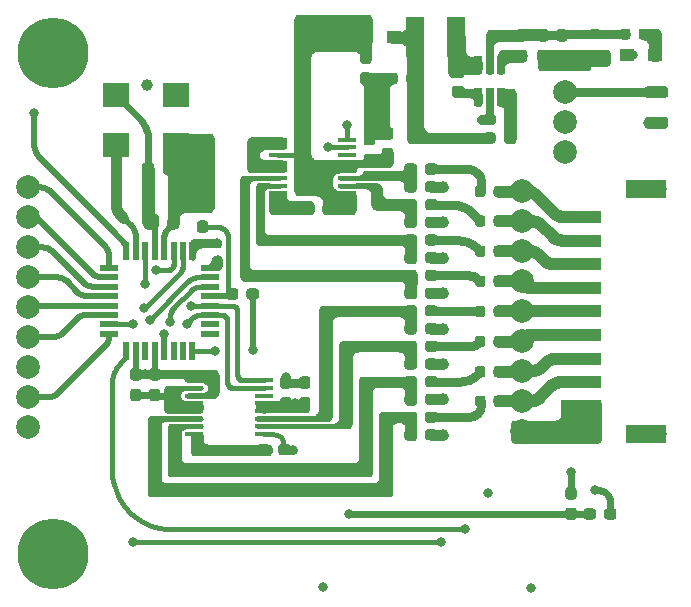
<source format=gtl>
%TF.GenerationSoftware,KiCad,Pcbnew,(5.1.8)-1*%
%TF.CreationDate,2021-02-13T13:26:22-08:00*%
%TF.ProjectId,20200103_8SBMS_A0,32303230-3031-4303-935f-3853424d535f,rev?*%
%TF.SameCoordinates,PXb061cf0PYa92e8c0*%
%TF.FileFunction,Copper,L1,Top*%
%TF.FilePolarity,Positive*%
%FSLAX46Y46*%
G04 Gerber Fmt 4.6, Leading zero omitted, Abs format (unit mm)*
G04 Created by KiCad (PCBNEW (5.1.8)-1) date 2021-02-13 13:26:22*
%MOMM*%
%LPD*%
G01*
G04 APERTURE LIST*
%TA.AperFunction,SMDPad,CuDef*%
%ADD10R,3.500000X1.000000*%
%TD*%
%TA.AperFunction,SMDPad,CuDef*%
%ADD11R,3.500000X1.600000*%
%TD*%
%TA.AperFunction,SMDPad,CuDef*%
%ADD12R,1.500000X3.500000*%
%TD*%
%TA.AperFunction,ComponentPad*%
%ADD13C,2.000000*%
%TD*%
%TA.AperFunction,ComponentPad*%
%ADD14C,6.000000*%
%TD*%
%TA.AperFunction,SMDPad,CuDef*%
%ADD15R,1.500000X0.450000*%
%TD*%
%TA.AperFunction,SMDPad,CuDef*%
%ADD16R,0.800000X0.900000*%
%TD*%
%TA.AperFunction,SMDPad,CuDef*%
%ADD17R,0.550000X1.600000*%
%TD*%
%TA.AperFunction,SMDPad,CuDef*%
%ADD18R,1.600000X0.550000*%
%TD*%
%TA.AperFunction,SMDPad,CuDef*%
%ADD19R,0.650000X1.560000*%
%TD*%
%TA.AperFunction,SMDPad,CuDef*%
%ADD20R,2.200000X2.000000*%
%TD*%
%TA.AperFunction,SMDPad,CuDef*%
%ADD21R,1.150000X1.000000*%
%TD*%
%TA.AperFunction,ViaPad*%
%ADD22C,0.800000*%
%TD*%
%TA.AperFunction,ViaPad*%
%ADD23C,1.000000*%
%TD*%
%TA.AperFunction,Conductor*%
%ADD24C,0.450000*%
%TD*%
%TA.AperFunction,Conductor*%
%ADD25C,0.550000*%
%TD*%
%TA.AperFunction,Conductor*%
%ADD26C,0.400000*%
%TD*%
%TA.AperFunction,Conductor*%
%ADD27C,0.800000*%
%TD*%
%TA.AperFunction,Conductor*%
%ADD28C,0.950000*%
%TD*%
%TA.AperFunction,Conductor*%
%ADD29C,0.600000*%
%TD*%
%TA.AperFunction,Conductor*%
%ADD30C,0.650000*%
%TD*%
%TA.AperFunction,Conductor*%
%ADD31C,0.850000*%
%TD*%
%TA.AperFunction,Conductor*%
%ADD32C,0.500000*%
%TD*%
%TA.AperFunction,Conductor*%
%ADD33C,1.000000*%
%TD*%
%TA.AperFunction,Conductor*%
%ADD34C,0.254000*%
%TD*%
%TA.AperFunction,Conductor*%
%ADD35C,0.100000*%
%TD*%
G04 APERTURE END LIST*
D10*
X48250000Y32200000D03*
X48250000Y30200000D03*
X48250000Y28200000D03*
X48250000Y26200000D03*
X48250000Y24200000D03*
D11*
X53750000Y34600000D03*
X53750000Y13800000D03*
D10*
X48250000Y22200000D03*
X48250000Y20200000D03*
X48250000Y18200000D03*
X48250000Y16200000D03*
D12*
X37700000Y47400000D03*
X34200000Y47400000D03*
D13*
X1450000Y34710000D03*
X43250000Y34360000D03*
X43250000Y31820000D03*
X43250000Y29280000D03*
X43250000Y26740000D03*
X43250000Y14040000D03*
X43250000Y16580000D03*
X43250000Y19120000D03*
X43250000Y21660000D03*
X43250000Y24200000D03*
X1450000Y32170000D03*
X1450000Y29630000D03*
X1450000Y27090000D03*
X1450000Y14390000D03*
X1450000Y16930000D03*
X1450000Y19470000D03*
X1450000Y22010000D03*
X1450000Y24550000D03*
D14*
X3550000Y46050000D03*
X3550000Y3650000D03*
D15*
X28475000Y38750000D03*
X28475000Y38100000D03*
X28475000Y37450000D03*
X28475000Y36800000D03*
X28475000Y36150000D03*
X28475000Y35500000D03*
X28475000Y34850000D03*
X28475000Y34200000D03*
X22575000Y34200000D03*
X22575000Y34850000D03*
X22575000Y35500000D03*
X22575000Y36150000D03*
X22575000Y36800000D03*
X22575000Y37450000D03*
X22575000Y38100000D03*
X22575000Y38750000D03*
%TA.AperFunction,SMDPad,CuDef*%
G36*
G01*
X13870000Y36537500D02*
X13870000Y36062500D01*
G75*
G02*
X13632500Y35825000I-237500J0D01*
G01*
X13057500Y35825000D01*
G75*
G02*
X12820000Y36062500I0J237500D01*
G01*
X12820000Y36537500D01*
G75*
G02*
X13057500Y36775000I237500J0D01*
G01*
X13632500Y36775000D01*
G75*
G02*
X13870000Y36537500I0J-237500D01*
G01*
G37*
%TD.AperFunction*%
%TA.AperFunction,SMDPad,CuDef*%
G36*
G01*
X12120000Y36537500D02*
X12120000Y36062500D01*
G75*
G02*
X11882500Y35825000I-237500J0D01*
G01*
X11307500Y35825000D01*
G75*
G02*
X11070000Y36062500I0J237500D01*
G01*
X11070000Y36537500D01*
G75*
G02*
X11307500Y36775000I237500J0D01*
G01*
X11882500Y36775000D01*
G75*
G02*
X12120000Y36537500I0J-237500D01*
G01*
G37*
%TD.AperFunction*%
%TA.AperFunction,SMDPad,CuDef*%
G36*
G01*
X14250000Y31887500D02*
X14250000Y31412500D01*
G75*
G02*
X14012500Y31175000I-237500J0D01*
G01*
X13437500Y31175000D01*
G75*
G02*
X13200000Y31412500I0J237500D01*
G01*
X13200000Y31887500D01*
G75*
G02*
X13437500Y32125000I237500J0D01*
G01*
X14012500Y32125000D01*
G75*
G02*
X14250000Y31887500I0J-237500D01*
G01*
G37*
%TD.AperFunction*%
%TA.AperFunction,SMDPad,CuDef*%
G36*
G01*
X12500000Y31887500D02*
X12500000Y31412500D01*
G75*
G02*
X12262500Y31175000I-237500J0D01*
G01*
X11687500Y31175000D01*
G75*
G02*
X11450000Y31412500I0J237500D01*
G01*
X11450000Y31887500D01*
G75*
G02*
X11687500Y32125000I237500J0D01*
G01*
X12262500Y32125000D01*
G75*
G02*
X12500000Y31887500I0J-237500D01*
G01*
G37*
%TD.AperFunction*%
%TA.AperFunction,SMDPad,CuDef*%
G36*
G01*
X10312500Y19400000D02*
X10787500Y19400000D01*
G75*
G02*
X11025000Y19162500I0J-237500D01*
G01*
X11025000Y18587500D01*
G75*
G02*
X10787500Y18350000I-237500J0D01*
G01*
X10312500Y18350000D01*
G75*
G02*
X10075000Y18587500I0J237500D01*
G01*
X10075000Y19162500D01*
G75*
G02*
X10312500Y19400000I237500J0D01*
G01*
G37*
%TD.AperFunction*%
%TA.AperFunction,SMDPad,CuDef*%
G36*
G01*
X10312500Y17650000D02*
X10787500Y17650000D01*
G75*
G02*
X11025000Y17412500I0J-237500D01*
G01*
X11025000Y16837500D01*
G75*
G02*
X10787500Y16600000I-237500J0D01*
G01*
X10312500Y16600000D01*
G75*
G02*
X10075000Y16837500I0J237500D01*
G01*
X10075000Y17412500D01*
G75*
G02*
X10312500Y17650000I237500J0D01*
G01*
G37*
%TD.AperFunction*%
%TA.AperFunction,SMDPad,CuDef*%
G36*
G01*
X18175000Y25437500D02*
X18175000Y25912500D01*
G75*
G02*
X18412500Y26150000I237500J0D01*
G01*
X18987500Y26150000D01*
G75*
G02*
X19225000Y25912500I0J-237500D01*
G01*
X19225000Y25437500D01*
G75*
G02*
X18987500Y25200000I-237500J0D01*
G01*
X18412500Y25200000D01*
G75*
G02*
X18175000Y25437500I0J237500D01*
G01*
G37*
%TD.AperFunction*%
%TA.AperFunction,SMDPad,CuDef*%
G36*
G01*
X19925000Y25437500D02*
X19925000Y25912500D01*
G75*
G02*
X20162500Y26150000I237500J0D01*
G01*
X20737500Y26150000D01*
G75*
G02*
X20975000Y25912500I0J-237500D01*
G01*
X20975000Y25437500D01*
G75*
G02*
X20737500Y25200000I-237500J0D01*
G01*
X20162500Y25200000D01*
G75*
G02*
X19925000Y25437500I0J237500D01*
G01*
G37*
%TD.AperFunction*%
%TA.AperFunction,SMDPad,CuDef*%
G36*
G01*
X11912500Y17650000D02*
X12387500Y17650000D01*
G75*
G02*
X12625000Y17412500I0J-237500D01*
G01*
X12625000Y16837500D01*
G75*
G02*
X12387500Y16600000I-237500J0D01*
G01*
X11912500Y16600000D01*
G75*
G02*
X11675000Y16837500I0J237500D01*
G01*
X11675000Y17412500D01*
G75*
G02*
X11912500Y17650000I237500J0D01*
G01*
G37*
%TD.AperFunction*%
%TA.AperFunction,SMDPad,CuDef*%
G36*
G01*
X11912500Y19400000D02*
X12387500Y19400000D01*
G75*
G02*
X12625000Y19162500I0J-237500D01*
G01*
X12625000Y18587500D01*
G75*
G02*
X12387500Y18350000I-237500J0D01*
G01*
X11912500Y18350000D01*
G75*
G02*
X11675000Y18587500I0J237500D01*
G01*
X11675000Y19162500D01*
G75*
G02*
X11912500Y19400000I237500J0D01*
G01*
G37*
%TD.AperFunction*%
%TA.AperFunction,SMDPad,CuDef*%
G36*
G01*
X23487500Y17650000D02*
X23012500Y17650000D01*
G75*
G02*
X22775000Y17887500I0J237500D01*
G01*
X22775000Y18462500D01*
G75*
G02*
X23012500Y18700000I237500J0D01*
G01*
X23487500Y18700000D01*
G75*
G02*
X23725000Y18462500I0J-237500D01*
G01*
X23725000Y17887500D01*
G75*
G02*
X23487500Y17650000I-237500J0D01*
G01*
G37*
%TD.AperFunction*%
%TA.AperFunction,SMDPad,CuDef*%
G36*
G01*
X23487500Y15900000D02*
X23012500Y15900000D01*
G75*
G02*
X22775000Y16137500I0J237500D01*
G01*
X22775000Y16712500D01*
G75*
G02*
X23012500Y16950000I237500J0D01*
G01*
X23487500Y16950000D01*
G75*
G02*
X23725000Y16712500I0J-237500D01*
G01*
X23725000Y16137500D01*
G75*
G02*
X23487500Y15900000I-237500J0D01*
G01*
G37*
%TD.AperFunction*%
%TA.AperFunction,SMDPad,CuDef*%
G36*
G01*
X30562500Y36500000D02*
X30087500Y36500000D01*
G75*
G02*
X29850000Y36737500I0J237500D01*
G01*
X29850000Y37312500D01*
G75*
G02*
X30087500Y37550000I237500J0D01*
G01*
X30562500Y37550000D01*
G75*
G02*
X30800000Y37312500I0J-237500D01*
G01*
X30800000Y36737500D01*
G75*
G02*
X30562500Y36500000I-237500J0D01*
G01*
G37*
%TD.AperFunction*%
%TA.AperFunction,SMDPad,CuDef*%
G36*
G01*
X30562500Y38250000D02*
X30087500Y38250000D01*
G75*
G02*
X29850000Y38487500I0J237500D01*
G01*
X29850000Y39062500D01*
G75*
G02*
X30087500Y39300000I237500J0D01*
G01*
X30562500Y39300000D01*
G75*
G02*
X30800000Y39062500I0J-237500D01*
G01*
X30800000Y38487500D01*
G75*
G02*
X30562500Y38250000I-237500J0D01*
G01*
G37*
%TD.AperFunction*%
%TA.AperFunction,SMDPad,CuDef*%
G36*
G01*
X23650000Y12737500D02*
X23650000Y12262500D01*
G75*
G02*
X23412500Y12025000I-237500J0D01*
G01*
X22837500Y12025000D01*
G75*
G02*
X22600000Y12262500I0J237500D01*
G01*
X22600000Y12737500D01*
G75*
G02*
X22837500Y12975000I237500J0D01*
G01*
X23412500Y12975000D01*
G75*
G02*
X23650000Y12737500I0J-237500D01*
G01*
G37*
%TD.AperFunction*%
%TA.AperFunction,SMDPad,CuDef*%
G36*
G01*
X21900000Y12737500D02*
X21900000Y12262500D01*
G75*
G02*
X21662500Y12025000I-237500J0D01*
G01*
X21087500Y12025000D01*
G75*
G02*
X20850000Y12262500I0J237500D01*
G01*
X20850000Y12737500D01*
G75*
G02*
X21087500Y12975000I237500J0D01*
G01*
X21662500Y12975000D01*
G75*
G02*
X21900000Y12737500I0J-237500D01*
G01*
G37*
%TD.AperFunction*%
%TA.AperFunction,SMDPad,CuDef*%
G36*
G01*
X32112500Y37000000D02*
X31637500Y37000000D01*
G75*
G02*
X31400000Y37237500I0J237500D01*
G01*
X31400000Y37812500D01*
G75*
G02*
X31637500Y38050000I237500J0D01*
G01*
X32112500Y38050000D01*
G75*
G02*
X32350000Y37812500I0J-237500D01*
G01*
X32350000Y37237500D01*
G75*
G02*
X32112500Y37000000I-237500J0D01*
G01*
G37*
%TD.AperFunction*%
%TA.AperFunction,SMDPad,CuDef*%
G36*
G01*
X32112500Y38750000D02*
X31637500Y38750000D01*
G75*
G02*
X31400000Y38987500I0J237500D01*
G01*
X31400000Y39562500D01*
G75*
G02*
X31637500Y39800000I237500J0D01*
G01*
X32112500Y39800000D01*
G75*
G02*
X32350000Y39562500I0J-237500D01*
G01*
X32350000Y38987500D01*
G75*
G02*
X32112500Y38750000I-237500J0D01*
G01*
G37*
%TD.AperFunction*%
%TA.AperFunction,SMDPad,CuDef*%
G36*
G01*
X25087500Y17650000D02*
X24612500Y17650000D01*
G75*
G02*
X24375000Y17887500I0J237500D01*
G01*
X24375000Y18462500D01*
G75*
G02*
X24612500Y18700000I237500J0D01*
G01*
X25087500Y18700000D01*
G75*
G02*
X25325000Y18462500I0J-237500D01*
G01*
X25325000Y17887500D01*
G75*
G02*
X25087500Y17650000I-237500J0D01*
G01*
G37*
%TD.AperFunction*%
%TA.AperFunction,SMDPad,CuDef*%
G36*
G01*
X25087500Y15900000D02*
X24612500Y15900000D01*
G75*
G02*
X24375000Y16137500I0J237500D01*
G01*
X24375000Y16712500D01*
G75*
G02*
X24612500Y16950000I237500J0D01*
G01*
X25087500Y16950000D01*
G75*
G02*
X25325000Y16712500I0J-237500D01*
G01*
X25325000Y16137500D01*
G75*
G02*
X25087500Y15900000I-237500J0D01*
G01*
G37*
%TD.AperFunction*%
%TA.AperFunction,SMDPad,CuDef*%
G36*
G01*
X25650000Y33087500D02*
X25650000Y32612500D01*
G75*
G02*
X25412500Y32375000I-237500J0D01*
G01*
X24837500Y32375000D01*
G75*
G02*
X24600000Y32612500I0J237500D01*
G01*
X24600000Y33087500D01*
G75*
G02*
X24837500Y33325000I237500J0D01*
G01*
X25412500Y33325000D01*
G75*
G02*
X25650000Y33087500I0J-237500D01*
G01*
G37*
%TD.AperFunction*%
%TA.AperFunction,SMDPad,CuDef*%
G36*
G01*
X27400000Y33087500D02*
X27400000Y32612500D01*
G75*
G02*
X27162500Y32375000I-237500J0D01*
G01*
X26587500Y32375000D01*
G75*
G02*
X26350000Y32612500I0J237500D01*
G01*
X26350000Y33087500D01*
G75*
G02*
X26587500Y33325000I237500J0D01*
G01*
X27162500Y33325000D01*
G75*
G02*
X27400000Y33087500I0J-237500D01*
G01*
G37*
%TD.AperFunction*%
%TA.AperFunction,SMDPad,CuDef*%
G36*
G01*
X46387500Y46350000D02*
X46862500Y46350000D01*
G75*
G02*
X47100000Y46112500I0J-237500D01*
G01*
X47100000Y45537500D01*
G75*
G02*
X46862500Y45300000I-237500J0D01*
G01*
X46387500Y45300000D01*
G75*
G02*
X46150000Y45537500I0J237500D01*
G01*
X46150000Y46112500D01*
G75*
G02*
X46387500Y46350000I237500J0D01*
G01*
G37*
%TD.AperFunction*%
%TA.AperFunction,SMDPad,CuDef*%
G36*
G01*
X46387500Y48100000D02*
X46862500Y48100000D01*
G75*
G02*
X47100000Y47862500I0J-237500D01*
G01*
X47100000Y47287500D01*
G75*
G02*
X46862500Y47050000I-237500J0D01*
G01*
X46387500Y47050000D01*
G75*
G02*
X46150000Y47287500I0J237500D01*
G01*
X46150000Y47862500D01*
G75*
G02*
X46387500Y48100000I237500J0D01*
G01*
G37*
%TD.AperFunction*%
%TA.AperFunction,SMDPad,CuDef*%
G36*
G01*
X44787500Y46350000D02*
X45262500Y46350000D01*
G75*
G02*
X45500000Y46112500I0J-237500D01*
G01*
X45500000Y45537500D01*
G75*
G02*
X45262500Y45300000I-237500J0D01*
G01*
X44787500Y45300000D01*
G75*
G02*
X44550000Y45537500I0J237500D01*
G01*
X44550000Y46112500D01*
G75*
G02*
X44787500Y46350000I237500J0D01*
G01*
G37*
%TD.AperFunction*%
%TA.AperFunction,SMDPad,CuDef*%
G36*
G01*
X44787500Y48100000D02*
X45262500Y48100000D01*
G75*
G02*
X45500000Y47862500I0J-237500D01*
G01*
X45500000Y47287500D01*
G75*
G02*
X45262500Y47050000I-237500J0D01*
G01*
X44787500Y47050000D01*
G75*
G02*
X44550000Y47287500I0J237500D01*
G01*
X44550000Y47862500D01*
G75*
G02*
X44787500Y48100000I237500J0D01*
G01*
G37*
%TD.AperFunction*%
%TA.AperFunction,SMDPad,CuDef*%
G36*
G01*
X37562500Y43325000D02*
X38037500Y43325000D01*
G75*
G02*
X38275000Y43087500I0J-237500D01*
G01*
X38275000Y42512500D01*
G75*
G02*
X38037500Y42275000I-237500J0D01*
G01*
X37562500Y42275000D01*
G75*
G02*
X37325000Y42512500I0J237500D01*
G01*
X37325000Y43087500D01*
G75*
G02*
X37562500Y43325000I237500J0D01*
G01*
G37*
%TD.AperFunction*%
%TA.AperFunction,SMDPad,CuDef*%
G36*
G01*
X37562500Y45075000D02*
X38037500Y45075000D01*
G75*
G02*
X38275000Y44837500I0J-237500D01*
G01*
X38275000Y44262500D01*
G75*
G02*
X38037500Y44025000I-237500J0D01*
G01*
X37562500Y44025000D01*
G75*
G02*
X37325000Y44262500I0J237500D01*
G01*
X37325000Y44837500D01*
G75*
G02*
X37562500Y45075000I237500J0D01*
G01*
G37*
%TD.AperFunction*%
D16*
X48475000Y45700000D03*
X50375000Y45700000D03*
X49425000Y47700000D03*
%TA.AperFunction,SMDPad,CuDef*%
G36*
G01*
X41725000Y34606250D02*
X41725000Y34093750D01*
G75*
G02*
X41506250Y33875000I-218750J0D01*
G01*
X41068750Y33875000D01*
G75*
G02*
X40850000Y34093750I0J218750D01*
G01*
X40850000Y34606250D01*
G75*
G02*
X41068750Y34825000I218750J0D01*
G01*
X41506250Y34825000D01*
G75*
G02*
X41725000Y34606250I0J-218750D01*
G01*
G37*
%TD.AperFunction*%
%TA.AperFunction,SMDPad,CuDef*%
G36*
G01*
X40150000Y34606250D02*
X40150000Y34093750D01*
G75*
G02*
X39931250Y33875000I-218750J0D01*
G01*
X39493750Y33875000D01*
G75*
G02*
X39275000Y34093750I0J218750D01*
G01*
X39275000Y34606250D01*
G75*
G02*
X39493750Y34825000I218750J0D01*
G01*
X39931250Y34825000D01*
G75*
G02*
X40150000Y34606250I0J-218750D01*
G01*
G37*
%TD.AperFunction*%
%TA.AperFunction,SMDPad,CuDef*%
G36*
G01*
X41725000Y32106250D02*
X41725000Y31593750D01*
G75*
G02*
X41506250Y31375000I-218750J0D01*
G01*
X41068750Y31375000D01*
G75*
G02*
X40850000Y31593750I0J218750D01*
G01*
X40850000Y32106250D01*
G75*
G02*
X41068750Y32325000I218750J0D01*
G01*
X41506250Y32325000D01*
G75*
G02*
X41725000Y32106250I0J-218750D01*
G01*
G37*
%TD.AperFunction*%
%TA.AperFunction,SMDPad,CuDef*%
G36*
G01*
X40150000Y32106250D02*
X40150000Y31593750D01*
G75*
G02*
X39931250Y31375000I-218750J0D01*
G01*
X39493750Y31375000D01*
G75*
G02*
X39275000Y31593750I0J218750D01*
G01*
X39275000Y32106250D01*
G75*
G02*
X39493750Y32325000I218750J0D01*
G01*
X39931250Y32325000D01*
G75*
G02*
X40150000Y32106250I0J-218750D01*
G01*
G37*
%TD.AperFunction*%
%TA.AperFunction,SMDPad,CuDef*%
G36*
G01*
X40150000Y29556250D02*
X40150000Y29043750D01*
G75*
G02*
X39931250Y28825000I-218750J0D01*
G01*
X39493750Y28825000D01*
G75*
G02*
X39275000Y29043750I0J218750D01*
G01*
X39275000Y29556250D01*
G75*
G02*
X39493750Y29775000I218750J0D01*
G01*
X39931250Y29775000D01*
G75*
G02*
X40150000Y29556250I0J-218750D01*
G01*
G37*
%TD.AperFunction*%
%TA.AperFunction,SMDPad,CuDef*%
G36*
G01*
X41725000Y29556250D02*
X41725000Y29043750D01*
G75*
G02*
X41506250Y28825000I-218750J0D01*
G01*
X41068750Y28825000D01*
G75*
G02*
X40850000Y29043750I0J218750D01*
G01*
X40850000Y29556250D01*
G75*
G02*
X41068750Y29775000I218750J0D01*
G01*
X41506250Y29775000D01*
G75*
G02*
X41725000Y29556250I0J-218750D01*
G01*
G37*
%TD.AperFunction*%
%TA.AperFunction,SMDPad,CuDef*%
G36*
G01*
X41725000Y27006250D02*
X41725000Y26493750D01*
G75*
G02*
X41506250Y26275000I-218750J0D01*
G01*
X41068750Y26275000D01*
G75*
G02*
X40850000Y26493750I0J218750D01*
G01*
X40850000Y27006250D01*
G75*
G02*
X41068750Y27225000I218750J0D01*
G01*
X41506250Y27225000D01*
G75*
G02*
X41725000Y27006250I0J-218750D01*
G01*
G37*
%TD.AperFunction*%
%TA.AperFunction,SMDPad,CuDef*%
G36*
G01*
X40150000Y27006250D02*
X40150000Y26493750D01*
G75*
G02*
X39931250Y26275000I-218750J0D01*
G01*
X39493750Y26275000D01*
G75*
G02*
X39275000Y26493750I0J218750D01*
G01*
X39275000Y27006250D01*
G75*
G02*
X39493750Y27225000I218750J0D01*
G01*
X39931250Y27225000D01*
G75*
G02*
X40150000Y27006250I0J-218750D01*
G01*
G37*
%TD.AperFunction*%
%TA.AperFunction,SMDPad,CuDef*%
G36*
G01*
X40150000Y24456250D02*
X40150000Y23943750D01*
G75*
G02*
X39931250Y23725000I-218750J0D01*
G01*
X39493750Y23725000D01*
G75*
G02*
X39275000Y23943750I0J218750D01*
G01*
X39275000Y24456250D01*
G75*
G02*
X39493750Y24675000I218750J0D01*
G01*
X39931250Y24675000D01*
G75*
G02*
X40150000Y24456250I0J-218750D01*
G01*
G37*
%TD.AperFunction*%
%TA.AperFunction,SMDPad,CuDef*%
G36*
G01*
X41725000Y24456250D02*
X41725000Y23943750D01*
G75*
G02*
X41506250Y23725000I-218750J0D01*
G01*
X41068750Y23725000D01*
G75*
G02*
X40850000Y23943750I0J218750D01*
G01*
X40850000Y24456250D01*
G75*
G02*
X41068750Y24675000I218750J0D01*
G01*
X41506250Y24675000D01*
G75*
G02*
X41725000Y24456250I0J-218750D01*
G01*
G37*
%TD.AperFunction*%
%TA.AperFunction,SMDPad,CuDef*%
G36*
G01*
X41725000Y21906250D02*
X41725000Y21393750D01*
G75*
G02*
X41506250Y21175000I-218750J0D01*
G01*
X41068750Y21175000D01*
G75*
G02*
X40850000Y21393750I0J218750D01*
G01*
X40850000Y21906250D01*
G75*
G02*
X41068750Y22125000I218750J0D01*
G01*
X41506250Y22125000D01*
G75*
G02*
X41725000Y21906250I0J-218750D01*
G01*
G37*
%TD.AperFunction*%
%TA.AperFunction,SMDPad,CuDef*%
G36*
G01*
X40150000Y21906250D02*
X40150000Y21393750D01*
G75*
G02*
X39931250Y21175000I-218750J0D01*
G01*
X39493750Y21175000D01*
G75*
G02*
X39275000Y21393750I0J218750D01*
G01*
X39275000Y21906250D01*
G75*
G02*
X39493750Y22125000I218750J0D01*
G01*
X39931250Y22125000D01*
G75*
G02*
X40150000Y21906250I0J-218750D01*
G01*
G37*
%TD.AperFunction*%
%TA.AperFunction,SMDPad,CuDef*%
G36*
G01*
X40150000Y19356250D02*
X40150000Y18843750D01*
G75*
G02*
X39931250Y18625000I-218750J0D01*
G01*
X39493750Y18625000D01*
G75*
G02*
X39275000Y18843750I0J218750D01*
G01*
X39275000Y19356250D01*
G75*
G02*
X39493750Y19575000I218750J0D01*
G01*
X39931250Y19575000D01*
G75*
G02*
X40150000Y19356250I0J-218750D01*
G01*
G37*
%TD.AperFunction*%
%TA.AperFunction,SMDPad,CuDef*%
G36*
G01*
X41725000Y19356250D02*
X41725000Y18843750D01*
G75*
G02*
X41506250Y18625000I-218750J0D01*
G01*
X41068750Y18625000D01*
G75*
G02*
X40850000Y18843750I0J218750D01*
G01*
X40850000Y19356250D01*
G75*
G02*
X41068750Y19575000I218750J0D01*
G01*
X41506250Y19575000D01*
G75*
G02*
X41725000Y19356250I0J-218750D01*
G01*
G37*
%TD.AperFunction*%
%TA.AperFunction,SMDPad,CuDef*%
G36*
G01*
X41725000Y16856250D02*
X41725000Y16343750D01*
G75*
G02*
X41506250Y16125000I-218750J0D01*
G01*
X41068750Y16125000D01*
G75*
G02*
X40850000Y16343750I0J218750D01*
G01*
X40850000Y16856250D01*
G75*
G02*
X41068750Y17075000I218750J0D01*
G01*
X41506250Y17075000D01*
G75*
G02*
X41725000Y16856250I0J-218750D01*
G01*
G37*
%TD.AperFunction*%
%TA.AperFunction,SMDPad,CuDef*%
G36*
G01*
X40150000Y16856250D02*
X40150000Y16343750D01*
G75*
G02*
X39931250Y16125000I-218750J0D01*
G01*
X39493750Y16125000D01*
G75*
G02*
X39275000Y16343750I0J218750D01*
G01*
X39275000Y16856250D01*
G75*
G02*
X39493750Y17075000I218750J0D01*
G01*
X39931250Y17075000D01*
G75*
G02*
X40150000Y16856250I0J-218750D01*
G01*
G37*
%TD.AperFunction*%
%TA.AperFunction,SMDPad,CuDef*%
G36*
G01*
X53125000Y47418750D02*
X53125000Y47931250D01*
G75*
G02*
X53343750Y48150000I218750J0D01*
G01*
X53781250Y48150000D01*
G75*
G02*
X54000000Y47931250I0J-218750D01*
G01*
X54000000Y47418750D01*
G75*
G02*
X53781250Y47200000I-218750J0D01*
G01*
X53343750Y47200000D01*
G75*
G02*
X53125000Y47418750I0J218750D01*
G01*
G37*
%TD.AperFunction*%
%TA.AperFunction,SMDPad,CuDef*%
G36*
G01*
X51550000Y47418750D02*
X51550000Y47931250D01*
G75*
G02*
X51768750Y48150000I218750J0D01*
G01*
X52206250Y48150000D01*
G75*
G02*
X52425000Y47931250I0J-218750D01*
G01*
X52425000Y47418750D01*
G75*
G02*
X52206250Y47200000I-218750J0D01*
G01*
X51768750Y47200000D01*
G75*
G02*
X51550000Y47418750I0J218750D01*
G01*
G37*
%TD.AperFunction*%
%TA.AperFunction,SMDPad,CuDef*%
G36*
G01*
X15962500Y33650000D02*
X16437500Y33650000D01*
G75*
G02*
X16675000Y33412500I0J-237500D01*
G01*
X16675000Y32837500D01*
G75*
G02*
X16437500Y32600000I-237500J0D01*
G01*
X15962500Y32600000D01*
G75*
G02*
X15725000Y32837500I0J237500D01*
G01*
X15725000Y33412500D01*
G75*
G02*
X15962500Y33650000I237500J0D01*
G01*
G37*
%TD.AperFunction*%
%TA.AperFunction,SMDPad,CuDef*%
G36*
G01*
X15962500Y31900000D02*
X16437500Y31900000D01*
G75*
G02*
X16675000Y31662500I0J-237500D01*
G01*
X16675000Y31087500D01*
G75*
G02*
X16437500Y30850000I-237500J0D01*
G01*
X15962500Y30850000D01*
G75*
G02*
X15725000Y31087500I0J237500D01*
G01*
X15725000Y31662500D01*
G75*
G02*
X15962500Y31900000I237500J0D01*
G01*
G37*
%TD.AperFunction*%
%TA.AperFunction,SMDPad,CuDef*%
G36*
G01*
X33300000Y34512500D02*
X33300000Y34987500D01*
G75*
G02*
X33537500Y35225000I237500J0D01*
G01*
X34112500Y35225000D01*
G75*
G02*
X34350000Y34987500I0J-237500D01*
G01*
X34350000Y34512500D01*
G75*
G02*
X34112500Y34275000I-237500J0D01*
G01*
X33537500Y34275000D01*
G75*
G02*
X33300000Y34512500I0J237500D01*
G01*
G37*
%TD.AperFunction*%
%TA.AperFunction,SMDPad,CuDef*%
G36*
G01*
X35050000Y34512500D02*
X35050000Y34987500D01*
G75*
G02*
X35287500Y35225000I237500J0D01*
G01*
X35862500Y35225000D01*
G75*
G02*
X36100000Y34987500I0J-237500D01*
G01*
X36100000Y34512500D01*
G75*
G02*
X35862500Y34275000I-237500J0D01*
G01*
X35287500Y34275000D01*
G75*
G02*
X35050000Y34512500I0J237500D01*
G01*
G37*
%TD.AperFunction*%
%TA.AperFunction,SMDPad,CuDef*%
G36*
G01*
X33300000Y31512500D02*
X33300000Y31987500D01*
G75*
G02*
X33537500Y32225000I237500J0D01*
G01*
X34112500Y32225000D01*
G75*
G02*
X34350000Y31987500I0J-237500D01*
G01*
X34350000Y31512500D01*
G75*
G02*
X34112500Y31275000I-237500J0D01*
G01*
X33537500Y31275000D01*
G75*
G02*
X33300000Y31512500I0J237500D01*
G01*
G37*
%TD.AperFunction*%
%TA.AperFunction,SMDPad,CuDef*%
G36*
G01*
X35050000Y31512500D02*
X35050000Y31987500D01*
G75*
G02*
X35287500Y32225000I237500J0D01*
G01*
X35862500Y32225000D01*
G75*
G02*
X36100000Y31987500I0J-237500D01*
G01*
X36100000Y31512500D01*
G75*
G02*
X35862500Y31275000I-237500J0D01*
G01*
X35287500Y31275000D01*
G75*
G02*
X35050000Y31512500I0J237500D01*
G01*
G37*
%TD.AperFunction*%
%TA.AperFunction,SMDPad,CuDef*%
G36*
G01*
X35050000Y28512500D02*
X35050000Y28987500D01*
G75*
G02*
X35287500Y29225000I237500J0D01*
G01*
X35862500Y29225000D01*
G75*
G02*
X36100000Y28987500I0J-237500D01*
G01*
X36100000Y28512500D01*
G75*
G02*
X35862500Y28275000I-237500J0D01*
G01*
X35287500Y28275000D01*
G75*
G02*
X35050000Y28512500I0J237500D01*
G01*
G37*
%TD.AperFunction*%
%TA.AperFunction,SMDPad,CuDef*%
G36*
G01*
X33300000Y28512500D02*
X33300000Y28987500D01*
G75*
G02*
X33537500Y29225000I237500J0D01*
G01*
X34112500Y29225000D01*
G75*
G02*
X34350000Y28987500I0J-237500D01*
G01*
X34350000Y28512500D01*
G75*
G02*
X34112500Y28275000I-237500J0D01*
G01*
X33537500Y28275000D01*
G75*
G02*
X33300000Y28512500I0J237500D01*
G01*
G37*
%TD.AperFunction*%
%TA.AperFunction,SMDPad,CuDef*%
G36*
G01*
X33300000Y25512500D02*
X33300000Y25987500D01*
G75*
G02*
X33537500Y26225000I237500J0D01*
G01*
X34112500Y26225000D01*
G75*
G02*
X34350000Y25987500I0J-237500D01*
G01*
X34350000Y25512500D01*
G75*
G02*
X34112500Y25275000I-237500J0D01*
G01*
X33537500Y25275000D01*
G75*
G02*
X33300000Y25512500I0J237500D01*
G01*
G37*
%TD.AperFunction*%
%TA.AperFunction,SMDPad,CuDef*%
G36*
G01*
X35050000Y25512500D02*
X35050000Y25987500D01*
G75*
G02*
X35287500Y26225000I237500J0D01*
G01*
X35862500Y26225000D01*
G75*
G02*
X36100000Y25987500I0J-237500D01*
G01*
X36100000Y25512500D01*
G75*
G02*
X35862500Y25275000I-237500J0D01*
G01*
X35287500Y25275000D01*
G75*
G02*
X35050000Y25512500I0J237500D01*
G01*
G37*
%TD.AperFunction*%
%TA.AperFunction,SMDPad,CuDef*%
G36*
G01*
X35050000Y22512500D02*
X35050000Y22987500D01*
G75*
G02*
X35287500Y23225000I237500J0D01*
G01*
X35862500Y23225000D01*
G75*
G02*
X36100000Y22987500I0J-237500D01*
G01*
X36100000Y22512500D01*
G75*
G02*
X35862500Y22275000I-237500J0D01*
G01*
X35287500Y22275000D01*
G75*
G02*
X35050000Y22512500I0J237500D01*
G01*
G37*
%TD.AperFunction*%
%TA.AperFunction,SMDPad,CuDef*%
G36*
G01*
X33300000Y22512500D02*
X33300000Y22987500D01*
G75*
G02*
X33537500Y23225000I237500J0D01*
G01*
X34112500Y23225000D01*
G75*
G02*
X34350000Y22987500I0J-237500D01*
G01*
X34350000Y22512500D01*
G75*
G02*
X34112500Y22275000I-237500J0D01*
G01*
X33537500Y22275000D01*
G75*
G02*
X33300000Y22512500I0J237500D01*
G01*
G37*
%TD.AperFunction*%
%TA.AperFunction,SMDPad,CuDef*%
G36*
G01*
X33300000Y19512500D02*
X33300000Y19987500D01*
G75*
G02*
X33537500Y20225000I237500J0D01*
G01*
X34112500Y20225000D01*
G75*
G02*
X34350000Y19987500I0J-237500D01*
G01*
X34350000Y19512500D01*
G75*
G02*
X34112500Y19275000I-237500J0D01*
G01*
X33537500Y19275000D01*
G75*
G02*
X33300000Y19512500I0J237500D01*
G01*
G37*
%TD.AperFunction*%
%TA.AperFunction,SMDPad,CuDef*%
G36*
G01*
X35050000Y19512500D02*
X35050000Y19987500D01*
G75*
G02*
X35287500Y20225000I237500J0D01*
G01*
X35862500Y20225000D01*
G75*
G02*
X36100000Y19987500I0J-237500D01*
G01*
X36100000Y19512500D01*
G75*
G02*
X35862500Y19275000I-237500J0D01*
G01*
X35287500Y19275000D01*
G75*
G02*
X35050000Y19512500I0J237500D01*
G01*
G37*
%TD.AperFunction*%
%TA.AperFunction,SMDPad,CuDef*%
G36*
G01*
X35050000Y16512500D02*
X35050000Y16987500D01*
G75*
G02*
X35287500Y17225000I237500J0D01*
G01*
X35862500Y17225000D01*
G75*
G02*
X36100000Y16987500I0J-237500D01*
G01*
X36100000Y16512500D01*
G75*
G02*
X35862500Y16275000I-237500J0D01*
G01*
X35287500Y16275000D01*
G75*
G02*
X35050000Y16512500I0J237500D01*
G01*
G37*
%TD.AperFunction*%
%TA.AperFunction,SMDPad,CuDef*%
G36*
G01*
X33300000Y16512500D02*
X33300000Y16987500D01*
G75*
G02*
X33537500Y17225000I237500J0D01*
G01*
X34112500Y17225000D01*
G75*
G02*
X34350000Y16987500I0J-237500D01*
G01*
X34350000Y16512500D01*
G75*
G02*
X34112500Y16275000I-237500J0D01*
G01*
X33537500Y16275000D01*
G75*
G02*
X33300000Y16512500I0J237500D01*
G01*
G37*
%TD.AperFunction*%
%TA.AperFunction,SMDPad,CuDef*%
G36*
G01*
X33300000Y13512500D02*
X33300000Y13987500D01*
G75*
G02*
X33537500Y14225000I237500J0D01*
G01*
X34112500Y14225000D01*
G75*
G02*
X34350000Y13987500I0J-237500D01*
G01*
X34350000Y13512500D01*
G75*
G02*
X34112500Y13275000I-237500J0D01*
G01*
X33537500Y13275000D01*
G75*
G02*
X33300000Y13512500I0J237500D01*
G01*
G37*
%TD.AperFunction*%
%TA.AperFunction,SMDPad,CuDef*%
G36*
G01*
X35050000Y13512500D02*
X35050000Y13987500D01*
G75*
G02*
X35287500Y14225000I237500J0D01*
G01*
X35862500Y14225000D01*
G75*
G02*
X36100000Y13987500I0J-237500D01*
G01*
X36100000Y13512500D01*
G75*
G02*
X35862500Y13275000I-237500J0D01*
G01*
X35287500Y13275000D01*
G75*
G02*
X35050000Y13512500I0J237500D01*
G01*
G37*
%TD.AperFunction*%
%TA.AperFunction,SMDPad,CuDef*%
G36*
G01*
X42962500Y46350000D02*
X43437500Y46350000D01*
G75*
G02*
X43675000Y46112500I0J-237500D01*
G01*
X43675000Y45537500D01*
G75*
G02*
X43437500Y45300000I-237500J0D01*
G01*
X42962500Y45300000D01*
G75*
G02*
X42725000Y45537500I0J237500D01*
G01*
X42725000Y46112500D01*
G75*
G02*
X42962500Y46350000I237500J0D01*
G01*
G37*
%TD.AperFunction*%
%TA.AperFunction,SMDPad,CuDef*%
G36*
G01*
X42962500Y48100000D02*
X43437500Y48100000D01*
G75*
G02*
X43675000Y47862500I0J-237500D01*
G01*
X43675000Y47287500D01*
G75*
G02*
X43437500Y47050000I-237500J0D01*
G01*
X42962500Y47050000D01*
G75*
G02*
X42725000Y47287500I0J237500D01*
G01*
X42725000Y47862500D01*
G75*
G02*
X42962500Y48100000I237500J0D01*
G01*
G37*
%TD.AperFunction*%
%TA.AperFunction,SMDPad,CuDef*%
G36*
G01*
X41025000Y40687500D02*
X41025000Y40212500D01*
G75*
G02*
X40787500Y39975000I-237500J0D01*
G01*
X40212500Y39975000D01*
G75*
G02*
X39975000Y40212500I0J237500D01*
G01*
X39975000Y40687500D01*
G75*
G02*
X40212500Y40925000I237500J0D01*
G01*
X40787500Y40925000D01*
G75*
G02*
X41025000Y40687500I0J-237500D01*
G01*
G37*
%TD.AperFunction*%
%TA.AperFunction,SMDPad,CuDef*%
G36*
G01*
X42775000Y40687500D02*
X42775000Y40212500D01*
G75*
G02*
X42537500Y39975000I-237500J0D01*
G01*
X41962500Y39975000D01*
G75*
G02*
X41725000Y40212500I0J237500D01*
G01*
X41725000Y40687500D01*
G75*
G02*
X41962500Y40925000I237500J0D01*
G01*
X42537500Y40925000D01*
G75*
G02*
X42775000Y40687500I0J-237500D01*
G01*
G37*
%TD.AperFunction*%
D17*
X15350000Y29350000D03*
X14550000Y29350000D03*
X13750000Y29350000D03*
X12950000Y29350000D03*
X12150000Y29350000D03*
X11350000Y29350000D03*
X10550000Y29350000D03*
X9750000Y29350000D03*
D18*
X8300000Y27900000D03*
X8300000Y27100000D03*
X8300000Y26300000D03*
X8300000Y25500000D03*
X8300000Y24700000D03*
X8300000Y23900000D03*
X8300000Y23100000D03*
X8300000Y22300000D03*
D17*
X9750000Y20850000D03*
X10550000Y20850000D03*
X11350000Y20850000D03*
X12150000Y20850000D03*
X12950000Y20850000D03*
X13750000Y20850000D03*
X14550000Y20850000D03*
X15350000Y20850000D03*
D18*
X16800000Y22300000D03*
X16800000Y23100000D03*
X16800000Y23900000D03*
X16800000Y24700000D03*
X16800000Y25500000D03*
X16800000Y26300000D03*
X16800000Y27100000D03*
X16800000Y27900000D03*
D15*
X15500000Y18375000D03*
X15500000Y17725000D03*
X15500000Y17075000D03*
X15500000Y16425000D03*
X15500000Y15775000D03*
X15500000Y15125000D03*
X15500000Y14475000D03*
X15500000Y13825000D03*
X21400000Y13825000D03*
X21400000Y14475000D03*
X21400000Y15125000D03*
X21400000Y15775000D03*
X21400000Y16425000D03*
X21400000Y17075000D03*
X21400000Y17725000D03*
X21400000Y18375000D03*
D19*
X39550000Y42325000D03*
X40500000Y42325000D03*
X41450000Y42325000D03*
X41450000Y45025000D03*
X39550000Y45025000D03*
X40500000Y45025000D03*
D20*
X13940000Y42510000D03*
X8860000Y42510000D03*
X8860000Y38310000D03*
X13940000Y38310000D03*
%TA.AperFunction,SMDPad,CuDef*%
G36*
G01*
X34350000Y36487500D02*
X34350000Y36012500D01*
G75*
G02*
X34112500Y35775000I-237500J0D01*
G01*
X33537500Y35775000D01*
G75*
G02*
X33300000Y36012500I0J237500D01*
G01*
X33300000Y36487500D01*
G75*
G02*
X33537500Y36725000I237500J0D01*
G01*
X34112500Y36725000D01*
G75*
G02*
X34350000Y36487500I0J-237500D01*
G01*
G37*
%TD.AperFunction*%
%TA.AperFunction,SMDPad,CuDef*%
G36*
G01*
X36100000Y36487500D02*
X36100000Y36012500D01*
G75*
G02*
X35862500Y35775000I-237500J0D01*
G01*
X35287500Y35775000D01*
G75*
G02*
X35050000Y36012500I0J237500D01*
G01*
X35050000Y36487500D01*
G75*
G02*
X35287500Y36725000I237500J0D01*
G01*
X35862500Y36725000D01*
G75*
G02*
X36100000Y36487500I0J-237500D01*
G01*
G37*
%TD.AperFunction*%
%TA.AperFunction,SMDPad,CuDef*%
G36*
G01*
X36100000Y33487500D02*
X36100000Y33012500D01*
G75*
G02*
X35862500Y32775000I-237500J0D01*
G01*
X35287500Y32775000D01*
G75*
G02*
X35050000Y33012500I0J237500D01*
G01*
X35050000Y33487500D01*
G75*
G02*
X35287500Y33725000I237500J0D01*
G01*
X35862500Y33725000D01*
G75*
G02*
X36100000Y33487500I0J-237500D01*
G01*
G37*
%TD.AperFunction*%
%TA.AperFunction,SMDPad,CuDef*%
G36*
G01*
X34350000Y33487500D02*
X34350000Y33012500D01*
G75*
G02*
X34112500Y32775000I-237500J0D01*
G01*
X33537500Y32775000D01*
G75*
G02*
X33300000Y33012500I0J237500D01*
G01*
X33300000Y33487500D01*
G75*
G02*
X33537500Y33725000I237500J0D01*
G01*
X34112500Y33725000D01*
G75*
G02*
X34350000Y33487500I0J-237500D01*
G01*
G37*
%TD.AperFunction*%
%TA.AperFunction,SMDPad,CuDef*%
G36*
G01*
X36100000Y30487500D02*
X36100000Y30012500D01*
G75*
G02*
X35862500Y29775000I-237500J0D01*
G01*
X35287500Y29775000D01*
G75*
G02*
X35050000Y30012500I0J237500D01*
G01*
X35050000Y30487500D01*
G75*
G02*
X35287500Y30725000I237500J0D01*
G01*
X35862500Y30725000D01*
G75*
G02*
X36100000Y30487500I0J-237500D01*
G01*
G37*
%TD.AperFunction*%
%TA.AperFunction,SMDPad,CuDef*%
G36*
G01*
X34350000Y30487500D02*
X34350000Y30012500D01*
G75*
G02*
X34112500Y29775000I-237500J0D01*
G01*
X33537500Y29775000D01*
G75*
G02*
X33300000Y30012500I0J237500D01*
G01*
X33300000Y30487500D01*
G75*
G02*
X33537500Y30725000I237500J0D01*
G01*
X34112500Y30725000D01*
G75*
G02*
X34350000Y30487500I0J-237500D01*
G01*
G37*
%TD.AperFunction*%
%TA.AperFunction,SMDPad,CuDef*%
G36*
G01*
X34350000Y27487500D02*
X34350000Y27012500D01*
G75*
G02*
X34112500Y26775000I-237500J0D01*
G01*
X33537500Y26775000D01*
G75*
G02*
X33300000Y27012500I0J237500D01*
G01*
X33300000Y27487500D01*
G75*
G02*
X33537500Y27725000I237500J0D01*
G01*
X34112500Y27725000D01*
G75*
G02*
X34350000Y27487500I0J-237500D01*
G01*
G37*
%TD.AperFunction*%
%TA.AperFunction,SMDPad,CuDef*%
G36*
G01*
X36100000Y27487500D02*
X36100000Y27012500D01*
G75*
G02*
X35862500Y26775000I-237500J0D01*
G01*
X35287500Y26775000D01*
G75*
G02*
X35050000Y27012500I0J237500D01*
G01*
X35050000Y27487500D01*
G75*
G02*
X35287500Y27725000I237500J0D01*
G01*
X35862500Y27725000D01*
G75*
G02*
X36100000Y27487500I0J-237500D01*
G01*
G37*
%TD.AperFunction*%
%TA.AperFunction,SMDPad,CuDef*%
G36*
G01*
X36100000Y24487500D02*
X36100000Y24012500D01*
G75*
G02*
X35862500Y23775000I-237500J0D01*
G01*
X35287500Y23775000D01*
G75*
G02*
X35050000Y24012500I0J237500D01*
G01*
X35050000Y24487500D01*
G75*
G02*
X35287500Y24725000I237500J0D01*
G01*
X35862500Y24725000D01*
G75*
G02*
X36100000Y24487500I0J-237500D01*
G01*
G37*
%TD.AperFunction*%
%TA.AperFunction,SMDPad,CuDef*%
G36*
G01*
X34350000Y24487500D02*
X34350000Y24012500D01*
G75*
G02*
X34112500Y23775000I-237500J0D01*
G01*
X33537500Y23775000D01*
G75*
G02*
X33300000Y24012500I0J237500D01*
G01*
X33300000Y24487500D01*
G75*
G02*
X33537500Y24725000I237500J0D01*
G01*
X34112500Y24725000D01*
G75*
G02*
X34350000Y24487500I0J-237500D01*
G01*
G37*
%TD.AperFunction*%
%TA.AperFunction,SMDPad,CuDef*%
G36*
G01*
X36100000Y21487500D02*
X36100000Y21012500D01*
G75*
G02*
X35862500Y20775000I-237500J0D01*
G01*
X35287500Y20775000D01*
G75*
G02*
X35050000Y21012500I0J237500D01*
G01*
X35050000Y21487500D01*
G75*
G02*
X35287500Y21725000I237500J0D01*
G01*
X35862500Y21725000D01*
G75*
G02*
X36100000Y21487500I0J-237500D01*
G01*
G37*
%TD.AperFunction*%
%TA.AperFunction,SMDPad,CuDef*%
G36*
G01*
X34350000Y21487500D02*
X34350000Y21012500D01*
G75*
G02*
X34112500Y20775000I-237500J0D01*
G01*
X33537500Y20775000D01*
G75*
G02*
X33300000Y21012500I0J237500D01*
G01*
X33300000Y21487500D01*
G75*
G02*
X33537500Y21725000I237500J0D01*
G01*
X34112500Y21725000D01*
G75*
G02*
X34350000Y21487500I0J-237500D01*
G01*
G37*
%TD.AperFunction*%
%TA.AperFunction,SMDPad,CuDef*%
G36*
G01*
X34350000Y18487500D02*
X34350000Y18012500D01*
G75*
G02*
X34112500Y17775000I-237500J0D01*
G01*
X33537500Y17775000D01*
G75*
G02*
X33300000Y18012500I0J237500D01*
G01*
X33300000Y18487500D01*
G75*
G02*
X33537500Y18725000I237500J0D01*
G01*
X34112500Y18725000D01*
G75*
G02*
X34350000Y18487500I0J-237500D01*
G01*
G37*
%TD.AperFunction*%
%TA.AperFunction,SMDPad,CuDef*%
G36*
G01*
X36100000Y18487500D02*
X36100000Y18012500D01*
G75*
G02*
X35862500Y17775000I-237500J0D01*
G01*
X35287500Y17775000D01*
G75*
G02*
X35050000Y18012500I0J237500D01*
G01*
X35050000Y18487500D01*
G75*
G02*
X35287500Y18725000I237500J0D01*
G01*
X35862500Y18725000D01*
G75*
G02*
X36100000Y18487500I0J-237500D01*
G01*
G37*
%TD.AperFunction*%
%TA.AperFunction,SMDPad,CuDef*%
G36*
G01*
X36100000Y15487500D02*
X36100000Y15012500D01*
G75*
G02*
X35862500Y14775000I-237500J0D01*
G01*
X35287500Y14775000D01*
G75*
G02*
X35050000Y15012500I0J237500D01*
G01*
X35050000Y15487500D01*
G75*
G02*
X35287500Y15725000I237500J0D01*
G01*
X35862500Y15725000D01*
G75*
G02*
X36100000Y15487500I0J-237500D01*
G01*
G37*
%TD.AperFunction*%
%TA.AperFunction,SMDPad,CuDef*%
G36*
G01*
X34350000Y15487500D02*
X34350000Y15012500D01*
G75*
G02*
X34112500Y14775000I-237500J0D01*
G01*
X33537500Y14775000D01*
G75*
G02*
X33300000Y15012500I0J237500D01*
G01*
X33300000Y15487500D01*
G75*
G02*
X33537500Y15725000I237500J0D01*
G01*
X34112500Y15725000D01*
G75*
G02*
X34350000Y15487500I0J-237500D01*
G01*
G37*
%TD.AperFunction*%
%TA.AperFunction,SMDPad,CuDef*%
G36*
G01*
X32750000Y44162500D02*
X32750000Y43687500D01*
G75*
G02*
X32512500Y43450000I-237500J0D01*
G01*
X31937500Y43450000D01*
G75*
G02*
X31700000Y43687500I0J237500D01*
G01*
X31700000Y44162500D01*
G75*
G02*
X31937500Y44400000I237500J0D01*
G01*
X32512500Y44400000D01*
G75*
G02*
X32750000Y44162500I0J-237500D01*
G01*
G37*
%TD.AperFunction*%
%TA.AperFunction,SMDPad,CuDef*%
G36*
G01*
X34500000Y44162500D02*
X34500000Y43687500D01*
G75*
G02*
X34262500Y43450000I-237500J0D01*
G01*
X33687500Y43450000D01*
G75*
G02*
X33450000Y43687500I0J237500D01*
G01*
X33450000Y44162500D01*
G75*
G02*
X33687500Y44400000I237500J0D01*
G01*
X34262500Y44400000D01*
G75*
G02*
X34500000Y44162500I0J-237500D01*
G01*
G37*
%TD.AperFunction*%
%TA.AperFunction,SMDPad,CuDef*%
G36*
G01*
X29787500Y46200000D02*
X30262500Y46200000D01*
G75*
G02*
X30500000Y45962500I0J-237500D01*
G01*
X30500000Y45387500D01*
G75*
G02*
X30262500Y45150000I-237500J0D01*
G01*
X29787500Y45150000D01*
G75*
G02*
X29550000Y45387500I0J237500D01*
G01*
X29550000Y45962500D01*
G75*
G02*
X29787500Y46200000I237500J0D01*
G01*
G37*
%TD.AperFunction*%
%TA.AperFunction,SMDPad,CuDef*%
G36*
G01*
X29787500Y44450000D02*
X30262500Y44450000D01*
G75*
G02*
X30500000Y44212500I0J-237500D01*
G01*
X30500000Y43637500D01*
G75*
G02*
X30262500Y43400000I-237500J0D01*
G01*
X29787500Y43400000D01*
G75*
G02*
X29550000Y43637500I0J237500D01*
G01*
X29550000Y44212500D01*
G75*
G02*
X29787500Y44450000I237500J0D01*
G01*
G37*
%TD.AperFunction*%
D21*
X30025000Y47400000D03*
X32375000Y47400000D03*
%TA.AperFunction,SMDPad,CuDef*%
G36*
G01*
X39975000Y38637500D02*
X39975000Y39112500D01*
G75*
G02*
X40212500Y39350000I237500J0D01*
G01*
X40787500Y39350000D01*
G75*
G02*
X41025000Y39112500I0J-237500D01*
G01*
X41025000Y38637500D01*
G75*
G02*
X40787500Y38400000I-237500J0D01*
G01*
X40212500Y38400000D01*
G75*
G02*
X39975000Y38637500I0J237500D01*
G01*
G37*
%TD.AperFunction*%
%TA.AperFunction,SMDPad,CuDef*%
G36*
G01*
X41725000Y38637500D02*
X41725000Y39112500D01*
G75*
G02*
X41962500Y39350000I237500J0D01*
G01*
X42537500Y39350000D01*
G75*
G02*
X42775000Y39112500I0J-237500D01*
G01*
X42775000Y38637500D01*
G75*
G02*
X42537500Y38400000I-237500J0D01*
G01*
X41962500Y38400000D01*
G75*
G02*
X41725000Y38637500I0J237500D01*
G01*
G37*
%TD.AperFunction*%
X54500000Y45875000D03*
X52150000Y45875000D03*
%TA.AperFunction,SMDPad,CuDef*%
G36*
G01*
X53625000Y42525000D02*
X53625000Y43025000D01*
G75*
G02*
X53875000Y43275000I250000J0D01*
G01*
X55375000Y43275000D01*
G75*
G02*
X55625000Y43025000I0J-250000D01*
G01*
X55625000Y42525000D01*
G75*
G02*
X55375000Y42275000I-250000J0D01*
G01*
X53875000Y42275000D01*
G75*
G02*
X53625000Y42525000I0J250000D01*
G01*
G37*
%TD.AperFunction*%
%TA.AperFunction,SMDPad,CuDef*%
G36*
G01*
X53625000Y39925000D02*
X53625000Y40425000D01*
G75*
G02*
X53875000Y40675000I250000J0D01*
G01*
X55375000Y40675000D01*
G75*
G02*
X55625000Y40425000I0J-250000D01*
G01*
X55625000Y39925000D01*
G75*
G02*
X55375000Y39675000I-250000J0D01*
G01*
X53875000Y39675000D01*
G75*
G02*
X53625000Y39925000I0J250000D01*
G01*
G37*
%TD.AperFunction*%
D13*
X46875000Y37685000D03*
X46875000Y40225000D03*
X46875000Y42765000D03*
%TA.AperFunction,SMDPad,CuDef*%
G36*
G01*
X47637500Y6525000D02*
X47162500Y6525000D01*
G75*
G02*
X46925000Y6762500I0J237500D01*
G01*
X46925000Y7337500D01*
G75*
G02*
X47162500Y7575000I237500J0D01*
G01*
X47637500Y7575000D01*
G75*
G02*
X47875000Y7337500I0J-237500D01*
G01*
X47875000Y6762500D01*
G75*
G02*
X47637500Y6525000I-237500J0D01*
G01*
G37*
%TD.AperFunction*%
%TA.AperFunction,SMDPad,CuDef*%
G36*
G01*
X47637500Y8275000D02*
X47162500Y8275000D01*
G75*
G02*
X46925000Y8512500I0J237500D01*
G01*
X46925000Y9087500D01*
G75*
G02*
X47162500Y9325000I237500J0D01*
G01*
X47637500Y9325000D01*
G75*
G02*
X47875000Y9087500I0J-237500D01*
G01*
X47875000Y8512500D01*
G75*
G02*
X47637500Y8275000I-237500J0D01*
G01*
G37*
%TD.AperFunction*%
%TA.AperFunction,SMDPad,CuDef*%
G36*
G01*
X48450000Y6812500D02*
X48450000Y7287500D01*
G75*
G02*
X48687500Y7525000I237500J0D01*
G01*
X49262500Y7525000D01*
G75*
G02*
X49500000Y7287500I0J-237500D01*
G01*
X49500000Y6812500D01*
G75*
G02*
X49262500Y6575000I-237500J0D01*
G01*
X48687500Y6575000D01*
G75*
G02*
X48450000Y6812500I0J237500D01*
G01*
G37*
%TD.AperFunction*%
%TA.AperFunction,SMDPad,CuDef*%
G36*
G01*
X50200000Y6812500D02*
X50200000Y7287500D01*
G75*
G02*
X50437500Y7525000I237500J0D01*
G01*
X51012500Y7525000D01*
G75*
G02*
X51250000Y7287500I0J-237500D01*
G01*
X51250000Y6812500D01*
G75*
G02*
X51012500Y6575000I-237500J0D01*
G01*
X50437500Y6575000D01*
G75*
G02*
X50200000Y6812500I0J237500D01*
G01*
G37*
%TD.AperFunction*%
D22*
X16800000Y37300000D03*
X23850000Y12500006D03*
X11325000Y18900000D03*
X40400000Y8800000D03*
D23*
X11475000Y43400000D03*
D22*
X24025000Y16425000D03*
X25600000Y48000000D03*
X25600000Y48900000D03*
X26500000Y48000000D03*
X25600000Y47100000D03*
X26500000Y48900000D03*
X26525000Y47100000D03*
X55100000Y34600000D03*
X55100000Y13800000D03*
X53950000Y40175000D03*
X55225000Y40175000D03*
X31500000Y41850000D03*
D23*
X48475000Y45075000D03*
X46625000Y45075000D03*
X36600000Y13750000D03*
X36600000Y16750000D03*
X36600000Y19750000D03*
X36600000Y22750000D03*
X36600000Y25750000D03*
X36600000Y28750000D03*
X36600000Y31750000D03*
X36600000Y34750000D03*
X24275000Y32850000D03*
X20450000Y37450000D03*
D22*
X12950000Y22275000D03*
X23250000Y18675000D03*
X21700000Y12500000D03*
X39900000Y40450000D03*
X12000000Y32075000D03*
X13550000Y17050000D03*
X47400000Y10625000D03*
X31500000Y41000000D03*
X26400000Y900000D03*
X44000000Y800000D03*
X20450000Y20925000D03*
X13450000Y23300000D03*
X11750000Y23500000D03*
X14900000Y23150000D03*
X26800000Y38100000D03*
X15250000Y24700000D03*
X28475000Y40025000D03*
X11250000Y24450000D03*
X38400000Y5750000D03*
X10300000Y23100000D03*
X10300000Y4700000D03*
X36400000Y4700000D03*
X17475000Y28532612D03*
X17450000Y29975000D03*
X12249998Y27700000D03*
X11350000Y26499980D03*
X52650000Y45875000D03*
X55225000Y42775000D03*
X54250000Y42775000D03*
X17300000Y20850000D03*
X28600000Y7050000D03*
X1900000Y41000000D03*
X49400000Y9050000D03*
D24*
X21400000Y16425000D02*
X23250000Y16425000D01*
X21400000Y15775000D02*
X21400000Y16425000D01*
D25*
X24850000Y16425000D02*
X24025000Y16425000D01*
D26*
X28025000Y34175000D02*
X28050000Y34200000D01*
X28050000Y36800000D02*
X28050000Y36475000D01*
X28050000Y36475000D02*
X28050000Y36150000D01*
D27*
X23125006Y12500006D02*
X23125000Y12500000D01*
X23850000Y12500006D02*
X23125006Y12500006D01*
D24*
X23125000Y12824990D02*
X23125000Y12500000D01*
X23125000Y12824990D02*
X23048879Y13207674D01*
X23048879Y13207674D02*
X22832106Y13532097D01*
X22832106Y13532097D02*
X22507683Y13748870D01*
X22507683Y13748870D02*
X22125000Y13824990D01*
X22125000Y13824990D02*
X21400000Y13824990D01*
D25*
X24025000Y16425000D02*
X23250000Y16425000D01*
D27*
X10575000Y18900000D02*
X10550000Y18875000D01*
X11350000Y18900000D02*
X10575000Y18900000D01*
X12125000Y18900000D02*
X12150000Y18875000D01*
X11350000Y18900000D02*
X12125000Y18900000D01*
D25*
X10550000Y20850000D02*
X10550000Y18875000D01*
X12150000Y20850000D02*
X12150000Y18875000D01*
X13303553Y31178554D02*
X13725000Y31600000D01*
X13303553Y31178554D02*
X13262699Y31135645D01*
X13262699Y31135645D02*
X13224000Y31090782D01*
X13224000Y31090782D02*
X13187548Y31044074D01*
X13187548Y31044074D02*
X13153433Y30995634D01*
X13153433Y30995634D02*
X13121736Y30945578D01*
X13121736Y30945578D02*
X13092533Y30894027D01*
X13092533Y30894027D02*
X13065894Y30841106D01*
X13065894Y30841106D02*
X13041885Y30786941D01*
X13041885Y30786941D02*
X13020562Y30731663D01*
X13020562Y30731663D02*
X13001977Y30675405D01*
X13001977Y30675405D02*
X12986175Y30618304D01*
X12986175Y30618304D02*
X12973193Y30560496D01*
X12973193Y30560496D02*
X12963064Y30502120D01*
X12963064Y30502120D02*
X12955812Y30443318D01*
X12955812Y30443318D02*
X12951453Y30384230D01*
X12951453Y30384230D02*
X12950000Y30325000D01*
X12950000Y30325000D02*
X12950000Y29350000D01*
D28*
X13345000Y37715000D02*
X13940000Y38310000D01*
X13345000Y36300000D02*
X13345000Y37715000D01*
D24*
X22575000Y37450000D02*
X24750000Y37450000D01*
D25*
X12150000Y31425000D02*
X11975000Y31600000D01*
X12150000Y29350000D02*
X12150000Y31425000D01*
D28*
X36600000Y34750000D02*
X35575000Y34750000D01*
X36600000Y31750000D02*
X35575000Y31750000D01*
X36600000Y28750000D02*
X35575000Y28750000D01*
X36600000Y25750000D02*
X35575000Y25750000D01*
X36600000Y22750000D02*
X35575000Y22750000D01*
X36600000Y19750000D02*
X35575000Y19750000D01*
X36600000Y16750000D02*
X35575000Y16750000D01*
X36600000Y13750000D02*
X35575000Y13750000D01*
D24*
X22150000Y38100000D02*
X22150000Y38750000D01*
X22150000Y36800000D02*
X22150000Y36150000D01*
D29*
X10550000Y17125000D02*
X12150000Y17125000D01*
D24*
X15500000Y15775000D02*
X15500000Y16425000D01*
D27*
X23275000Y18150000D02*
X23250000Y18175000D01*
X24050000Y18150000D02*
X23275000Y18150000D01*
X24825000Y18150000D02*
X24850000Y18175000D01*
X24050000Y18150000D02*
X24825000Y18150000D01*
D25*
X12950000Y20850000D02*
X12950000Y22275000D01*
D30*
X40500000Y42325000D02*
X40500000Y40450000D01*
D31*
X39900000Y40450000D02*
X40500000Y40450000D01*
D29*
X10887893Y40482107D02*
X8860000Y42510000D01*
X10887893Y40482107D02*
X10969600Y40396287D01*
X10969600Y40396287D02*
X11046998Y40306562D01*
X11046998Y40306562D02*
X11119900Y40213146D01*
X11119900Y40213146D02*
X11188131Y40116266D01*
X11188131Y40116266D02*
X11251526Y40016154D01*
X11251526Y40016154D02*
X11309932Y39913053D01*
X11309932Y39913053D02*
X11363209Y39807210D01*
X11363209Y39807210D02*
X11411228Y39698880D01*
X11411228Y39698880D02*
X11453874Y39588325D01*
X11453874Y39588325D02*
X11491044Y39475810D01*
X11491044Y39475810D02*
X11522648Y39361607D01*
X11522648Y39361607D02*
X11548611Y39245990D01*
X11548611Y39245990D02*
X11568869Y39129239D01*
X11568869Y39129239D02*
X11583374Y39011635D01*
X11583374Y39011635D02*
X11592091Y38893460D01*
X11592091Y38893460D02*
X11595000Y38775000D01*
X11595000Y38775000D02*
X11595000Y36300000D01*
X13550000Y17050000D02*
X12225000Y17050000D01*
X12225000Y17050000D02*
X12150000Y17125000D01*
X47400000Y8800000D02*
X47400000Y10625000D01*
D32*
X18525000Y25500000D02*
X18700000Y25675000D01*
X16800000Y25500000D02*
X18525000Y25500000D01*
D26*
X18700000Y25675000D02*
X18375000Y25675000D01*
X18375000Y30375000D02*
X18375000Y25675000D01*
X18375000Y30375000D02*
X18370184Y30473018D01*
X18370184Y30473018D02*
X18355785Y30570091D01*
X18355785Y30570091D02*
X18331940Y30665285D01*
X18331940Y30665285D02*
X18298879Y30757684D01*
X18298879Y30757684D02*
X18256921Y30846397D01*
X18256921Y30846397D02*
X18206469Y30930571D01*
X18206469Y30930571D02*
X18148010Y31009394D01*
X18148010Y31009394D02*
X18082106Y31082107D01*
X18082106Y31082107D02*
X18009393Y31148011D01*
X18009393Y31148011D02*
X17930570Y31206470D01*
X17930570Y31206470D02*
X17846396Y31256922D01*
X17846396Y31256922D02*
X17757683Y31298880D01*
X17757683Y31298880D02*
X17665284Y31331941D01*
X17665284Y31331941D02*
X17570090Y31355786D01*
X17570090Y31355786D02*
X17473017Y31370185D01*
X17473017Y31370185D02*
X17375000Y31375000D01*
X17375000Y31375000D02*
X16200000Y31375000D01*
D25*
X20450000Y25675000D02*
X20450000Y20925000D01*
D27*
X49437500Y47687500D02*
X49425000Y47700000D01*
X52025000Y47687500D02*
X49437500Y47687500D01*
X46750000Y47700000D02*
X46625000Y47575000D01*
X49425000Y47700000D02*
X46750000Y47700000D01*
X45025000Y47575000D02*
X46625000Y47575000D01*
D33*
X45025000Y47575000D02*
X43200000Y47575000D01*
X43260000Y34350000D02*
X43250000Y34360000D01*
X43240000Y34350000D02*
X43250000Y34360000D01*
X41287500Y34350000D02*
X43240000Y34350000D01*
X46800000Y32200000D02*
X48250000Y32200000D01*
X46800000Y32200000D02*
X46740770Y32201455D01*
X46740770Y32201455D02*
X46681682Y32205813D01*
X46681682Y32205813D02*
X46622880Y32213066D01*
X46622880Y32213066D02*
X46564504Y32223195D01*
X46564504Y32223195D02*
X46506696Y32236176D01*
X46506696Y32236176D02*
X46449595Y32251978D01*
X46449595Y32251978D02*
X46393337Y32270563D01*
X46393337Y32270563D02*
X46338059Y32291886D01*
X46338059Y32291886D02*
X46283894Y32315896D01*
X46283894Y32315896D02*
X46230973Y32342534D01*
X46230973Y32342534D02*
X46179422Y32371737D01*
X46179422Y32371737D02*
X46129366Y32403435D01*
X46129366Y32403435D02*
X46080926Y32437550D01*
X46080926Y32437550D02*
X46034218Y32474001D01*
X46034218Y32474001D02*
X45989355Y32512700D01*
X45989355Y32512700D02*
X45946446Y32553554D01*
X43650000Y34350000D02*
X43260000Y34350000D01*
X43650000Y34350000D02*
X43709229Y34348546D01*
X43709229Y34348546D02*
X43768317Y34344188D01*
X43768317Y34344188D02*
X43827119Y34336935D01*
X43827119Y34336935D02*
X43885494Y34326806D01*
X43885494Y34326806D02*
X43943302Y34313825D01*
X43943302Y34313825D02*
X44000404Y34298023D01*
X44000404Y34298023D02*
X44056661Y34279438D01*
X44056661Y34279438D02*
X44111939Y34258115D01*
X44111939Y34258115D02*
X44166104Y34234105D01*
X44166104Y34234105D02*
X44219025Y34207467D01*
X44219025Y34207467D02*
X44270576Y34178264D01*
X44270576Y34178264D02*
X44320632Y34146566D01*
X44320632Y34146566D02*
X44369072Y34112451D01*
X44369072Y34112451D02*
X44415779Y34076000D01*
X44415779Y34076000D02*
X44460642Y34037301D01*
X44460642Y34037301D02*
X44503553Y33996447D01*
X44503553Y33996447D02*
X45946446Y32553554D01*
D27*
X39750000Y35250000D02*
X39750000Y34350000D01*
X39750000Y35250000D02*
X39673879Y35632684D01*
X39673879Y35632684D02*
X39457106Y35957107D01*
X39457106Y35957107D02*
X39132683Y36173880D01*
X39132683Y36173880D02*
X38750000Y36250000D01*
X38750000Y36250000D02*
X35575000Y36250000D01*
D33*
X43220000Y31850000D02*
X43250000Y31820000D01*
X41287500Y31850000D02*
X43220000Y31850000D01*
X44080000Y31820000D02*
X43250000Y31820000D01*
X44080000Y31820000D02*
X44139229Y31818546D01*
X44139229Y31818546D02*
X44198317Y31814188D01*
X44198317Y31814188D02*
X44257119Y31806935D01*
X44257119Y31806935D02*
X44315494Y31796806D01*
X44315494Y31796806D02*
X44373302Y31783825D01*
X44373302Y31783825D02*
X44430404Y31768023D01*
X44430404Y31768023D02*
X44486661Y31749438D01*
X44486661Y31749438D02*
X44541939Y31728115D01*
X44541939Y31728115D02*
X44596104Y31704105D01*
X44596104Y31704105D02*
X44649025Y31677467D01*
X44649025Y31677467D02*
X44700576Y31648264D01*
X44700576Y31648264D02*
X44750632Y31616566D01*
X44750632Y31616566D02*
X44799072Y31582451D01*
X44799072Y31582451D02*
X44845779Y31546000D01*
X44845779Y31546000D02*
X44890642Y31507301D01*
X44890642Y31507301D02*
X44933553Y31466447D01*
X46700000Y30200000D02*
X48250000Y30200000D01*
X46700000Y30200000D02*
X46640770Y30201455D01*
X46640770Y30201455D02*
X46581682Y30205813D01*
X46581682Y30205813D02*
X46522880Y30213066D01*
X46522880Y30213066D02*
X46464504Y30223195D01*
X46464504Y30223195D02*
X46406696Y30236176D01*
X46406696Y30236176D02*
X46349595Y30251978D01*
X46349595Y30251978D02*
X46293337Y30270563D01*
X46293337Y30270563D02*
X46238059Y30291886D01*
X46238059Y30291886D02*
X46183894Y30315896D01*
X46183894Y30315896D02*
X46130973Y30342534D01*
X46130973Y30342534D02*
X46079422Y30371737D01*
X46079422Y30371737D02*
X46029366Y30403435D01*
X46029366Y30403435D02*
X45980926Y30437550D01*
X45980926Y30437550D02*
X45934218Y30474001D01*
X45934218Y30474001D02*
X45889355Y30512700D01*
X45889355Y30512700D02*
X45846446Y30553554D01*
X45846446Y30553554D02*
X44933553Y31466447D01*
D27*
X39650000Y31900000D02*
X39712500Y31900000D01*
X37300000Y33250000D02*
X35575000Y33250000D01*
X37300000Y33250000D02*
X37770989Y33203612D01*
X37770989Y33203612D02*
X38223878Y33066230D01*
X38223878Y33066230D02*
X38641264Y32843132D01*
X38641264Y32843132D02*
X39007106Y32542894D01*
X39007106Y32542894D02*
X39650000Y31900000D01*
X39469606Y29542894D02*
X39712500Y29300000D01*
X39469606Y29542894D02*
X39103765Y29843134D01*
X39103765Y29843134D02*
X38686379Y30066231D01*
X38686379Y30066231D02*
X38233489Y30203614D01*
X38233489Y30203614D02*
X37762500Y30250000D01*
X37762500Y30250000D02*
X35575000Y30250000D01*
D33*
X43270000Y29300000D02*
X43250000Y29280000D01*
X43230000Y29300000D02*
X43250000Y29280000D01*
X41287500Y29300000D02*
X43230000Y29300000D01*
X43850000Y29300000D02*
X43270000Y29300000D01*
X43850000Y29300000D02*
X43909229Y29298546D01*
X43909229Y29298546D02*
X43968317Y29294188D01*
X43968317Y29294188D02*
X44027119Y29286935D01*
X44027119Y29286935D02*
X44085494Y29276806D01*
X44085494Y29276806D02*
X44143302Y29263825D01*
X44143302Y29263825D02*
X44200404Y29248023D01*
X44200404Y29248023D02*
X44256661Y29229438D01*
X44256661Y29229438D02*
X44311939Y29208115D01*
X44311939Y29208115D02*
X44366104Y29184105D01*
X44366104Y29184105D02*
X44419025Y29157467D01*
X44419025Y29157467D02*
X44470576Y29128264D01*
X44470576Y29128264D02*
X44520632Y29096566D01*
X44520632Y29096566D02*
X44569072Y29062451D01*
X44569072Y29062451D02*
X44615779Y29026000D01*
X44615779Y29026000D02*
X44660642Y28987301D01*
X44660642Y28987301D02*
X44703553Y28946447D01*
X45950000Y28200000D02*
X48250000Y28200000D01*
X45950000Y28200000D02*
X45890770Y28201455D01*
X45890770Y28201455D02*
X45831682Y28205813D01*
X45831682Y28205813D02*
X45772880Y28213066D01*
X45772880Y28213066D02*
X45714504Y28223195D01*
X45714504Y28223195D02*
X45656696Y28236176D01*
X45656696Y28236176D02*
X45599595Y28251978D01*
X45599595Y28251978D02*
X45543337Y28270563D01*
X45543337Y28270563D02*
X45488059Y28291886D01*
X45488059Y28291886D02*
X45433894Y28315896D01*
X45433894Y28315896D02*
X45380973Y28342534D01*
X45380973Y28342534D02*
X45329422Y28371737D01*
X45329422Y28371737D02*
X45279366Y28403435D01*
X45279366Y28403435D02*
X45230926Y28437550D01*
X45230926Y28437550D02*
X45184218Y28474001D01*
X45184218Y28474001D02*
X45139355Y28512700D01*
X45139355Y28512700D02*
X45096446Y28553554D01*
X45096446Y28553554D02*
X44703553Y28946447D01*
X43790000Y26200000D02*
X43250000Y26740000D01*
X48250000Y26200000D02*
X43790000Y26200000D01*
X43240000Y26750000D02*
X43250000Y26740000D01*
X41287500Y26750000D02*
X43240000Y26750000D01*
D27*
X39566053Y26896447D02*
X39712500Y26750000D01*
X39566053Y26896447D02*
X39383132Y27046567D01*
X39383132Y27046567D02*
X39174439Y27158116D01*
X39174439Y27158116D02*
X38947994Y27226807D01*
X38947994Y27226807D02*
X38712500Y27250000D01*
X38712500Y27250000D02*
X35575000Y27250000D01*
X39662500Y24250000D02*
X39712500Y24200000D01*
X35575000Y24250000D02*
X39662500Y24250000D01*
D33*
X48250000Y24200000D02*
X43250000Y24200000D01*
X41287500Y24200000D02*
X43250000Y24200000D01*
X43790000Y22200000D02*
X43250000Y21660000D01*
X48250000Y22200000D02*
X43790000Y22200000D01*
X43240000Y21650000D02*
X43250000Y21660000D01*
X41287500Y21650000D02*
X43240000Y21650000D01*
D27*
X39666053Y21603554D02*
X39712500Y21650000D01*
X39666053Y21603554D02*
X39483132Y21453435D01*
X39483132Y21453435D02*
X39274439Y21341887D01*
X39274439Y21341887D02*
X39047994Y21273195D01*
X39047994Y21273195D02*
X38812500Y21250000D01*
X38812500Y21250000D02*
X35575000Y21250000D01*
X39569606Y18957107D02*
X39712500Y19100000D01*
X39569606Y18957107D02*
X39203764Y18656870D01*
X39203764Y18656870D02*
X38786378Y18433772D01*
X38786378Y18433772D02*
X38333489Y18296389D01*
X38333489Y18296389D02*
X37862500Y18250000D01*
X37862500Y18250000D02*
X35575000Y18250000D01*
D33*
X43280000Y19150000D02*
X43250000Y19120000D01*
X43230000Y19100000D02*
X43250000Y19120000D01*
X41287500Y19100000D02*
X43230000Y19100000D01*
X44100000Y19150000D02*
X43280000Y19150000D01*
X44100000Y19150000D02*
X44159229Y19151455D01*
X44159229Y19151455D02*
X44218317Y19155813D01*
X44218317Y19155813D02*
X44277119Y19163066D01*
X44277119Y19163066D02*
X44335494Y19173195D01*
X44335494Y19173195D02*
X44393302Y19186176D01*
X44393302Y19186176D02*
X44450404Y19201979D01*
X44450404Y19201979D02*
X44506661Y19220564D01*
X44506661Y19220564D02*
X44561939Y19241887D01*
X44561939Y19241887D02*
X44616104Y19265896D01*
X44616104Y19265896D02*
X44669025Y19292535D01*
X44669025Y19292535D02*
X44720576Y19321738D01*
X44720576Y19321738D02*
X44770632Y19353435D01*
X44770632Y19353435D02*
X44819072Y19387551D01*
X44819072Y19387551D02*
X44865779Y19424002D01*
X44865779Y19424002D02*
X44910642Y19462701D01*
X44910642Y19462701D02*
X44953553Y19503554D01*
X46150000Y20200000D02*
X48250000Y20200000D01*
X46150000Y20200000D02*
X46090770Y20198547D01*
X46090770Y20198547D02*
X46031682Y20194188D01*
X46031682Y20194188D02*
X45972880Y20186936D01*
X45972880Y20186936D02*
X45914504Y20176807D01*
X45914504Y20176807D02*
X45856696Y20163825D01*
X45856696Y20163825D02*
X45799595Y20148023D01*
X45799595Y20148023D02*
X45743337Y20129438D01*
X45743337Y20129438D02*
X45688059Y20108115D01*
X45688059Y20108115D02*
X45633894Y20084106D01*
X45633894Y20084106D02*
X45580973Y20057467D01*
X45580973Y20057467D02*
X45529422Y20028264D01*
X45529422Y20028264D02*
X45479366Y19996567D01*
X45479366Y19996567D02*
X45430926Y19962452D01*
X45430926Y19962452D02*
X45384218Y19926000D01*
X45384218Y19926000D02*
X45339355Y19887301D01*
X45339355Y19887301D02*
X45296446Y19846447D01*
X45296446Y19846447D02*
X44953553Y19503554D01*
X43230000Y16600000D02*
X43250000Y16580000D01*
X41287500Y16600000D02*
X43230000Y16600000D01*
X44783553Y16933554D02*
X44740642Y16892701D01*
X44740642Y16892701D02*
X44695779Y16854002D01*
X44695779Y16854002D02*
X44649072Y16817551D01*
X44649072Y16817551D02*
X44600632Y16783435D01*
X44600632Y16783435D02*
X44550576Y16751738D01*
X44550576Y16751738D02*
X44499025Y16722535D01*
X44499025Y16722535D02*
X44446104Y16695896D01*
X44446104Y16695896D02*
X44391939Y16671887D01*
X44391939Y16671887D02*
X44336661Y16650564D01*
X44336661Y16650564D02*
X44280404Y16631979D01*
X44280404Y16631979D02*
X44223302Y16616176D01*
X44223302Y16616176D02*
X44165494Y16603195D01*
X44165494Y16603195D02*
X44107119Y16593066D01*
X44107119Y16593066D02*
X44048317Y16585814D01*
X44048317Y16585814D02*
X43989229Y16581455D01*
X43989229Y16581455D02*
X43930000Y16580000D01*
X43930000Y16580000D02*
X43250000Y16580000D01*
X46550000Y18200000D02*
X48250000Y18200000D01*
X46550000Y18200000D02*
X46490770Y18198547D01*
X46490770Y18198547D02*
X46431682Y18194188D01*
X46431682Y18194188D02*
X46372880Y18186936D01*
X46372880Y18186936D02*
X46314504Y18176807D01*
X46314504Y18176807D02*
X46256696Y18163825D01*
X46256696Y18163825D02*
X46199595Y18148023D01*
X46199595Y18148023D02*
X46143337Y18129438D01*
X46143337Y18129438D02*
X46088059Y18108115D01*
X46088059Y18108115D02*
X46033894Y18084106D01*
X46033894Y18084106D02*
X45980973Y18057467D01*
X45980973Y18057467D02*
X45929422Y18028264D01*
X45929422Y18028264D02*
X45879366Y17996567D01*
X45879366Y17996567D02*
X45830926Y17962452D01*
X45830926Y17962452D02*
X45784218Y17926000D01*
X45784218Y17926000D02*
X45739355Y17887301D01*
X45739355Y17887301D02*
X45696446Y17846447D01*
X45696446Y17846447D02*
X44783553Y16933554D01*
D27*
X39750000Y16250000D02*
X39750000Y16600000D01*
X39750000Y16250000D02*
X39673879Y15867317D01*
X39673879Y15867317D02*
X39457106Y15542894D01*
X39457106Y15542894D02*
X39132683Y15326121D01*
X39132683Y15326121D02*
X38750000Y15250000D01*
X38750000Y15250000D02*
X35575000Y15250000D01*
D26*
X15196446Y25946447D02*
X15239355Y25987301D01*
X15239355Y25987301D02*
X15284218Y26026000D01*
X15284218Y26026000D02*
X15330926Y26062452D01*
X15330926Y26062452D02*
X15379366Y26096567D01*
X15379366Y26096567D02*
X15429422Y26128264D01*
X15429422Y26128264D02*
X15480973Y26157467D01*
X15480973Y26157467D02*
X15533894Y26184106D01*
X15533894Y26184106D02*
X15588059Y26208115D01*
X15588059Y26208115D02*
X15643337Y26229438D01*
X15643337Y26229438D02*
X15699595Y26248023D01*
X15699595Y26248023D02*
X15756696Y26263825D01*
X15756696Y26263825D02*
X15814504Y26276807D01*
X15814504Y26276807D02*
X15872880Y26286936D01*
X15872880Y26286936D02*
X15931682Y26294188D01*
X15931682Y26294188D02*
X15990770Y26298547D01*
X15990770Y26298547D02*
X16050000Y26300000D01*
X16050000Y26300000D02*
X16800000Y26300000D01*
X13450000Y23700000D02*
X13450000Y23300000D01*
X13450000Y23700000D02*
X13451453Y23759230D01*
X13451453Y23759230D02*
X13455812Y23818318D01*
X13455812Y23818318D02*
X13463064Y23877120D01*
X13463064Y23877120D02*
X13473193Y23935496D01*
X13473193Y23935496D02*
X13486175Y23993304D01*
X13486175Y23993304D02*
X13501977Y24050405D01*
X13501977Y24050405D02*
X13520562Y24106663D01*
X13520562Y24106663D02*
X13541885Y24161941D01*
X13541885Y24161941D02*
X13565894Y24216106D01*
X13565894Y24216106D02*
X13592533Y24269027D01*
X13592533Y24269027D02*
X13621736Y24320578D01*
X13621736Y24320578D02*
X13653433Y24370634D01*
X13653433Y24370634D02*
X13687548Y24419074D01*
X13687548Y24419074D02*
X13724000Y24465782D01*
X13724000Y24465782D02*
X13762699Y24510645D01*
X13762699Y24510645D02*
X13803553Y24553554D01*
X13803553Y24553554D02*
X15196446Y25946447D01*
X15039355Y26787301D02*
X14996446Y26746447D01*
X16800000Y27100000D02*
X15850000Y27100000D01*
X15672880Y27086936D02*
X15614504Y27076807D01*
X15130926Y26862452D02*
X15084218Y26826000D01*
X15850000Y27100000D02*
X15790770Y27098547D01*
X15614504Y27076807D02*
X15556696Y27063825D01*
X14996446Y26746447D02*
X11749999Y23500000D01*
X15179366Y26896567D02*
X15130926Y26862452D01*
X15790770Y27098547D02*
X15731682Y27094188D01*
X15388059Y27008115D02*
X15333894Y26984106D01*
X15731682Y27094188D02*
X15672880Y27086936D01*
X15499595Y27048023D02*
X15443337Y27029438D01*
X15556696Y27063825D02*
X15499595Y27048023D01*
X15443337Y27029438D02*
X15388059Y27008115D01*
X15333894Y26984106D02*
X15280973Y26957467D01*
X15280973Y26957467D02*
X15229422Y26928264D01*
X11749999Y23500000D02*
X11700000Y23500000D01*
X15084218Y26826000D02*
X15039355Y26787301D01*
X15229422Y26928264D02*
X15179366Y26896567D01*
D24*
X17800000Y23900000D02*
X16800000Y23900000D01*
X17800000Y23900000D02*
X17849008Y23897593D01*
X17849008Y23897593D02*
X17897545Y23890393D01*
X17897545Y23890393D02*
X17945142Y23878471D01*
X17945142Y23878471D02*
X17991341Y23861940D01*
X17991341Y23861940D02*
X18035698Y23840961D01*
X18035698Y23840961D02*
X18077785Y23815735D01*
X18077785Y23815735D02*
X18117196Y23786506D01*
X18117196Y23786506D02*
X18153553Y23753554D01*
X18153553Y23753554D02*
X18186505Y23717197D01*
X18186505Y23717197D02*
X18215734Y23677786D01*
X18215734Y23677786D02*
X18240960Y23635699D01*
X18240960Y23635699D02*
X18261939Y23591342D01*
X18261939Y23591342D02*
X18278470Y23545143D01*
X18278470Y23545143D02*
X18290392Y23497546D01*
X18290392Y23497546D02*
X18297592Y23449009D01*
X18297592Y23449009D02*
X18300000Y23400000D01*
X18800000Y17725000D02*
X21400000Y17725000D01*
X18800000Y17725000D02*
X18750991Y17727408D01*
X18750991Y17727408D02*
X18702454Y17734608D01*
X18702454Y17734608D02*
X18654857Y17746530D01*
X18654857Y17746530D02*
X18608658Y17763061D01*
X18608658Y17763061D02*
X18564301Y17784040D01*
X18564301Y17784040D02*
X18522214Y17809266D01*
X18522214Y17809266D02*
X18482803Y17838495D01*
X18482803Y17838495D02*
X18446446Y17871447D01*
X18446446Y17871447D02*
X18413494Y17907804D01*
X18413494Y17907804D02*
X18384265Y17947215D01*
X18384265Y17947215D02*
X18359039Y17989302D01*
X18359039Y17989302D02*
X18338060Y18033659D01*
X18338060Y18033659D02*
X18321529Y18079858D01*
X18321529Y18079858D02*
X18309607Y18127455D01*
X18309607Y18127455D02*
X18302407Y18175992D01*
X18302407Y18175992D02*
X18300000Y18225000D01*
X18300000Y18225000D02*
X18300000Y23400000D01*
X15437867Y23687868D02*
X14900000Y23150000D01*
X15437867Y23687868D02*
X15463612Y23712381D01*
X15463612Y23712381D02*
X15490530Y23735600D01*
X15490530Y23735600D02*
X15518555Y23757471D01*
X15518555Y23757471D02*
X15547619Y23777940D01*
X15547619Y23777940D02*
X15577653Y23796959D01*
X15577653Y23796959D02*
X15608583Y23814481D01*
X15608583Y23814481D02*
X15640336Y23830464D01*
X15640336Y23830464D02*
X15672835Y23844869D01*
X15672835Y23844869D02*
X15706002Y23857663D01*
X15706002Y23857663D02*
X15739756Y23868814D01*
X15739756Y23868814D02*
X15774017Y23878295D01*
X15774017Y23878295D02*
X15808702Y23886084D01*
X15808702Y23886084D02*
X15843728Y23892162D01*
X15843728Y23892162D02*
X15879009Y23896513D01*
X15879009Y23896513D02*
X15914461Y23899128D01*
X15914461Y23899128D02*
X15950000Y23900000D01*
X15950000Y23900000D02*
X16800000Y23900000D01*
X28475000Y38100000D02*
X26800000Y38100000D01*
D26*
X19150000Y18875000D02*
X19152407Y18825992D01*
X19152407Y18825992D02*
X19159607Y18777455D01*
X19159607Y18777455D02*
X19171529Y18729858D01*
X19171529Y18729858D02*
X19188060Y18683659D01*
X19188060Y18683659D02*
X19209039Y18639302D01*
X19209039Y18639302D02*
X19234265Y18597215D01*
X19234265Y18597215D02*
X19263494Y18557804D01*
X19263494Y18557804D02*
X19296446Y18521447D01*
X19296446Y18521447D02*
X19332803Y18488495D01*
X19332803Y18488495D02*
X19372214Y18459266D01*
X19372214Y18459266D02*
X19414301Y18434040D01*
X19414301Y18434040D02*
X19458658Y18413061D01*
X19458658Y18413061D02*
X19504857Y18396530D01*
X19504857Y18396530D02*
X19552454Y18384608D01*
X19552454Y18384608D02*
X19600991Y18377408D01*
X19600991Y18377408D02*
X19650000Y18375000D01*
X19650000Y18375000D02*
X21400000Y18375000D01*
X18650000Y24700000D02*
X16800000Y24700000D01*
X18650000Y24700000D02*
X18699008Y24697593D01*
X18699008Y24697593D02*
X18747545Y24690393D01*
X18747545Y24690393D02*
X18795142Y24678471D01*
X18795142Y24678471D02*
X18841341Y24661940D01*
X18841341Y24661940D02*
X18885698Y24640961D01*
X18885698Y24640961D02*
X18927785Y24615735D01*
X18927785Y24615735D02*
X18967196Y24586506D01*
X18967196Y24586506D02*
X19003553Y24553554D01*
X19003553Y24553554D02*
X19036505Y24517197D01*
X19036505Y24517197D02*
X19065734Y24477786D01*
X19065734Y24477786D02*
X19090960Y24435699D01*
X19090960Y24435699D02*
X19111939Y24391342D01*
X19111939Y24391342D02*
X19128470Y24345143D01*
X19128470Y24345143D02*
X19140392Y24297546D01*
X19140392Y24297546D02*
X19147592Y24249009D01*
X19147592Y24249009D02*
X19150000Y24200000D01*
X19150000Y24200000D02*
X19150000Y18875000D01*
X16800000Y24700000D02*
X15250000Y24700000D01*
X28475000Y40025000D02*
X28475000Y38925001D01*
D33*
X33800000Y35500000D02*
X33825000Y35525000D01*
D25*
X8300000Y24700000D02*
X1450000Y24700000D01*
X6400000Y23900000D02*
X8300000Y23900000D01*
X6400000Y23900000D02*
X6164504Y23876807D01*
X6164504Y23876807D02*
X5938059Y23808115D01*
X5938059Y23808115D02*
X5729366Y23696567D01*
X5729366Y23696567D02*
X5546446Y23546447D01*
X3510000Y22010000D02*
X1450000Y22010000D01*
X3510000Y22010000D02*
X3745494Y22033195D01*
X3745494Y22033195D02*
X3971939Y22101887D01*
X3971939Y22101887D02*
X4180632Y22213435D01*
X4180632Y22213435D02*
X4363553Y22363554D01*
X4363553Y22363554D02*
X5546446Y23546447D01*
D24*
X11400000Y24550000D02*
X11150000Y24550000D01*
X14550000Y28200000D02*
X14550000Y29350000D01*
X14550000Y28200000D02*
X14548545Y28140771D01*
X14548545Y28140771D02*
X14544187Y28081683D01*
X14544187Y28081683D02*
X14536934Y28022881D01*
X14536934Y28022881D02*
X14526805Y27964506D01*
X14526805Y27964506D02*
X14513824Y27906698D01*
X14513824Y27906698D02*
X14498021Y27849596D01*
X14498021Y27849596D02*
X14479436Y27793339D01*
X14479436Y27793339D02*
X14458113Y27738061D01*
X14458113Y27738061D02*
X14434104Y27683896D01*
X14434104Y27683896D02*
X14407465Y27630975D01*
X14407465Y27630975D02*
X14378262Y27579424D01*
X14378262Y27579424D02*
X14346565Y27529368D01*
X14346565Y27529368D02*
X14312449Y27480928D01*
X14312449Y27480928D02*
X14275998Y27434221D01*
X14275998Y27434221D02*
X14237299Y27389358D01*
X14237299Y27389358D02*
X14196446Y27346447D01*
X14196446Y27346447D02*
X11400000Y24550000D01*
D25*
X3130000Y16930000D02*
X1450000Y16930000D01*
X3130000Y16930000D02*
X3365494Y16953195D01*
X3365494Y16953195D02*
X3591939Y17021887D01*
X3591939Y17021887D02*
X3800632Y17133435D01*
X3800632Y17133435D02*
X3983553Y17283554D01*
X8300000Y22100000D02*
X8300000Y22300000D01*
X8300000Y22100000D02*
X8276805Y21864506D01*
X8276805Y21864506D02*
X8208113Y21638061D01*
X8208113Y21638061D02*
X8096565Y21429368D01*
X8096565Y21429368D02*
X7946446Y21246447D01*
X7946446Y21246447D02*
X3983553Y17283554D01*
X3860000Y27090000D02*
X1450000Y27090000D01*
X4095494Y27066806D02*
X3860000Y27090000D01*
X4713553Y26736447D02*
X4530632Y26886566D01*
X4530632Y26886566D02*
X4321939Y26998115D01*
X4321939Y26998115D02*
X4095494Y27066806D01*
X5596446Y25853554D02*
X4713553Y26736447D01*
X5596446Y25853554D02*
X5779366Y25703435D01*
X5779366Y25703435D02*
X5988059Y25591886D01*
X5988059Y25591886D02*
X6214504Y25523195D01*
X6214504Y25523195D02*
X6450000Y25500000D01*
X6450000Y25500000D02*
X8300000Y25500000D01*
X6950000Y26300000D02*
X8300000Y26300000D01*
X6950000Y26300000D02*
X6714504Y26323195D01*
X6714504Y26323195D02*
X6488059Y26391886D01*
X6488059Y26391886D02*
X6279366Y26503435D01*
X6279366Y26503435D02*
X6096446Y26653554D01*
X2620000Y29630000D02*
X1450000Y29630000D01*
X2620000Y29630000D02*
X2855494Y29606806D01*
X2855494Y29606806D02*
X3081939Y29538115D01*
X3081939Y29538115D02*
X3290632Y29426566D01*
X3290632Y29426566D02*
X3473553Y29276447D01*
X3473553Y29276447D02*
X6096446Y26653554D01*
X2099998Y32170000D02*
X1450000Y32170000D01*
X7669998Y27100000D02*
X8300000Y27100000D01*
X7669998Y27100000D02*
X7434502Y27123195D01*
X7434502Y27123195D02*
X7208057Y27191886D01*
X7208057Y27191886D02*
X6999364Y27303435D01*
X6999364Y27303435D02*
X6816444Y27453554D01*
X6816444Y27453554D02*
X2099998Y32170000D01*
X8300000Y28850000D02*
X8300000Y27900000D01*
X8300000Y28850000D02*
X8276805Y29085496D01*
X8276805Y29085496D02*
X8208114Y29311941D01*
X8208114Y29311941D02*
X8096565Y29520634D01*
X8096565Y29520634D02*
X7946446Y29703554D01*
X2440000Y34710000D02*
X1450000Y34710000D01*
X2440000Y34710000D02*
X2675494Y34686806D01*
X2675494Y34686806D02*
X2901939Y34618115D01*
X2901939Y34618115D02*
X3110632Y34506566D01*
X3110632Y34506566D02*
X3293553Y34356447D01*
X3293553Y34356447D02*
X7946446Y29703554D01*
D32*
X10550000Y30580000D02*
X10550000Y29350000D01*
X10550000Y30580000D02*
X10548545Y30639230D01*
X10548545Y30639230D02*
X10544187Y30698318D01*
X10544187Y30698318D02*
X10536934Y30757120D01*
X10536934Y30757120D02*
X10526805Y30815496D01*
X10526805Y30815496D02*
X10513824Y30873304D01*
X10513824Y30873304D02*
X10498022Y30930405D01*
X10498022Y30930405D02*
X10479437Y30986663D01*
X10479437Y30986663D02*
X10458114Y31041941D01*
X10458114Y31041941D02*
X10434104Y31096106D01*
X10434104Y31096106D02*
X10407466Y31149027D01*
X10407466Y31149027D02*
X10378263Y31200578D01*
X10378263Y31200578D02*
X10346565Y31250634D01*
X10346565Y31250634D02*
X10312450Y31299074D01*
X10312450Y31299074D02*
X10275999Y31345782D01*
X10275999Y31345782D02*
X10237300Y31390645D01*
X10237300Y31390645D02*
X10196446Y31433554D01*
X10196446Y31433554D02*
X9490000Y32140000D01*
D28*
X8860000Y33270000D02*
X8860000Y38310000D01*
X8860000Y33270000D02*
X8861454Y33210771D01*
X8861454Y33210771D02*
X8865812Y33151683D01*
X8865812Y33151683D02*
X8873065Y33092881D01*
X8873065Y33092881D02*
X8883194Y33034506D01*
X8883194Y33034506D02*
X8896175Y32976698D01*
X8896175Y32976698D02*
X8911977Y32919596D01*
X8911977Y32919596D02*
X8930562Y32863339D01*
X8930562Y32863339D02*
X8951885Y32808061D01*
X8951885Y32808061D02*
X8975895Y32753896D01*
X8975895Y32753896D02*
X9002533Y32700975D01*
X9002533Y32700975D02*
X9031736Y32649424D01*
X9031736Y32649424D02*
X9063434Y32599368D01*
X9063434Y32599368D02*
X9097549Y32550928D01*
X9097549Y32550928D02*
X9134000Y32504221D01*
X9134000Y32504221D02*
X9172699Y32459358D01*
X9172699Y32459358D02*
X9213553Y32416447D01*
X9213553Y32416447D02*
X9490000Y32140000D01*
D24*
X13550000Y5750000D02*
X38400000Y5750000D01*
X12574548Y5846074D02*
X13059914Y5774077D01*
X12098576Y5965299D02*
X12574548Y5846074D01*
X11636582Y6130603D02*
X12098576Y5965299D01*
X10772148Y6592652D02*
X11193016Y6340394D01*
X10014466Y7214467D02*
X10378033Y6884948D01*
X8574076Y10259915D02*
X8646073Y9774549D01*
X10378033Y6884948D02*
X10772148Y6592652D01*
X8550000Y10750000D02*
X8574076Y10259915D01*
X9392651Y7972149D02*
X9684947Y7578034D01*
X11193016Y6340394D02*
X11636582Y6130603D01*
X9750000Y20850000D02*
X9750000Y20350000D01*
X13059914Y5774077D02*
X13550000Y5750000D01*
X9140393Y8393017D02*
X9392651Y7972149D01*
X8646073Y9774549D02*
X8765298Y9298577D01*
X8765298Y9298577D02*
X8930602Y8836583D01*
X8930602Y8836583D02*
X9140393Y8393017D01*
X9684947Y7578034D02*
X10014466Y7214467D01*
X8550000Y18150000D02*
X8550000Y10750000D01*
X8550000Y18150000D02*
X8552907Y18268460D01*
X8552907Y18268460D02*
X8561624Y18386635D01*
X8561624Y18386635D02*
X8576129Y18504239D01*
X8576129Y18504239D02*
X8596387Y18620990D01*
X8596387Y18620990D02*
X8622350Y18736607D01*
X8622350Y18736607D02*
X8653954Y18850810D01*
X8653954Y18850810D02*
X8691124Y18963325D01*
X8691124Y18963325D02*
X8733770Y19073880D01*
X8733770Y19073880D02*
X8781789Y19182210D01*
X8781789Y19182210D02*
X8835066Y19288053D01*
X8835066Y19288053D02*
X8893472Y19391154D01*
X8893472Y19391154D02*
X8956867Y19491266D01*
X8956867Y19491266D02*
X9025098Y19588146D01*
X9025098Y19588146D02*
X9098000Y19681562D01*
X9098000Y19681562D02*
X9175398Y19771287D01*
X9175398Y19771287D02*
X9257106Y19857107D01*
X9257106Y19857107D02*
X9750000Y20350000D01*
X8300000Y23100000D02*
X10300000Y23100000D01*
X10300000Y4700000D02*
X36400000Y4700000D01*
D26*
X13250000Y27700000D02*
X12249998Y27700000D01*
X13250000Y27700000D02*
X13299008Y27702408D01*
X13299008Y27702408D02*
X13347545Y27709608D01*
X13347545Y27709608D02*
X13395142Y27721530D01*
X13395142Y27721530D02*
X13441341Y27738061D01*
X13441341Y27738061D02*
X13485698Y27759040D01*
X13485698Y27759040D02*
X13527785Y27784266D01*
X13527785Y27784266D02*
X13567196Y27813495D01*
X13567196Y27813495D02*
X13603553Y27846447D01*
X13603553Y27846447D02*
X13636505Y27882804D01*
X13636505Y27882804D02*
X13665734Y27922215D01*
X13665734Y27922215D02*
X13690960Y27964302D01*
X13690960Y27964302D02*
X13711939Y28008659D01*
X13711939Y28008659D02*
X13728470Y28054858D01*
X13728470Y28054858D02*
X13740392Y28102455D01*
X13740392Y28102455D02*
X13747592Y28150992D01*
X13747592Y28150992D02*
X13750000Y28200000D01*
X13750000Y28200000D02*
X13750000Y29350000D01*
X11350000Y29350000D02*
X11350000Y26499980D01*
D27*
X46885000Y42775000D02*
X46875000Y42765000D01*
X54625000Y42775000D02*
X46885000Y42775000D01*
D24*
X15350000Y20850000D02*
X17300000Y20850000D01*
D29*
X28600000Y7050000D02*
X45900000Y7050000D01*
X45900000Y7050000D02*
X47400000Y7050000D01*
X48975000Y7050000D02*
X47400000Y7050000D01*
D25*
X9750000Y29350000D02*
X9750000Y29850000D01*
X9750000Y29850000D02*
X8600000Y31000000D01*
X2607106Y36992894D02*
X8600000Y31000000D01*
X2607106Y36992894D02*
X2525398Y37078715D01*
X2525398Y37078715D02*
X2448000Y37168440D01*
X2448000Y37168440D02*
X2375098Y37261856D01*
X2375098Y37261856D02*
X2306867Y37358736D01*
X2306867Y37358736D02*
X2243472Y37458847D01*
X2243472Y37458847D02*
X2185066Y37561949D01*
X2185066Y37561949D02*
X2131789Y37667792D01*
X2131789Y37667792D02*
X2083770Y37776121D01*
X2083770Y37776121D02*
X2041124Y37886677D01*
X2041124Y37886677D02*
X2003954Y37999192D01*
X2003954Y37999192D02*
X1972350Y38113395D01*
X1972350Y38113395D02*
X1946387Y38229011D01*
X1946387Y38229011D02*
X1926129Y38345762D01*
X1926129Y38345762D02*
X1911624Y38463366D01*
X1911624Y38463366D02*
X1902907Y38581541D01*
X1902907Y38581541D02*
X1900000Y38700000D01*
X1900000Y38700000D02*
X1900000Y41000000D01*
D29*
X50725000Y8050000D02*
X50725000Y7050000D01*
X50725000Y8050000D02*
X50720184Y8148018D01*
X50720184Y8148018D02*
X50705785Y8245091D01*
X50705785Y8245091D02*
X50681940Y8340285D01*
X50681940Y8340285D02*
X50648879Y8432684D01*
X50648879Y8432684D02*
X50606921Y8521397D01*
X50606921Y8521397D02*
X50556469Y8605571D01*
X50556469Y8605571D02*
X50498010Y8684394D01*
X50498010Y8684394D02*
X50432106Y8757107D01*
X50432106Y8757107D02*
X50359393Y8823011D01*
X50359393Y8823011D02*
X50280570Y8881470D01*
X50280570Y8881470D02*
X50196396Y8931922D01*
X50196396Y8931922D02*
X50107683Y8973880D01*
X50107683Y8973880D02*
X50015284Y9006941D01*
X50015284Y9006941D02*
X49920090Y9030786D01*
X49920090Y9030786D02*
X49823017Y9045185D01*
X49823017Y9045185D02*
X49725000Y9050000D01*
X49725000Y9050000D02*
X49400000Y9050000D01*
D34*
X50458455Y46207460D02*
X50534269Y46168965D01*
X50594450Y46108905D01*
X50633096Y46033170D01*
X50648000Y45939191D01*
X50648000Y45385141D01*
X50633126Y45291250D01*
X50594559Y45215579D01*
X50534488Y45155529D01*
X50458799Y45116987D01*
X50364904Y45102147D01*
X49223953Y45102556D01*
X49191073Y45098238D01*
X49091625Y45071622D01*
X49068321Y45062859D01*
X49047176Y45049718D01*
X49034672Y45038759D01*
X48961864Y44965977D01*
X48946067Y44946734D01*
X48934327Y44924780D01*
X48928980Y44909034D01*
X48902330Y44809595D01*
X48902321Y44809563D01*
X48884474Y44742900D01*
X48859735Y44718130D01*
X48809228Y44704540D01*
X44960347Y44699705D01*
X44866388Y44714477D01*
X44790633Y44752993D01*
X44730502Y44813048D01*
X44691891Y44888755D01*
X44677001Y44982694D01*
X44677000Y45928322D01*
X44691829Y46022072D01*
X44730288Y46097662D01*
X44790198Y46157694D01*
X44865714Y46196305D01*
X44959431Y46211322D01*
X50364447Y46222175D01*
X50458455Y46207460D01*
%TA.AperFunction,Conductor*%
D35*
G36*
X50458455Y46207460D02*
G01*
X50534269Y46168965D01*
X50594450Y46108905D01*
X50633096Y46033170D01*
X50648000Y45939191D01*
X50648000Y45385141D01*
X50633126Y45291250D01*
X50594559Y45215579D01*
X50534488Y45155529D01*
X50458799Y45116987D01*
X50364904Y45102147D01*
X49223953Y45102556D01*
X49191073Y45098238D01*
X49091625Y45071622D01*
X49068321Y45062859D01*
X49047176Y45049718D01*
X49034672Y45038759D01*
X48961864Y44965977D01*
X48946067Y44946734D01*
X48934327Y44924780D01*
X48928980Y44909034D01*
X48902330Y44809595D01*
X48902321Y44809563D01*
X48884474Y44742900D01*
X48859735Y44718130D01*
X48809228Y44704540D01*
X44960347Y44699705D01*
X44866388Y44714477D01*
X44790633Y44752993D01*
X44730502Y44813048D01*
X44691891Y44888755D01*
X44677001Y44982694D01*
X44677000Y45928322D01*
X44691829Y46022072D01*
X44730288Y46097662D01*
X44790198Y46157694D01*
X44865714Y46196305D01*
X44959431Y46211322D01*
X50364447Y46222175D01*
X50458455Y46207460D01*
G37*
%TD.AperFunction*%
D34*
X49683871Y16558134D02*
X49759533Y16519582D01*
X49819582Y16459533D01*
X49858134Y16383871D01*
X49873000Y16290008D01*
X49873000Y13459992D01*
X49858134Y13366129D01*
X49819582Y13290467D01*
X49759533Y13230418D01*
X49683871Y13191866D01*
X49590008Y13177000D01*
X42659992Y13177000D01*
X42566129Y13191866D01*
X42490467Y13230418D01*
X42430418Y13290467D01*
X42391866Y13366129D01*
X42377000Y13459992D01*
X42377000Y14590008D01*
X42391866Y14683871D01*
X42430418Y14759533D01*
X42490467Y14819582D01*
X42566129Y14858134D01*
X42659992Y14873000D01*
X46100000Y14873000D01*
X46119867Y14874564D01*
X46243474Y14894141D01*
X46267563Y14900427D01*
X46281264Y14906419D01*
X46392771Y14963235D01*
X46413739Y14976658D01*
X46424917Y14986590D01*
X46513410Y15075083D01*
X46529204Y15094329D01*
X46536765Y15107229D01*
X46593581Y15218736D01*
X46602655Y15241920D01*
X46605859Y15256526D01*
X46625436Y15380133D01*
X46627000Y15400000D01*
X46627000Y16290008D01*
X46641866Y16383871D01*
X46680418Y16459533D01*
X46740467Y16519582D01*
X46816129Y16558134D01*
X46909992Y16573000D01*
X49590008Y16573000D01*
X49683871Y16558134D01*
%TA.AperFunction,Conductor*%
D35*
G36*
X49683871Y16558134D02*
G01*
X49759533Y16519582D01*
X49819582Y16459533D01*
X49858134Y16383871D01*
X49873000Y16290008D01*
X49873000Y13459992D01*
X49858134Y13366129D01*
X49819582Y13290467D01*
X49759533Y13230418D01*
X49683871Y13191866D01*
X49590008Y13177000D01*
X42659992Y13177000D01*
X42566129Y13191866D01*
X42490467Y13230418D01*
X42430418Y13290467D01*
X42391866Y13366129D01*
X42377000Y13459992D01*
X42377000Y14590008D01*
X42391866Y14683871D01*
X42430418Y14759533D01*
X42490467Y14819582D01*
X42566129Y14858134D01*
X42659992Y14873000D01*
X46100000Y14873000D01*
X46119867Y14874564D01*
X46243474Y14894141D01*
X46267563Y14900427D01*
X46281264Y14906419D01*
X46392771Y14963235D01*
X46413739Y14976658D01*
X46424917Y14986590D01*
X46513410Y15075083D01*
X46529204Y15094329D01*
X46536765Y15107229D01*
X46593581Y15218736D01*
X46602655Y15241920D01*
X46605859Y15256526D01*
X46625436Y15380133D01*
X46627000Y15400000D01*
X46627000Y16290008D01*
X46641866Y16383871D01*
X46680418Y16459533D01*
X46740467Y16519582D01*
X46816129Y16558134D01*
X46909992Y16573000D01*
X49590008Y16573000D01*
X49683871Y16558134D01*
G37*
%TD.AperFunction*%
D34*
X17196257Y19159231D02*
X17285955Y19122077D01*
X17362976Y19062976D01*
X17422077Y18985955D01*
X17459231Y18896257D01*
X17473000Y18791672D01*
X17473000Y17358328D01*
X17459231Y17253743D01*
X17422077Y17164045D01*
X17362976Y17087024D01*
X17285955Y17027923D01*
X17196257Y16990769D01*
X17091672Y16977000D01*
X16266061Y16977000D01*
X16250000Y16978582D01*
X15511046Y16978582D01*
X15500000Y16979670D01*
X15488954Y16978582D01*
X14979556Y16978582D01*
X14938448Y16986759D01*
X14907463Y17007463D01*
X14886759Y17038448D01*
X14879488Y17075000D01*
X14886759Y17111552D01*
X14907463Y17142537D01*
X14938448Y17163241D01*
X14979556Y17171418D01*
X16250000Y17171418D01*
X16314103Y17177732D01*
X16367898Y17194050D01*
X16376199Y17195365D01*
X16400289Y17201651D01*
X16413989Y17207643D01*
X16532466Y17268010D01*
X16553434Y17281433D01*
X16564612Y17291365D01*
X16658635Y17385388D01*
X16674429Y17404634D01*
X16681990Y17417534D01*
X16742357Y17536011D01*
X16751431Y17559195D01*
X16754635Y17573801D01*
X16775436Y17705133D01*
X16776902Y17729986D01*
X16775436Y17744867D01*
X16754635Y17876199D01*
X16748349Y17900289D01*
X16742357Y17913989D01*
X16681990Y18032466D01*
X16668567Y18053434D01*
X16658635Y18064612D01*
X16564612Y18158635D01*
X16545366Y18174429D01*
X16532466Y18181990D01*
X16413989Y18242357D01*
X16390805Y18251431D01*
X16376199Y18254635D01*
X16367898Y18255950D01*
X16314103Y18272268D01*
X16250000Y18278582D01*
X14935815Y18278582D01*
X14903242Y18287310D01*
X14887310Y18303242D01*
X14849226Y18445371D01*
X14840457Y18468671D01*
X14827310Y18489813D01*
X14816357Y18502303D01*
X14752303Y18566357D01*
X14733057Y18582151D01*
X14711101Y18593887D01*
X14695371Y18599226D01*
X14607871Y18622672D01*
X14575000Y18627000D01*
X11709992Y18627000D01*
X11616129Y18641866D01*
X11540467Y18680418D01*
X11480418Y18740467D01*
X11441866Y18816129D01*
X11428583Y18900000D01*
X11441866Y18983871D01*
X11480418Y19059533D01*
X11540467Y19119582D01*
X11616129Y19158134D01*
X11709992Y19173000D01*
X17091672Y19173000D01*
X17196257Y19159231D01*
%TA.AperFunction,Conductor*%
D35*
G36*
X17196257Y19159231D02*
G01*
X17285955Y19122077D01*
X17362976Y19062976D01*
X17422077Y18985955D01*
X17459231Y18896257D01*
X17473000Y18791672D01*
X17473000Y17358328D01*
X17459231Y17253743D01*
X17422077Y17164045D01*
X17362976Y17087024D01*
X17285955Y17027923D01*
X17196257Y16990769D01*
X17091672Y16977000D01*
X16266061Y16977000D01*
X16250000Y16978582D01*
X15511046Y16978582D01*
X15500000Y16979670D01*
X15488954Y16978582D01*
X14979556Y16978582D01*
X14938448Y16986759D01*
X14907463Y17007463D01*
X14886759Y17038448D01*
X14879488Y17075000D01*
X14886759Y17111552D01*
X14907463Y17142537D01*
X14938448Y17163241D01*
X14979556Y17171418D01*
X16250000Y17171418D01*
X16314103Y17177732D01*
X16367898Y17194050D01*
X16376199Y17195365D01*
X16400289Y17201651D01*
X16413989Y17207643D01*
X16532466Y17268010D01*
X16553434Y17281433D01*
X16564612Y17291365D01*
X16658635Y17385388D01*
X16674429Y17404634D01*
X16681990Y17417534D01*
X16742357Y17536011D01*
X16751431Y17559195D01*
X16754635Y17573801D01*
X16775436Y17705133D01*
X16776902Y17729986D01*
X16775436Y17744867D01*
X16754635Y17876199D01*
X16748349Y17900289D01*
X16742357Y17913989D01*
X16681990Y18032466D01*
X16668567Y18053434D01*
X16658635Y18064612D01*
X16564612Y18158635D01*
X16545366Y18174429D01*
X16532466Y18181990D01*
X16413989Y18242357D01*
X16390805Y18251431D01*
X16376199Y18254635D01*
X16367898Y18255950D01*
X16314103Y18272268D01*
X16250000Y18278582D01*
X14935815Y18278582D01*
X14903242Y18287310D01*
X14887310Y18303242D01*
X14849226Y18445371D01*
X14840457Y18468671D01*
X14827310Y18489813D01*
X14816357Y18502303D01*
X14752303Y18566357D01*
X14733057Y18582151D01*
X14711101Y18593887D01*
X14695371Y18599226D01*
X14607871Y18622672D01*
X14575000Y18627000D01*
X11709992Y18627000D01*
X11616129Y18641866D01*
X11540467Y18680418D01*
X11480418Y18740467D01*
X11441866Y18816129D01*
X11428583Y18900000D01*
X11441866Y18983871D01*
X11480418Y19059533D01*
X11540467Y19119582D01*
X11616129Y19158134D01*
X11709992Y19173000D01*
X17091672Y19173000D01*
X17196257Y19159231D01*
G37*
%TD.AperFunction*%
D34*
X43307047Y46204463D02*
X43403617Y46155258D01*
X43480258Y46078617D01*
X43529463Y45982047D01*
X43548000Y45865008D01*
X43548000Y45808328D01*
X43534231Y45703743D01*
X43497077Y45614045D01*
X43437976Y45537024D01*
X43360955Y45477923D01*
X43271257Y45440769D01*
X43166672Y45427000D01*
X42250000Y45427000D01*
X42233423Y45425914D01*
X42104013Y45408877D01*
X42071989Y45400296D01*
X41951399Y45350346D01*
X41922687Y45333768D01*
X41819134Y45254308D01*
X41795692Y45230866D01*
X41716232Y45127313D01*
X41699654Y45098601D01*
X41649704Y44978011D01*
X41641123Y44945987D01*
X41624086Y44816577D01*
X41623000Y44800000D01*
X41623000Y44575010D01*
X41606580Y44492463D01*
X41566909Y44433091D01*
X41507537Y44393420D01*
X41437500Y44379489D01*
X41367463Y44393420D01*
X41308091Y44433091D01*
X41268420Y44492463D01*
X41252000Y44575010D01*
X41252000Y45841672D01*
X41265769Y45946257D01*
X41302923Y46035955D01*
X41362024Y46112976D01*
X41439045Y46172077D01*
X41528743Y46209231D01*
X41633328Y46223000D01*
X43190008Y46223000D01*
X43307047Y46204463D01*
%TA.AperFunction,Conductor*%
D35*
G36*
X43307047Y46204463D02*
G01*
X43403617Y46155258D01*
X43480258Y46078617D01*
X43529463Y45982047D01*
X43548000Y45865008D01*
X43548000Y45808328D01*
X43534231Y45703743D01*
X43497077Y45614045D01*
X43437976Y45537024D01*
X43360955Y45477923D01*
X43271257Y45440769D01*
X43166672Y45427000D01*
X42250000Y45427000D01*
X42233423Y45425914D01*
X42104013Y45408877D01*
X42071989Y45400296D01*
X41951399Y45350346D01*
X41922687Y45333768D01*
X41819134Y45254308D01*
X41795692Y45230866D01*
X41716232Y45127313D01*
X41699654Y45098601D01*
X41649704Y44978011D01*
X41641123Y44945987D01*
X41624086Y44816577D01*
X41623000Y44800000D01*
X41623000Y44575010D01*
X41606580Y44492463D01*
X41566909Y44433091D01*
X41507537Y44393420D01*
X41437500Y44379489D01*
X41367463Y44393420D01*
X41308091Y44433091D01*
X41268420Y44492463D01*
X41252000Y44575010D01*
X41252000Y45841672D01*
X41265769Y45946257D01*
X41302923Y46035955D01*
X41362024Y46112976D01*
X41439045Y46172077D01*
X41528743Y46209231D01*
X41633328Y46223000D01*
X43190008Y46223000D01*
X43307047Y46204463D01*
G37*
%TD.AperFunction*%
D34*
X43221257Y47959231D02*
X43310955Y47922077D01*
X43387976Y47862976D01*
X43447077Y47785955D01*
X43484231Y47696257D01*
X43498000Y47591672D01*
X43498000Y47558328D01*
X43484231Y47453743D01*
X43447077Y47364045D01*
X43387976Y47287024D01*
X43310955Y47227923D01*
X43221257Y47190769D01*
X43116672Y47177000D01*
X41325000Y47177000D01*
X41308423Y47175914D01*
X41179013Y47158877D01*
X41146989Y47150296D01*
X41026399Y47100346D01*
X40997687Y47083768D01*
X40894134Y47004308D01*
X40870692Y46980866D01*
X40791232Y46877313D01*
X40774654Y46848601D01*
X40724704Y46728011D01*
X40716123Y46695987D01*
X40699086Y46566577D01*
X40698000Y46550000D01*
X40698000Y44588056D01*
X40680747Y44503448D01*
X40639165Y44443117D01*
X40577284Y44403887D01*
X40504356Y44391915D01*
X40427630Y44409879D01*
X40362661Y44455585D01*
X40319487Y44522259D01*
X40302000Y44612438D01*
X40302000Y47591672D01*
X40315769Y47696257D01*
X40352923Y47785955D01*
X40412024Y47862976D01*
X40489045Y47922077D01*
X40578743Y47959231D01*
X40683328Y47973000D01*
X43116672Y47973000D01*
X43221257Y47959231D01*
%TA.AperFunction,Conductor*%
D35*
G36*
X43221257Y47959231D02*
G01*
X43310955Y47922077D01*
X43387976Y47862976D01*
X43447077Y47785955D01*
X43484231Y47696257D01*
X43498000Y47591672D01*
X43498000Y47558328D01*
X43484231Y47453743D01*
X43447077Y47364045D01*
X43387976Y47287024D01*
X43310955Y47227923D01*
X43221257Y47190769D01*
X43116672Y47177000D01*
X41325000Y47177000D01*
X41308423Y47175914D01*
X41179013Y47158877D01*
X41146989Y47150296D01*
X41026399Y47100346D01*
X40997687Y47083768D01*
X40894134Y47004308D01*
X40870692Y46980866D01*
X40791232Y46877313D01*
X40774654Y46848601D01*
X40724704Y46728011D01*
X40716123Y46695987D01*
X40699086Y46566577D01*
X40698000Y46550000D01*
X40698000Y44588056D01*
X40680747Y44503448D01*
X40639165Y44443117D01*
X40577284Y44403887D01*
X40504356Y44391915D01*
X40427630Y44409879D01*
X40362661Y44455585D01*
X40319487Y44522259D01*
X40302000Y44612438D01*
X40302000Y47591672D01*
X40315769Y47696257D01*
X40352923Y47785955D01*
X40412024Y47862976D01*
X40489045Y47922077D01*
X40578743Y47959231D01*
X40683328Y47973000D01*
X43116672Y47973000D01*
X43221257Y47959231D01*
G37*
%TD.AperFunction*%
D34*
X38046257Y47784231D02*
X38135955Y47747077D01*
X38212976Y47687976D01*
X38272077Y47610955D01*
X38309231Y47521257D01*
X38323000Y47416672D01*
X38323000Y46300000D01*
X38324086Y46283423D01*
X38341123Y46154013D01*
X38349704Y46121989D01*
X38399654Y46001399D01*
X38416232Y45972687D01*
X38495692Y45869134D01*
X38519134Y45845692D01*
X38622687Y45766232D01*
X38651399Y45749654D01*
X38771989Y45699704D01*
X38804013Y45691123D01*
X38933423Y45674086D01*
X38950000Y45673000D01*
X39366672Y45673000D01*
X39471257Y45659231D01*
X39560955Y45622077D01*
X39637976Y45562976D01*
X39697077Y45485955D01*
X39734231Y45396257D01*
X39745934Y45307365D01*
X39745934Y44742635D01*
X39734231Y44653743D01*
X39697077Y44564045D01*
X39637976Y44487024D01*
X39560955Y44427923D01*
X39471257Y44390769D01*
X39366672Y44377000D01*
X38387500Y44377000D01*
X38354630Y44372673D01*
X38298380Y44357601D01*
X38275080Y44348831D01*
X38253938Y44335684D01*
X38241447Y44324731D01*
X38200269Y44283553D01*
X38184475Y44264307D01*
X38172739Y44242351D01*
X38167399Y44226620D01*
X38147531Y44152469D01*
X38145779Y44152000D01*
X37458328Y44152000D01*
X37353743Y44165769D01*
X37264045Y44202923D01*
X37187024Y44262024D01*
X37127923Y44339045D01*
X37090769Y44428743D01*
X37077000Y44533328D01*
X37077000Y47416672D01*
X37090769Y47521257D01*
X37127923Y47610955D01*
X37187024Y47687976D01*
X37264045Y47747077D01*
X37353743Y47784231D01*
X37458328Y47798000D01*
X37941672Y47798000D01*
X38046257Y47784231D01*
%TA.AperFunction,Conductor*%
D35*
G36*
X38046257Y47784231D02*
G01*
X38135955Y47747077D01*
X38212976Y47687976D01*
X38272077Y47610955D01*
X38309231Y47521257D01*
X38323000Y47416672D01*
X38323000Y46300000D01*
X38324086Y46283423D01*
X38341123Y46154013D01*
X38349704Y46121989D01*
X38399654Y46001399D01*
X38416232Y45972687D01*
X38495692Y45869134D01*
X38519134Y45845692D01*
X38622687Y45766232D01*
X38651399Y45749654D01*
X38771989Y45699704D01*
X38804013Y45691123D01*
X38933423Y45674086D01*
X38950000Y45673000D01*
X39366672Y45673000D01*
X39471257Y45659231D01*
X39560955Y45622077D01*
X39637976Y45562976D01*
X39697077Y45485955D01*
X39734231Y45396257D01*
X39745934Y45307365D01*
X39745934Y44742635D01*
X39734231Y44653743D01*
X39697077Y44564045D01*
X39637976Y44487024D01*
X39560955Y44427923D01*
X39471257Y44390769D01*
X39366672Y44377000D01*
X38387500Y44377000D01*
X38354630Y44372673D01*
X38298380Y44357601D01*
X38275080Y44348831D01*
X38253938Y44335684D01*
X38241447Y44324731D01*
X38200269Y44283553D01*
X38184475Y44264307D01*
X38172739Y44242351D01*
X38167399Y44226620D01*
X38147531Y44152469D01*
X38145779Y44152000D01*
X37458328Y44152000D01*
X37353743Y44165769D01*
X37264045Y44202923D01*
X37187024Y44262024D01*
X37127923Y44339045D01*
X37090769Y44428743D01*
X37077000Y44533328D01*
X37077000Y47416672D01*
X37090769Y47521257D01*
X37127923Y47610955D01*
X37187024Y47687976D01*
X37264045Y47747077D01*
X37353743Y47784231D01*
X37458328Y47798000D01*
X37941672Y47798000D01*
X38046257Y47784231D01*
G37*
%TD.AperFunction*%
D34*
X38147531Y43197531D02*
X38167399Y43123380D01*
X38176169Y43100080D01*
X38189316Y43078938D01*
X38200269Y43066447D01*
X38241447Y43025269D01*
X38260693Y43009475D01*
X38282649Y42997739D01*
X38298380Y42992399D01*
X38354630Y42977327D01*
X38387500Y42973000D01*
X39366672Y42973000D01*
X39471257Y42959231D01*
X39560955Y42922077D01*
X39637976Y42862976D01*
X39697077Y42785955D01*
X39734231Y42696257D01*
X39748000Y42591672D01*
X39748000Y41862509D01*
X39730629Y41775181D01*
X39688248Y41711752D01*
X39624819Y41669371D01*
X39550000Y41654488D01*
X39475181Y41669371D01*
X39411752Y41711752D01*
X39369371Y41775181D01*
X39352000Y41862509D01*
X39352000Y41900000D01*
X39350436Y41919867D01*
X39332082Y42035748D01*
X39325796Y42059838D01*
X39319804Y42073538D01*
X39266539Y42178076D01*
X39253116Y42199044D01*
X39243184Y42210222D01*
X39160222Y42293184D01*
X39140976Y42308978D01*
X39128076Y42316539D01*
X39023538Y42369804D01*
X39000354Y42378878D01*
X38985748Y42382082D01*
X38869867Y42400436D01*
X38850000Y42402000D01*
X37833328Y42402000D01*
X37728743Y42415769D01*
X37639045Y42452923D01*
X37562024Y42512024D01*
X37502923Y42589045D01*
X37465769Y42678743D01*
X37452000Y42783328D01*
X37452000Y42840008D01*
X37470537Y42957047D01*
X37519742Y43053617D01*
X37596383Y43130258D01*
X37692953Y43179463D01*
X37809992Y43198000D01*
X38145779Y43198000D01*
X38147531Y43197531D01*
%TA.AperFunction,Conductor*%
D35*
G36*
X38147531Y43197531D02*
G01*
X38167399Y43123380D01*
X38176169Y43100080D01*
X38189316Y43078938D01*
X38200269Y43066447D01*
X38241447Y43025269D01*
X38260693Y43009475D01*
X38282649Y42997739D01*
X38298380Y42992399D01*
X38354630Y42977327D01*
X38387500Y42973000D01*
X39366672Y42973000D01*
X39471257Y42959231D01*
X39560955Y42922077D01*
X39637976Y42862976D01*
X39697077Y42785955D01*
X39734231Y42696257D01*
X39748000Y42591672D01*
X39748000Y41862509D01*
X39730629Y41775181D01*
X39688248Y41711752D01*
X39624819Y41669371D01*
X39550000Y41654488D01*
X39475181Y41669371D01*
X39411752Y41711752D01*
X39369371Y41775181D01*
X39352000Y41862509D01*
X39352000Y41900000D01*
X39350436Y41919867D01*
X39332082Y42035748D01*
X39325796Y42059838D01*
X39319804Y42073538D01*
X39266539Y42178076D01*
X39253116Y42199044D01*
X39243184Y42210222D01*
X39160222Y42293184D01*
X39140976Y42308978D01*
X39128076Y42316539D01*
X39023538Y42369804D01*
X39000354Y42378878D01*
X38985748Y42382082D01*
X38869867Y42400436D01*
X38850000Y42402000D01*
X37833328Y42402000D01*
X37728743Y42415769D01*
X37639045Y42452923D01*
X37562024Y42512024D01*
X37502923Y42589045D01*
X37465769Y42678743D01*
X37452000Y42783328D01*
X37452000Y42840008D01*
X37470537Y42957047D01*
X37519742Y43053617D01*
X37596383Y43130258D01*
X37692953Y43179463D01*
X37809992Y43198000D01*
X38145779Y43198000D01*
X38147531Y43197531D01*
G37*
%TD.AperFunction*%
D34*
X42371257Y42959231D02*
X42460955Y42922077D01*
X42537976Y42862976D01*
X42597077Y42785955D01*
X42634231Y42696257D01*
X42648000Y42591672D01*
X42648000Y38908328D01*
X42634231Y38803743D01*
X42597077Y38714045D01*
X42537976Y38637024D01*
X42460955Y38577923D01*
X42371257Y38540769D01*
X42266672Y38527000D01*
X42233328Y38527000D01*
X42128743Y38540769D01*
X42039045Y38577923D01*
X41962024Y38637024D01*
X41902923Y38714045D01*
X41865769Y38803743D01*
X41852000Y38908328D01*
X41852000Y41250000D01*
X41849560Y41274776D01*
X41826724Y41389581D01*
X41819497Y41413406D01*
X41807761Y41435363D01*
X41742729Y41532690D01*
X41726934Y41551935D01*
X41707690Y41567729D01*
X41610363Y41632761D01*
X41588406Y41644497D01*
X41564581Y41651724D01*
X41359749Y41692467D01*
X41304430Y41729430D01*
X41267467Y41784749D01*
X41254066Y41852122D01*
X41254066Y42607365D01*
X41265769Y42696257D01*
X41302923Y42785955D01*
X41362024Y42862976D01*
X41439045Y42922077D01*
X41528743Y42959231D01*
X41633328Y42973000D01*
X42266672Y42973000D01*
X42371257Y42959231D01*
%TA.AperFunction,Conductor*%
D35*
G36*
X42371257Y42959231D02*
G01*
X42460955Y42922077D01*
X42537976Y42862976D01*
X42597077Y42785955D01*
X42634231Y42696257D01*
X42648000Y42591672D01*
X42648000Y38908328D01*
X42634231Y38803743D01*
X42597077Y38714045D01*
X42537976Y38637024D01*
X42460955Y38577923D01*
X42371257Y38540769D01*
X42266672Y38527000D01*
X42233328Y38527000D01*
X42128743Y38540769D01*
X42039045Y38577923D01*
X41962024Y38637024D01*
X41902923Y38714045D01*
X41865769Y38803743D01*
X41852000Y38908328D01*
X41852000Y41250000D01*
X41849560Y41274776D01*
X41826724Y41389581D01*
X41819497Y41413406D01*
X41807761Y41435363D01*
X41742729Y41532690D01*
X41726934Y41551935D01*
X41707690Y41567729D01*
X41610363Y41632761D01*
X41588406Y41644497D01*
X41564581Y41651724D01*
X41359749Y41692467D01*
X41304430Y41729430D01*
X41267467Y41784749D01*
X41254066Y41852122D01*
X41254066Y42607365D01*
X41265769Y42696257D01*
X41302923Y42785955D01*
X41362024Y42862976D01*
X41439045Y42922077D01*
X41528743Y42959231D01*
X41633328Y42973000D01*
X42266672Y42973000D01*
X42371257Y42959231D01*
G37*
%TD.AperFunction*%
D34*
X34546257Y49009231D02*
X34635955Y48972077D01*
X34712976Y48912976D01*
X34772077Y48835955D01*
X34809231Y48746257D01*
X34823000Y48641672D01*
X34823000Y39850000D01*
X34824086Y39833423D01*
X34841123Y39704013D01*
X34849704Y39671989D01*
X34899654Y39551399D01*
X34916232Y39522687D01*
X34995692Y39419134D01*
X35019134Y39395692D01*
X35122687Y39316232D01*
X35151399Y39299654D01*
X35271989Y39249704D01*
X35304013Y39241123D01*
X35433423Y39224086D01*
X35450000Y39223000D01*
X40540008Y39223000D01*
X40657047Y39204463D01*
X40753617Y39155258D01*
X40830258Y39078617D01*
X40879463Y38982047D01*
X40896417Y38875000D01*
X40879463Y38767953D01*
X40830258Y38671383D01*
X40753617Y38594742D01*
X40657047Y38545537D01*
X40540008Y38527000D01*
X33958328Y38527000D01*
X33853743Y38540769D01*
X33764045Y38577923D01*
X33687024Y38637024D01*
X33627923Y38714045D01*
X33590769Y38803743D01*
X33577000Y38908328D01*
X33577000Y46400707D01*
X33575911Y46417306D01*
X33558827Y46546892D01*
X33550222Y46578958D01*
X33500137Y46699687D01*
X33483516Y46728427D01*
X33403852Y46832051D01*
X33380352Y46855500D01*
X33276555Y46934937D01*
X33247779Y46951495D01*
X33126940Y47001317D01*
X33094856Y47009851D01*
X32965234Y47026652D01*
X32948632Y47027706D01*
X32308854Y47026309D01*
X32204361Y47039850D01*
X32114716Y47076800D01*
X32037703Y47135718D01*
X31978589Y47212574D01*
X31941407Y47302127D01*
X31928637Y47398711D01*
X31941299Y47495298D01*
X31978335Y47584925D01*
X32037282Y47661928D01*
X32114135Y47721076D01*
X32203663Y47758342D01*
X32308100Y47772307D01*
X32951128Y47773711D01*
X32967676Y47774830D01*
X33096847Y47792095D01*
X33128806Y47800719D01*
X33249128Y47850778D01*
X33277772Y47867368D01*
X33381070Y47946819D01*
X33404454Y47970246D01*
X33483713Y48073693D01*
X33500249Y48102368D01*
X33550083Y48222782D01*
X33558647Y48254756D01*
X33575672Y48383959D01*
X33576760Y48400509D01*
X33576837Y48641795D01*
X33590633Y48746352D01*
X33627802Y48836024D01*
X33686904Y48913018D01*
X33763922Y48972099D01*
X33853602Y49009237D01*
X33958162Y49023000D01*
X34441672Y49023000D01*
X34546257Y49009231D01*
%TA.AperFunction,Conductor*%
D35*
G36*
X34546257Y49009231D02*
G01*
X34635955Y48972077D01*
X34712976Y48912976D01*
X34772077Y48835955D01*
X34809231Y48746257D01*
X34823000Y48641672D01*
X34823000Y39850000D01*
X34824086Y39833423D01*
X34841123Y39704013D01*
X34849704Y39671989D01*
X34899654Y39551399D01*
X34916232Y39522687D01*
X34995692Y39419134D01*
X35019134Y39395692D01*
X35122687Y39316232D01*
X35151399Y39299654D01*
X35271989Y39249704D01*
X35304013Y39241123D01*
X35433423Y39224086D01*
X35450000Y39223000D01*
X40540008Y39223000D01*
X40657047Y39204463D01*
X40753617Y39155258D01*
X40830258Y39078617D01*
X40879463Y38982047D01*
X40896417Y38875000D01*
X40879463Y38767953D01*
X40830258Y38671383D01*
X40753617Y38594742D01*
X40657047Y38545537D01*
X40540008Y38527000D01*
X33958328Y38527000D01*
X33853743Y38540769D01*
X33764045Y38577923D01*
X33687024Y38637024D01*
X33627923Y38714045D01*
X33590769Y38803743D01*
X33577000Y38908328D01*
X33577000Y46400707D01*
X33575911Y46417306D01*
X33558827Y46546892D01*
X33550222Y46578958D01*
X33500137Y46699687D01*
X33483516Y46728427D01*
X33403852Y46832051D01*
X33380352Y46855500D01*
X33276555Y46934937D01*
X33247779Y46951495D01*
X33126940Y47001317D01*
X33094856Y47009851D01*
X32965234Y47026652D01*
X32948632Y47027706D01*
X32308854Y47026309D01*
X32204361Y47039850D01*
X32114716Y47076800D01*
X32037703Y47135718D01*
X31978589Y47212574D01*
X31941407Y47302127D01*
X31928637Y47398711D01*
X31941299Y47495298D01*
X31978335Y47584925D01*
X32037282Y47661928D01*
X32114135Y47721076D01*
X32203663Y47758342D01*
X32308100Y47772307D01*
X32951128Y47773711D01*
X32967676Y47774830D01*
X33096847Y47792095D01*
X33128806Y47800719D01*
X33249128Y47850778D01*
X33277772Y47867368D01*
X33381070Y47946819D01*
X33404454Y47970246D01*
X33483713Y48073693D01*
X33500249Y48102368D01*
X33550083Y48222782D01*
X33558647Y48254756D01*
X33575672Y48383959D01*
X33576760Y48400509D01*
X33576837Y48641795D01*
X33590633Y48746352D01*
X33627802Y48836024D01*
X33686904Y48913018D01*
X33763922Y48972099D01*
X33853602Y49009237D01*
X33958162Y49023000D01*
X34441672Y49023000D01*
X34546257Y49009231D01*
G37*
%TD.AperFunction*%
D34*
X32346257Y44309231D02*
X32435955Y44272077D01*
X32512976Y44212976D01*
X32572077Y44135955D01*
X32609231Y44046257D01*
X32623000Y43941672D01*
X32623000Y43822492D01*
X32609969Y43740217D01*
X32576743Y43675008D01*
X32524992Y43623257D01*
X32459783Y43590031D01*
X32255614Y43557694D01*
X32231524Y43551408D01*
X32217824Y43545416D01*
X32116771Y43493927D01*
X32095803Y43480504D01*
X32084625Y43470572D01*
X32004428Y43390375D01*
X31988634Y43371129D01*
X31981073Y43358229D01*
X31929584Y43257176D01*
X31920510Y43233992D01*
X31917306Y43219386D01*
X31899564Y43107367D01*
X31898000Y43087500D01*
X31898000Y39258328D01*
X31884231Y39153743D01*
X31847077Y39064045D01*
X31787976Y38987024D01*
X31710955Y38927923D01*
X31621257Y38890769D01*
X31516672Y38877000D01*
X30358328Y38877000D01*
X30253743Y38890769D01*
X30164045Y38927923D01*
X30087024Y38987024D01*
X30027923Y39064045D01*
X29990769Y39153743D01*
X29977000Y39258328D01*
X29977000Y43250000D01*
X29972673Y43282870D01*
X29952577Y43357870D01*
X29943807Y43381170D01*
X29930660Y43402312D01*
X29919707Y43414803D01*
X29864803Y43469707D01*
X29845557Y43485501D01*
X29823601Y43497237D01*
X29807870Y43502577D01*
X29690741Y43533961D01*
X29683961Y43540741D01*
X29677000Y43566721D01*
X29677000Y43941672D01*
X29690769Y44046257D01*
X29727923Y44135955D01*
X29787024Y44212976D01*
X29864045Y44272077D01*
X29953743Y44309231D01*
X30058328Y44323000D01*
X32241672Y44323000D01*
X32346257Y44309231D01*
%TA.AperFunction,Conductor*%
D35*
G36*
X32346257Y44309231D02*
G01*
X32435955Y44272077D01*
X32512976Y44212976D01*
X32572077Y44135955D01*
X32609231Y44046257D01*
X32623000Y43941672D01*
X32623000Y43822492D01*
X32609969Y43740217D01*
X32576743Y43675008D01*
X32524992Y43623257D01*
X32459783Y43590031D01*
X32255614Y43557694D01*
X32231524Y43551408D01*
X32217824Y43545416D01*
X32116771Y43493927D01*
X32095803Y43480504D01*
X32084625Y43470572D01*
X32004428Y43390375D01*
X31988634Y43371129D01*
X31981073Y43358229D01*
X31929584Y43257176D01*
X31920510Y43233992D01*
X31917306Y43219386D01*
X31899564Y43107367D01*
X31898000Y43087500D01*
X31898000Y39258328D01*
X31884231Y39153743D01*
X31847077Y39064045D01*
X31787976Y38987024D01*
X31710955Y38927923D01*
X31621257Y38890769D01*
X31516672Y38877000D01*
X30358328Y38877000D01*
X30253743Y38890769D01*
X30164045Y38927923D01*
X30087024Y38987024D01*
X30027923Y39064045D01*
X29990769Y39153743D01*
X29977000Y39258328D01*
X29977000Y43250000D01*
X29972673Y43282870D01*
X29952577Y43357870D01*
X29943807Y43381170D01*
X29930660Y43402312D01*
X29919707Y43414803D01*
X29864803Y43469707D01*
X29845557Y43485501D01*
X29823601Y43497237D01*
X29807870Y43502577D01*
X29690741Y43533961D01*
X29683961Y43540741D01*
X29677000Y43566721D01*
X29677000Y43941672D01*
X29690769Y44046257D01*
X29727923Y44135955D01*
X29787024Y44212976D01*
X29864045Y44272077D01*
X29953743Y44309231D01*
X30058328Y44323000D01*
X32241672Y44323000D01*
X32346257Y44309231D01*
G37*
%TD.AperFunction*%
D34*
X30195697Y49233445D02*
X30285548Y49196374D01*
X30362730Y49137283D01*
X30421960Y49060218D01*
X30459200Y48970433D01*
X30473000Y48865732D01*
X30473000Y47005569D01*
X30466043Y47002687D01*
X30444086Y46990951D01*
X30424841Y46975157D01*
X30409048Y46955911D01*
X30397313Y46933957D01*
X30382668Y46898602D01*
X30375441Y46874778D01*
X30373000Y46850000D01*
X30373000Y45634992D01*
X30354463Y45517953D01*
X30305258Y45421383D01*
X30228617Y45344742D01*
X30132047Y45295537D01*
X30025000Y45278583D01*
X29917953Y45295537D01*
X29821383Y45344742D01*
X29744742Y45421383D01*
X29695537Y45517953D01*
X29677000Y45634992D01*
X29677000Y45699516D01*
X29675912Y45716103D01*
X29658854Y45845591D01*
X29650263Y45877633D01*
X29600253Y45998285D01*
X29583657Y46027009D01*
X29504107Y46130594D01*
X29480638Y46154040D01*
X29376977Y46233489D01*
X29348236Y46250058D01*
X29227535Y46299951D01*
X29195486Y46308511D01*
X29065983Y46325444D01*
X29049394Y46326516D01*
X25874399Y46323446D01*
X25857834Y46322345D01*
X25728519Y46305204D01*
X25696521Y46296602D01*
X25576041Y46246595D01*
X25547358Y46230011D01*
X25443912Y46150542D01*
X25420494Y46127101D01*
X25341125Y46023579D01*
X25324567Y45994879D01*
X25274677Y45874350D01*
X25266107Y45842345D01*
X25249091Y45713014D01*
X25248006Y45696447D01*
X25247999Y37525000D01*
X25249086Y37508423D01*
X25266123Y37379014D01*
X25274703Y37346990D01*
X25324654Y37226399D01*
X25341231Y37197687D01*
X25420690Y37094134D01*
X25444133Y37070692D01*
X25547686Y36991232D01*
X25576399Y36974654D01*
X25696990Y36924704D01*
X25729013Y36916124D01*
X25858422Y36899087D01*
X25874999Y36898000D01*
X27708939Y36898000D01*
X27725000Y36896418D01*
X29225000Y36896418D01*
X29241061Y36898000D01*
X29587500Y36898000D01*
X29612277Y36900440D01*
X29712731Y36920422D01*
X29736555Y36927650D01*
X29758510Y36939385D01*
X29843672Y36996287D01*
X29862918Y37012080D01*
X29878713Y37031328D01*
X29935615Y37116490D01*
X29947351Y37138447D01*
X29954578Y37162269D01*
X29989614Y37338404D01*
X30018446Y37381554D01*
X30061596Y37410386D01*
X30125011Y37423000D01*
X31150000Y37423000D01*
X31174776Y37425440D01*
X31270447Y37444470D01*
X31294272Y37451697D01*
X31316228Y37463433D01*
X31397334Y37517626D01*
X31416579Y37533420D01*
X31432374Y37552666D01*
X31486567Y37633772D01*
X31498303Y37655729D01*
X31505530Y37679553D01*
X31538662Y37846119D01*
X31564785Y37885215D01*
X31603881Y37911338D01*
X31662509Y37923000D01*
X31865008Y37923000D01*
X31982047Y37904463D01*
X32078617Y37855258D01*
X32155258Y37778617D01*
X32204463Y37682047D01*
X32223000Y37565008D01*
X32223000Y36883328D01*
X32209231Y36778743D01*
X32172077Y36689045D01*
X32112976Y36612024D01*
X32035955Y36552923D01*
X31946257Y36515769D01*
X31841672Y36502000D01*
X29450001Y36502000D01*
X29425225Y36499560D01*
X29339121Y36482433D01*
X29315296Y36475206D01*
X29293339Y36463469D01*
X29220344Y36414695D01*
X29201099Y36398901D01*
X29185306Y36379657D01*
X29136532Y36306662D01*
X29124795Y36284705D01*
X29117568Y36260880D01*
X29100441Y36174776D01*
X29100442Y36174776D01*
X29088243Y36113450D01*
X29067537Y36082463D01*
X29036552Y36061759D01*
X28995444Y36053582D01*
X27725000Y36053582D01*
X27660897Y36047268D01*
X27645690Y36042655D01*
X27579013Y36033877D01*
X27546989Y36025296D01*
X27426399Y35975346D01*
X27397687Y35958768D01*
X27294134Y35879308D01*
X27270692Y35855866D01*
X27191232Y35752313D01*
X27174654Y35723601D01*
X27124704Y35603011D01*
X27116123Y35570987D01*
X27099086Y35441577D01*
X27098000Y35425000D01*
X27098000Y34925000D01*
X27099086Y34908423D01*
X27116123Y34779013D01*
X27124704Y34746989D01*
X27174654Y34626399D01*
X27191232Y34597687D01*
X27270692Y34494134D01*
X27294134Y34470692D01*
X27397687Y34391232D01*
X27426399Y34374654D01*
X27546989Y34324704D01*
X27579013Y34316123D01*
X27645690Y34307345D01*
X27660897Y34302732D01*
X27725000Y34296418D01*
X28728688Y34296418D01*
X28821257Y34284231D01*
X28910955Y34247077D01*
X28987976Y34187976D01*
X29047077Y34110955D01*
X29084231Y34021257D01*
X29098000Y33916672D01*
X29098000Y32883328D01*
X29084231Y32778743D01*
X29047077Y32689045D01*
X28987976Y32612024D01*
X28910955Y32552923D01*
X28821257Y32515769D01*
X28716672Y32502000D01*
X26858328Y32502000D01*
X26753743Y32515769D01*
X26664045Y32552923D01*
X26587024Y32612024D01*
X26527923Y32689045D01*
X26490769Y32778743D01*
X26477000Y32883328D01*
X26477000Y33475000D01*
X26475914Y33491577D01*
X26458877Y33620987D01*
X26450296Y33653011D01*
X26400346Y33773601D01*
X26383768Y33802313D01*
X26304308Y33905866D01*
X26280866Y33929308D01*
X26177313Y34008768D01*
X26148601Y34025346D01*
X26028011Y34075296D01*
X25995987Y34083877D01*
X25866577Y34100914D01*
X25850000Y34102000D01*
X24408328Y34102000D01*
X24303743Y34115769D01*
X24214045Y34152923D01*
X24137024Y34212024D01*
X24077923Y34289045D01*
X24040769Y34378743D01*
X24027000Y34483328D01*
X24027000Y48855119D01*
X24040736Y48959578D01*
X24077802Y49049183D01*
X24136778Y49126165D01*
X24213648Y49185282D01*
X24303183Y49222516D01*
X24407617Y49236447D01*
X30090970Y49247049D01*
X30195697Y49233445D01*
%TA.AperFunction,Conductor*%
D35*
G36*
X30195697Y49233445D02*
G01*
X30285548Y49196374D01*
X30362730Y49137283D01*
X30421960Y49060218D01*
X30459200Y48970433D01*
X30473000Y48865732D01*
X30473000Y47005569D01*
X30466043Y47002687D01*
X30444086Y46990951D01*
X30424841Y46975157D01*
X30409048Y46955911D01*
X30397313Y46933957D01*
X30382668Y46898602D01*
X30375441Y46874778D01*
X30373000Y46850000D01*
X30373000Y45634992D01*
X30354463Y45517953D01*
X30305258Y45421383D01*
X30228617Y45344742D01*
X30132047Y45295537D01*
X30025000Y45278583D01*
X29917953Y45295537D01*
X29821383Y45344742D01*
X29744742Y45421383D01*
X29695537Y45517953D01*
X29677000Y45634992D01*
X29677000Y45699516D01*
X29675912Y45716103D01*
X29658854Y45845591D01*
X29650263Y45877633D01*
X29600253Y45998285D01*
X29583657Y46027009D01*
X29504107Y46130594D01*
X29480638Y46154040D01*
X29376977Y46233489D01*
X29348236Y46250058D01*
X29227535Y46299951D01*
X29195486Y46308511D01*
X29065983Y46325444D01*
X29049394Y46326516D01*
X25874399Y46323446D01*
X25857834Y46322345D01*
X25728519Y46305204D01*
X25696521Y46296602D01*
X25576041Y46246595D01*
X25547358Y46230011D01*
X25443912Y46150542D01*
X25420494Y46127101D01*
X25341125Y46023579D01*
X25324567Y45994879D01*
X25274677Y45874350D01*
X25266107Y45842345D01*
X25249091Y45713014D01*
X25248006Y45696447D01*
X25247999Y37525000D01*
X25249086Y37508423D01*
X25266123Y37379014D01*
X25274703Y37346990D01*
X25324654Y37226399D01*
X25341231Y37197687D01*
X25420690Y37094134D01*
X25444133Y37070692D01*
X25547686Y36991232D01*
X25576399Y36974654D01*
X25696990Y36924704D01*
X25729013Y36916124D01*
X25858422Y36899087D01*
X25874999Y36898000D01*
X27708939Y36898000D01*
X27725000Y36896418D01*
X29225000Y36896418D01*
X29241061Y36898000D01*
X29587500Y36898000D01*
X29612277Y36900440D01*
X29712731Y36920422D01*
X29736555Y36927650D01*
X29758510Y36939385D01*
X29843672Y36996287D01*
X29862918Y37012080D01*
X29878713Y37031328D01*
X29935615Y37116490D01*
X29947351Y37138447D01*
X29954578Y37162269D01*
X29989614Y37338404D01*
X30018446Y37381554D01*
X30061596Y37410386D01*
X30125011Y37423000D01*
X31150000Y37423000D01*
X31174776Y37425440D01*
X31270447Y37444470D01*
X31294272Y37451697D01*
X31316228Y37463433D01*
X31397334Y37517626D01*
X31416579Y37533420D01*
X31432374Y37552666D01*
X31486567Y37633772D01*
X31498303Y37655729D01*
X31505530Y37679553D01*
X31538662Y37846119D01*
X31564785Y37885215D01*
X31603881Y37911338D01*
X31662509Y37923000D01*
X31865008Y37923000D01*
X31982047Y37904463D01*
X32078617Y37855258D01*
X32155258Y37778617D01*
X32204463Y37682047D01*
X32223000Y37565008D01*
X32223000Y36883328D01*
X32209231Y36778743D01*
X32172077Y36689045D01*
X32112976Y36612024D01*
X32035955Y36552923D01*
X31946257Y36515769D01*
X31841672Y36502000D01*
X29450001Y36502000D01*
X29425225Y36499560D01*
X29339121Y36482433D01*
X29315296Y36475206D01*
X29293339Y36463469D01*
X29220344Y36414695D01*
X29201099Y36398901D01*
X29185306Y36379657D01*
X29136532Y36306662D01*
X29124795Y36284705D01*
X29117568Y36260880D01*
X29100441Y36174776D01*
X29100442Y36174776D01*
X29088243Y36113450D01*
X29067537Y36082463D01*
X29036552Y36061759D01*
X28995444Y36053582D01*
X27725000Y36053582D01*
X27660897Y36047268D01*
X27645690Y36042655D01*
X27579013Y36033877D01*
X27546989Y36025296D01*
X27426399Y35975346D01*
X27397687Y35958768D01*
X27294134Y35879308D01*
X27270692Y35855866D01*
X27191232Y35752313D01*
X27174654Y35723601D01*
X27124704Y35603011D01*
X27116123Y35570987D01*
X27099086Y35441577D01*
X27098000Y35425000D01*
X27098000Y34925000D01*
X27099086Y34908423D01*
X27116123Y34779013D01*
X27124704Y34746989D01*
X27174654Y34626399D01*
X27191232Y34597687D01*
X27270692Y34494134D01*
X27294134Y34470692D01*
X27397687Y34391232D01*
X27426399Y34374654D01*
X27546989Y34324704D01*
X27579013Y34316123D01*
X27645690Y34307345D01*
X27660897Y34302732D01*
X27725000Y34296418D01*
X28728688Y34296418D01*
X28821257Y34284231D01*
X28910955Y34247077D01*
X28987976Y34187976D01*
X29047077Y34110955D01*
X29084231Y34021257D01*
X29098000Y33916672D01*
X29098000Y32883328D01*
X29084231Y32778743D01*
X29047077Y32689045D01*
X28987976Y32612024D01*
X28910955Y32552923D01*
X28821257Y32515769D01*
X28716672Y32502000D01*
X26858328Y32502000D01*
X26753743Y32515769D01*
X26664045Y32552923D01*
X26587024Y32612024D01*
X26527923Y32689045D01*
X26490769Y32778743D01*
X26477000Y32883328D01*
X26477000Y33475000D01*
X26475914Y33491577D01*
X26458877Y33620987D01*
X26450296Y33653011D01*
X26400346Y33773601D01*
X26383768Y33802313D01*
X26304308Y33905866D01*
X26280866Y33929308D01*
X26177313Y34008768D01*
X26148601Y34025346D01*
X26028011Y34075296D01*
X25995987Y34083877D01*
X25866577Y34100914D01*
X25850000Y34102000D01*
X24408328Y34102000D01*
X24303743Y34115769D01*
X24214045Y34152923D01*
X24137024Y34212024D01*
X24077923Y34289045D01*
X24040769Y34378743D01*
X24027000Y34483328D01*
X24027000Y48855119D01*
X24040736Y48959578D01*
X24077802Y49049183D01*
X24136778Y49126165D01*
X24213648Y49185282D01*
X24303183Y49222516D01*
X24407617Y49236447D01*
X30090970Y49247049D01*
X30195697Y49233445D01*
G37*
%TD.AperFunction*%
D34*
X16796257Y39159231D02*
X16885955Y39122077D01*
X16962976Y39062976D01*
X17022077Y38985955D01*
X17059231Y38896257D01*
X17073000Y38791672D01*
X17073000Y33108328D01*
X17059231Y33003743D01*
X17022077Y32914045D01*
X16962976Y32837024D01*
X16885955Y32777923D01*
X16796257Y32740769D01*
X16691672Y32727000D01*
X14750000Y32727000D01*
X14733423Y32725914D01*
X14604013Y32708877D01*
X14571989Y32700296D01*
X14451399Y32650346D01*
X14422687Y32633768D01*
X14319134Y32554308D01*
X14295692Y32530866D01*
X14216232Y32427313D01*
X14199654Y32398601D01*
X14149704Y32278011D01*
X14141123Y32245987D01*
X14124086Y32116577D01*
X14123000Y32100000D01*
X14123000Y31683328D01*
X14109231Y31578743D01*
X14072077Y31489045D01*
X14012976Y31412024D01*
X13935955Y31352923D01*
X13846257Y31315769D01*
X13741672Y31302000D01*
X13708328Y31302000D01*
X13603743Y31315769D01*
X13514045Y31352923D01*
X13437024Y31412024D01*
X13377923Y31489045D01*
X13340769Y31578743D01*
X13327000Y31683328D01*
X13327000Y35637500D01*
X13322673Y35670370D01*
X13297553Y35764120D01*
X13288783Y35787420D01*
X13275636Y35808562D01*
X13264683Y35821053D01*
X13196053Y35889683D01*
X13176807Y35905477D01*
X13154851Y35917213D01*
X13139120Y35922553D01*
X12984491Y35963985D01*
X12963985Y35984491D01*
X12952000Y36029221D01*
X12952000Y38791672D01*
X12965769Y38896257D01*
X13002923Y38985955D01*
X13062024Y39062976D01*
X13139045Y39122077D01*
X13228743Y39159231D01*
X13333328Y39173000D01*
X16691672Y39173000D01*
X16796257Y39159231D01*
%TA.AperFunction,Conductor*%
D35*
G36*
X16796257Y39159231D02*
G01*
X16885955Y39122077D01*
X16962976Y39062976D01*
X17022077Y38985955D01*
X17059231Y38896257D01*
X17073000Y38791672D01*
X17073000Y33108328D01*
X17059231Y33003743D01*
X17022077Y32914045D01*
X16962976Y32837024D01*
X16885955Y32777923D01*
X16796257Y32740769D01*
X16691672Y32727000D01*
X14750000Y32727000D01*
X14733423Y32725914D01*
X14604013Y32708877D01*
X14571989Y32700296D01*
X14451399Y32650346D01*
X14422687Y32633768D01*
X14319134Y32554308D01*
X14295692Y32530866D01*
X14216232Y32427313D01*
X14199654Y32398601D01*
X14149704Y32278011D01*
X14141123Y32245987D01*
X14124086Y32116577D01*
X14123000Y32100000D01*
X14123000Y31683328D01*
X14109231Y31578743D01*
X14072077Y31489045D01*
X14012976Y31412024D01*
X13935955Y31352923D01*
X13846257Y31315769D01*
X13741672Y31302000D01*
X13708328Y31302000D01*
X13603743Y31315769D01*
X13514045Y31352923D01*
X13437024Y31412024D01*
X13377923Y31489045D01*
X13340769Y31578743D01*
X13327000Y31683328D01*
X13327000Y35637500D01*
X13322673Y35670370D01*
X13297553Y35764120D01*
X13288783Y35787420D01*
X13275636Y35808562D01*
X13264683Y35821053D01*
X13196053Y35889683D01*
X13176807Y35905477D01*
X13154851Y35917213D01*
X13139120Y35922553D01*
X12984491Y35963985D01*
X12963985Y35984491D01*
X12952000Y36029221D01*
X12952000Y38791672D01*
X12965769Y38896257D01*
X13002923Y38985955D01*
X13062024Y39062976D01*
X13139045Y39122077D01*
X13228743Y39159231D01*
X13333328Y39173000D01*
X16691672Y39173000D01*
X16796257Y39159231D01*
G37*
%TD.AperFunction*%
D34*
X11721257Y36634231D02*
X11810955Y36597077D01*
X11887976Y36537976D01*
X11947077Y36460955D01*
X11984231Y36371257D01*
X11998000Y36266672D01*
X11998000Y32637500D01*
X12002327Y32604630D01*
X12027447Y32510880D01*
X12036217Y32487580D01*
X12049364Y32466438D01*
X12060317Y32453947D01*
X12128947Y32385317D01*
X12148193Y32369523D01*
X12170149Y32357787D01*
X12185880Y32352447D01*
X12340509Y32311015D01*
X12361015Y32290509D01*
X12373000Y32245779D01*
X12373000Y31683328D01*
X12359231Y31578743D01*
X12322077Y31489045D01*
X12262976Y31412024D01*
X12185955Y31352923D01*
X12096257Y31315769D01*
X11991672Y31302000D01*
X11583328Y31302000D01*
X11478743Y31315769D01*
X11389045Y31352923D01*
X11312024Y31412024D01*
X11252923Y31489045D01*
X11215769Y31578743D01*
X11202000Y31683328D01*
X11202000Y36266672D01*
X11215769Y36371257D01*
X11252923Y36460955D01*
X11312024Y36537976D01*
X11389045Y36597077D01*
X11478743Y36634231D01*
X11583328Y36648000D01*
X11616672Y36648000D01*
X11721257Y36634231D01*
%TA.AperFunction,Conductor*%
D35*
G36*
X11721257Y36634231D02*
G01*
X11810955Y36597077D01*
X11887976Y36537976D01*
X11947077Y36460955D01*
X11984231Y36371257D01*
X11998000Y36266672D01*
X11998000Y32637500D01*
X12002327Y32604630D01*
X12027447Y32510880D01*
X12036217Y32487580D01*
X12049364Y32466438D01*
X12060317Y32453947D01*
X12128947Y32385317D01*
X12148193Y32369523D01*
X12170149Y32357787D01*
X12185880Y32352447D01*
X12340509Y32311015D01*
X12361015Y32290509D01*
X12373000Y32245779D01*
X12373000Y31683328D01*
X12359231Y31578743D01*
X12322077Y31489045D01*
X12262976Y31412024D01*
X12185955Y31352923D01*
X12096257Y31315769D01*
X11991672Y31302000D01*
X11583328Y31302000D01*
X11478743Y31315769D01*
X11389045Y31352923D01*
X11312024Y31412024D01*
X11252923Y31489045D01*
X11215769Y31578743D01*
X11202000Y31683328D01*
X11202000Y36266672D01*
X11215769Y36371257D01*
X11252923Y36460955D01*
X11312024Y36537976D01*
X11389045Y36597077D01*
X11478743Y36634231D01*
X11583328Y36648000D01*
X11616672Y36648000D01*
X11721257Y36634231D01*
G37*
%TD.AperFunction*%
D34*
X54671257Y48009231D02*
X54760955Y47972077D01*
X54837976Y47912976D01*
X54876528Y47862735D01*
X54916953Y47787970D01*
X54934231Y47746257D01*
X54948000Y47641672D01*
X54948000Y45883328D01*
X54934231Y45778743D01*
X54897077Y45689045D01*
X54837976Y45612024D01*
X54760955Y45552923D01*
X54671257Y45515769D01*
X54566672Y45502000D01*
X54433328Y45502000D01*
X54328743Y45515769D01*
X54239045Y45552923D01*
X54162024Y45612024D01*
X54102923Y45689045D01*
X54065769Y45778743D01*
X54052000Y45883328D01*
X54052000Y46800000D01*
X54050436Y46819867D01*
X54030859Y46943474D01*
X54024573Y46967563D01*
X54018581Y46981264D01*
X53961765Y47092771D01*
X53948342Y47113739D01*
X53938410Y47124917D01*
X53849917Y47213410D01*
X53830671Y47229204D01*
X53817771Y47236765D01*
X53706264Y47293581D01*
X53683080Y47302655D01*
X53668474Y47305859D01*
X53441129Y47341866D01*
X53365467Y47380418D01*
X53305418Y47440467D01*
X53266866Y47516129D01*
X53252000Y47609992D01*
X53252000Y47665008D01*
X53270537Y47782047D01*
X53319742Y47878617D01*
X53396383Y47955258D01*
X53492953Y48004463D01*
X53609992Y48023000D01*
X54566672Y48023000D01*
X54671257Y48009231D01*
%TA.AperFunction,Conductor*%
D35*
G36*
X54671257Y48009231D02*
G01*
X54760955Y47972077D01*
X54837976Y47912976D01*
X54876528Y47862735D01*
X54916953Y47787970D01*
X54934231Y47746257D01*
X54948000Y47641672D01*
X54948000Y45883328D01*
X54934231Y45778743D01*
X54897077Y45689045D01*
X54837976Y45612024D01*
X54760955Y45552923D01*
X54671257Y45515769D01*
X54566672Y45502000D01*
X54433328Y45502000D01*
X54328743Y45515769D01*
X54239045Y45552923D01*
X54162024Y45612024D01*
X54102923Y45689045D01*
X54065769Y45778743D01*
X54052000Y45883328D01*
X54052000Y46800000D01*
X54050436Y46819867D01*
X54030859Y46943474D01*
X54024573Y46967563D01*
X54018581Y46981264D01*
X53961765Y47092771D01*
X53948342Y47113739D01*
X53938410Y47124917D01*
X53849917Y47213410D01*
X53830671Y47229204D01*
X53817771Y47236765D01*
X53706264Y47293581D01*
X53683080Y47302655D01*
X53668474Y47305859D01*
X53441129Y47341866D01*
X53365467Y47380418D01*
X53305418Y47440467D01*
X53266866Y47516129D01*
X53252000Y47609992D01*
X53252000Y47665008D01*
X53270537Y47782047D01*
X53319742Y47878617D01*
X53396383Y47955258D01*
X53492953Y48004463D01*
X53609992Y48023000D01*
X54566672Y48023000D01*
X54671257Y48009231D01*
G37*
%TD.AperFunction*%
D34*
X14750000Y17821418D02*
X16020444Y17821418D01*
X16061552Y17813241D01*
X16092537Y17792537D01*
X16113241Y17761552D01*
X16120512Y17725000D01*
X16113241Y17688448D01*
X16092537Y17657463D01*
X16061552Y17636759D01*
X16020444Y17628582D01*
X14750000Y17628582D01*
X14685897Y17622268D01*
X14659420Y17614236D01*
X14606526Y17605859D01*
X14582437Y17599573D01*
X14568736Y17593581D01*
X14457229Y17536765D01*
X14436261Y17523342D01*
X14425083Y17513410D01*
X14336590Y17424917D01*
X14320796Y17405671D01*
X14313235Y17392771D01*
X14256419Y17281264D01*
X14247345Y17258080D01*
X14244141Y17243474D01*
X14224564Y17119867D01*
X14223000Y17100000D01*
X14223000Y17050000D01*
X14224564Y17030133D01*
X14244141Y16906526D01*
X14250427Y16882437D01*
X14256419Y16868736D01*
X14313235Y16757229D01*
X14326658Y16736261D01*
X14336590Y16725083D01*
X14425083Y16636590D01*
X14444329Y16620796D01*
X14457229Y16613235D01*
X14568736Y16556419D01*
X14591920Y16547345D01*
X14606526Y16544141D01*
X14659420Y16535764D01*
X14685897Y16527732D01*
X14750000Y16521418D01*
X15849997Y16521418D01*
X15933871Y16508134D01*
X16009533Y16469582D01*
X16069582Y16409533D01*
X16108134Y16333871D01*
X16123000Y16240008D01*
X16123000Y15959992D01*
X16108134Y15866129D01*
X16069582Y15790467D01*
X16009533Y15730418D01*
X15933871Y15691866D01*
X15849997Y15678582D01*
X14750000Y15678582D01*
X14733939Y15677000D01*
X13334992Y15677000D01*
X13241129Y15691866D01*
X13165467Y15730418D01*
X13105418Y15790467D01*
X13066866Y15866129D01*
X13052000Y15959992D01*
X13052000Y17540008D01*
X13066866Y17633871D01*
X13105418Y17709533D01*
X13165467Y17769582D01*
X13241129Y17808134D01*
X13334992Y17823000D01*
X14733939Y17823000D01*
X14750000Y17821418D01*
%TA.AperFunction,Conductor*%
D35*
G36*
X14750000Y17821418D02*
G01*
X16020444Y17821418D01*
X16061552Y17813241D01*
X16092537Y17792537D01*
X16113241Y17761552D01*
X16120512Y17725000D01*
X16113241Y17688448D01*
X16092537Y17657463D01*
X16061552Y17636759D01*
X16020444Y17628582D01*
X14750000Y17628582D01*
X14685897Y17622268D01*
X14659420Y17614236D01*
X14606526Y17605859D01*
X14582437Y17599573D01*
X14568736Y17593581D01*
X14457229Y17536765D01*
X14436261Y17523342D01*
X14425083Y17513410D01*
X14336590Y17424917D01*
X14320796Y17405671D01*
X14313235Y17392771D01*
X14256419Y17281264D01*
X14247345Y17258080D01*
X14244141Y17243474D01*
X14224564Y17119867D01*
X14223000Y17100000D01*
X14223000Y17050000D01*
X14224564Y17030133D01*
X14244141Y16906526D01*
X14250427Y16882437D01*
X14256419Y16868736D01*
X14313235Y16757229D01*
X14326658Y16736261D01*
X14336590Y16725083D01*
X14425083Y16636590D01*
X14444329Y16620796D01*
X14457229Y16613235D01*
X14568736Y16556419D01*
X14591920Y16547345D01*
X14606526Y16544141D01*
X14659420Y16535764D01*
X14685897Y16527732D01*
X14750000Y16521418D01*
X15849997Y16521418D01*
X15933871Y16508134D01*
X16009533Y16469582D01*
X16069582Y16409533D01*
X16108134Y16333871D01*
X16123000Y16240008D01*
X16123000Y15959992D01*
X16108134Y15866129D01*
X16069582Y15790467D01*
X16009533Y15730418D01*
X15933871Y15691866D01*
X15849997Y15678582D01*
X14750000Y15678582D01*
X14733939Y15677000D01*
X13334992Y15677000D01*
X13241129Y15691866D01*
X13165467Y15730418D01*
X13105418Y15790467D01*
X13066866Y15866129D01*
X13052000Y15959992D01*
X13052000Y17540008D01*
X13066866Y17633871D01*
X13105418Y17709533D01*
X13165467Y17769582D01*
X13241129Y17808134D01*
X13334992Y17823000D01*
X14733939Y17823000D01*
X14750000Y17821418D01*
G37*
%TD.AperFunction*%
D34*
X25063651Y16469133D02*
X25118970Y16432170D01*
X25155933Y16376851D01*
X25171400Y16299091D01*
X25171400Y15962509D01*
X25155933Y15884749D01*
X25118970Y15829430D01*
X25063651Y15792467D01*
X24985891Y15777000D01*
X20988109Y15777000D01*
X20910349Y15792467D01*
X20855030Y15829430D01*
X20818067Y15884749D01*
X20802600Y15962509D01*
X20802600Y16299091D01*
X20818067Y16376851D01*
X20855030Y16432170D01*
X20910349Y16469133D01*
X20920620Y16471176D01*
X22150000Y16471176D01*
X22223905Y16478455D01*
X22244163Y16484600D01*
X24985891Y16484600D01*
X25063651Y16469133D01*
%TA.AperFunction,Conductor*%
D35*
G36*
X25063651Y16469133D02*
G01*
X25118970Y16432170D01*
X25155933Y16376851D01*
X25171400Y16299091D01*
X25171400Y15962509D01*
X25155933Y15884749D01*
X25118970Y15829430D01*
X25063651Y15792467D01*
X24985891Y15777000D01*
X20988109Y15777000D01*
X20910349Y15792467D01*
X20855030Y15829430D01*
X20818067Y15884749D01*
X20802600Y15962509D01*
X20802600Y16299091D01*
X20818067Y16376851D01*
X20855030Y16432170D01*
X20910349Y16469133D01*
X20920620Y16471176D01*
X22150000Y16471176D01*
X22223905Y16478455D01*
X22244163Y16484600D01*
X24985891Y16484600D01*
X25063651Y16469133D01*
G37*
%TD.AperFunction*%
D34*
X17507047Y28779463D02*
X17603617Y28730258D01*
X17680258Y28653617D01*
X17729463Y28557047D01*
X17748000Y28440008D01*
X17748000Y28133328D01*
X17734231Y28028743D01*
X17697077Y27939045D01*
X17637976Y27862024D01*
X17560955Y27802923D01*
X17471257Y27765769D01*
X17380527Y27753824D01*
X16278339Y27753824D01*
X16219314Y27765565D01*
X16172108Y27797108D01*
X16140565Y27844314D01*
X16129488Y27900000D01*
X16140565Y27955686D01*
X16172108Y28002892D01*
X16219314Y28034435D01*
X16287509Y28048000D01*
X16550000Y28048000D01*
X16569867Y28049564D01*
X16685748Y28067918D01*
X16709838Y28074204D01*
X16723538Y28080196D01*
X16828076Y28133461D01*
X16849044Y28146884D01*
X16860222Y28156816D01*
X16943184Y28239778D01*
X16958978Y28259024D01*
X16966539Y28271924D01*
X17019804Y28376462D01*
X17028878Y28399646D01*
X17032082Y28414252D01*
X17065643Y28626144D01*
X17100644Y28694838D01*
X17155162Y28749356D01*
X17223856Y28784357D01*
X17309992Y28798000D01*
X17390008Y28798000D01*
X17507047Y28779463D01*
%TA.AperFunction,Conductor*%
D35*
G36*
X17507047Y28779463D02*
G01*
X17603617Y28730258D01*
X17680258Y28653617D01*
X17729463Y28557047D01*
X17748000Y28440008D01*
X17748000Y28133328D01*
X17734231Y28028743D01*
X17697077Y27939045D01*
X17637976Y27862024D01*
X17560955Y27802923D01*
X17471257Y27765769D01*
X17380527Y27753824D01*
X16278339Y27753824D01*
X16219314Y27765565D01*
X16172108Y27797108D01*
X16140565Y27844314D01*
X16129488Y27900000D01*
X16140565Y27955686D01*
X16172108Y28002892D01*
X16219314Y28034435D01*
X16287509Y28048000D01*
X16550000Y28048000D01*
X16569867Y28049564D01*
X16685748Y28067918D01*
X16709838Y28074204D01*
X16723538Y28080196D01*
X16828076Y28133461D01*
X16849044Y28146884D01*
X16860222Y28156816D01*
X16943184Y28239778D01*
X16958978Y28259024D01*
X16966539Y28271924D01*
X17019804Y28376462D01*
X17028878Y28399646D01*
X17032082Y28414252D01*
X17065643Y28626144D01*
X17100644Y28694838D01*
X17155162Y28749356D01*
X17223856Y28784357D01*
X17309992Y28798000D01*
X17390008Y28798000D01*
X17507047Y28779463D01*
G37*
%TD.AperFunction*%
D34*
X17533871Y30233134D02*
X17609533Y30194582D01*
X17669582Y30134533D01*
X17708134Y30058871D01*
X17721417Y29975000D01*
X17708134Y29891129D01*
X17669582Y29815467D01*
X17609533Y29755418D01*
X17533871Y29716866D01*
X17440008Y29702000D01*
X16125000Y29702000D01*
X16108423Y29700914D01*
X15979013Y29683877D01*
X15946989Y29675296D01*
X15826399Y29625346D01*
X15797687Y29608768D01*
X15694134Y29529308D01*
X15670692Y29505866D01*
X15591232Y29402313D01*
X15574654Y29373601D01*
X15524704Y29253011D01*
X15516123Y29220987D01*
X15499086Y29091577D01*
X15498000Y29075000D01*
X15498000Y28837509D01*
X15484435Y28769314D01*
X15452892Y28722108D01*
X15405686Y28690565D01*
X15350000Y28679488D01*
X15294314Y28690565D01*
X15247108Y28722108D01*
X15215565Y28769314D01*
X15203824Y28828339D01*
X15203824Y29880527D01*
X15215769Y29971257D01*
X15252923Y30060955D01*
X15312024Y30137976D01*
X15389045Y30197077D01*
X15478743Y30234231D01*
X15583328Y30248000D01*
X17440008Y30248000D01*
X17533871Y30233134D01*
%TA.AperFunction,Conductor*%
D35*
G36*
X17533871Y30233134D02*
G01*
X17609533Y30194582D01*
X17669582Y30134533D01*
X17708134Y30058871D01*
X17721417Y29975000D01*
X17708134Y29891129D01*
X17669582Y29815467D01*
X17609533Y29755418D01*
X17533871Y29716866D01*
X17440008Y29702000D01*
X16125000Y29702000D01*
X16108423Y29700914D01*
X15979013Y29683877D01*
X15946989Y29675296D01*
X15826399Y29625346D01*
X15797687Y29608768D01*
X15694134Y29529308D01*
X15670692Y29505866D01*
X15591232Y29402313D01*
X15574654Y29373601D01*
X15524704Y29253011D01*
X15516123Y29220987D01*
X15499086Y29091577D01*
X15498000Y29075000D01*
X15498000Y28837509D01*
X15484435Y28769314D01*
X15452892Y28722108D01*
X15405686Y28690565D01*
X15350000Y28679488D01*
X15294314Y28690565D01*
X15247108Y28722108D01*
X15215565Y28769314D01*
X15203824Y28828339D01*
X15203824Y29880527D01*
X15215769Y29971257D01*
X15252923Y30060955D01*
X15312024Y30137976D01*
X15389045Y30197077D01*
X15478743Y30234231D01*
X15583328Y30248000D01*
X17440008Y30248000D01*
X17533871Y30233134D01*
G37*
%TD.AperFunction*%
D34*
X22816889Y38846214D02*
X22921424Y38832396D01*
X23011075Y38795217D01*
X23088050Y38736111D01*
X23147114Y38659101D01*
X23184242Y38569429D01*
X23198000Y38464890D01*
X23198000Y38384949D01*
X23184247Y38280423D01*
X23147133Y38190767D01*
X23088097Y38113770D01*
X23011143Y38054658D01*
X22921523Y38017465D01*
X22817013Y38003620D01*
X22774385Y38003582D01*
X21825000Y38003582D01*
X21816329Y38002728D01*
X21424887Y38002379D01*
X21405032Y38000799D01*
X21273673Y37979886D01*
X21249589Y37973581D01*
X21235913Y37967588D01*
X21117435Y37907127D01*
X21096476Y37893691D01*
X21085320Y37883767D01*
X20991308Y37789671D01*
X20975523Y37770419D01*
X20967978Y37757535D01*
X20907623Y37639003D01*
X20898555Y37615817D01*
X20895358Y37601233D01*
X20874562Y37469856D01*
X20873098Y37445003D01*
X20874564Y37430133D01*
X20895365Y37298801D01*
X20901651Y37274711D01*
X20907643Y37261011D01*
X20968010Y37142534D01*
X20981433Y37121566D01*
X20991365Y37110388D01*
X21085388Y37016365D01*
X21104634Y37000571D01*
X21117534Y36993010D01*
X21236011Y36932643D01*
X21259195Y36923569D01*
X21273801Y36920365D01*
X21405133Y36899564D01*
X21425000Y36898000D01*
X21808939Y36898000D01*
X21825000Y36896418D01*
X22828688Y36896418D01*
X22921257Y36884231D01*
X23010955Y36847077D01*
X23087976Y36787976D01*
X23147077Y36710955D01*
X23184231Y36621257D01*
X23198000Y36516672D01*
X23198000Y36430056D01*
X23184212Y36325399D01*
X23147005Y36235648D01*
X23087820Y36158595D01*
X23010700Y36099502D01*
X22920907Y36062401D01*
X22853360Y36053582D01*
X21825000Y36053582D01*
X21808939Y36052000D01*
X20404479Y36052000D01*
X20303393Y36065419D01*
X20213795Y36102624D01*
X20136870Y36161733D01*
X20077848Y36238731D01*
X20040748Y36328372D01*
X20027000Y36432875D01*
X20027000Y38466247D01*
X20040778Y38570865D01*
X20077957Y38660587D01*
X20137099Y38737624D01*
X20214171Y38796724D01*
X20303912Y38833852D01*
X20408536Y38847570D01*
X22816889Y38846214D01*
%TA.AperFunction,Conductor*%
D35*
G36*
X22816889Y38846214D02*
G01*
X22921424Y38832396D01*
X23011075Y38795217D01*
X23088050Y38736111D01*
X23147114Y38659101D01*
X23184242Y38569429D01*
X23198000Y38464890D01*
X23198000Y38384949D01*
X23184247Y38280423D01*
X23147133Y38190767D01*
X23088097Y38113770D01*
X23011143Y38054658D01*
X22921523Y38017465D01*
X22817013Y38003620D01*
X22774385Y38003582D01*
X21825000Y38003582D01*
X21816329Y38002728D01*
X21424887Y38002379D01*
X21405032Y38000799D01*
X21273673Y37979886D01*
X21249589Y37973581D01*
X21235913Y37967588D01*
X21117435Y37907127D01*
X21096476Y37893691D01*
X21085320Y37883767D01*
X20991308Y37789671D01*
X20975523Y37770419D01*
X20967978Y37757535D01*
X20907623Y37639003D01*
X20898555Y37615817D01*
X20895358Y37601233D01*
X20874562Y37469856D01*
X20873098Y37445003D01*
X20874564Y37430133D01*
X20895365Y37298801D01*
X20901651Y37274711D01*
X20907643Y37261011D01*
X20968010Y37142534D01*
X20981433Y37121566D01*
X20991365Y37110388D01*
X21085388Y37016365D01*
X21104634Y37000571D01*
X21117534Y36993010D01*
X21236011Y36932643D01*
X21259195Y36923569D01*
X21273801Y36920365D01*
X21405133Y36899564D01*
X21425000Y36898000D01*
X21808939Y36898000D01*
X21825000Y36896418D01*
X22828688Y36896418D01*
X22921257Y36884231D01*
X23010955Y36847077D01*
X23087976Y36787976D01*
X23147077Y36710955D01*
X23184231Y36621257D01*
X23198000Y36516672D01*
X23198000Y36430056D01*
X23184212Y36325399D01*
X23147005Y36235648D01*
X23087820Y36158595D01*
X23010700Y36099502D01*
X22920907Y36062401D01*
X22853360Y36053582D01*
X21825000Y36053582D01*
X21808939Y36052000D01*
X20404479Y36052000D01*
X20303393Y36065419D01*
X20213795Y36102624D01*
X20136870Y36161733D01*
X20077848Y36238731D01*
X20040748Y36328372D01*
X20027000Y36432875D01*
X20027000Y38466247D01*
X20040778Y38570865D01*
X20077957Y38660587D01*
X20137099Y38737624D01*
X20214171Y38796724D01*
X20303912Y38833852D01*
X20408536Y38847570D01*
X22816889Y38846214D01*
G37*
%TD.AperFunction*%
D34*
X21825000Y34946418D02*
X22670444Y34946418D01*
X22711552Y34938241D01*
X22742537Y34917537D01*
X22763241Y34886552D01*
X22770512Y34850000D01*
X22763241Y34813448D01*
X22742537Y34782463D01*
X22711552Y34761759D01*
X22670444Y34753582D01*
X21825000Y34753582D01*
X21808939Y34752000D01*
X21750000Y34752000D01*
X21725224Y34749560D01*
X21610419Y34726724D01*
X21586594Y34719497D01*
X21564637Y34707761D01*
X21467310Y34642729D01*
X21448065Y34626934D01*
X21432271Y34607690D01*
X21367239Y34510363D01*
X21355503Y34488406D01*
X21348276Y34464581D01*
X21325440Y34349776D01*
X21323000Y34325000D01*
X21323000Y31025000D01*
X21325440Y31000224D01*
X21348276Y30885419D01*
X21355503Y30861594D01*
X21367239Y30839637D01*
X21432271Y30742310D01*
X21448066Y30723065D01*
X21467310Y30707271D01*
X21564637Y30642239D01*
X21586594Y30630503D01*
X21610419Y30623276D01*
X21725224Y30600440D01*
X21750000Y30598000D01*
X34037491Y30598000D01*
X34115251Y30582533D01*
X34170570Y30545570D01*
X34207533Y30490251D01*
X34223000Y30412491D01*
X34223000Y28587509D01*
X34207533Y28509749D01*
X34170570Y28454430D01*
X34115251Y28417467D01*
X34037491Y28402000D01*
X33612509Y28402000D01*
X33534749Y28417467D01*
X33479430Y28454430D01*
X33442467Y28509749D01*
X33427000Y28587509D01*
X33427000Y29475000D01*
X33424560Y29499776D01*
X33401724Y29614581D01*
X33394497Y29638406D01*
X33382761Y29660363D01*
X33317729Y29757690D01*
X33301934Y29776935D01*
X33282690Y29792729D01*
X33185363Y29857761D01*
X33163406Y29869497D01*
X33139581Y29876724D01*
X33024776Y29899560D01*
X33000000Y29902000D01*
X21012509Y29902000D01*
X20934749Y29917467D01*
X20879430Y29954430D01*
X20842467Y30009749D01*
X20827000Y30087509D01*
X20827000Y34762491D01*
X20842467Y34840251D01*
X20879430Y34895570D01*
X20934749Y34932533D01*
X21012509Y34948000D01*
X21808939Y34948000D01*
X21825000Y34946418D01*
%TA.AperFunction,Conductor*%
D35*
G36*
X21825000Y34946418D02*
G01*
X22670444Y34946418D01*
X22711552Y34938241D01*
X22742537Y34917537D01*
X22763241Y34886552D01*
X22770512Y34850000D01*
X22763241Y34813448D01*
X22742537Y34782463D01*
X22711552Y34761759D01*
X22670444Y34753582D01*
X21825000Y34753582D01*
X21808939Y34752000D01*
X21750000Y34752000D01*
X21725224Y34749560D01*
X21610419Y34726724D01*
X21586594Y34719497D01*
X21564637Y34707761D01*
X21467310Y34642729D01*
X21448065Y34626934D01*
X21432271Y34607690D01*
X21367239Y34510363D01*
X21355503Y34488406D01*
X21348276Y34464581D01*
X21325440Y34349776D01*
X21323000Y34325000D01*
X21323000Y31025000D01*
X21325440Y31000224D01*
X21348276Y30885419D01*
X21355503Y30861594D01*
X21367239Y30839637D01*
X21432271Y30742310D01*
X21448066Y30723065D01*
X21467310Y30707271D01*
X21564637Y30642239D01*
X21586594Y30630503D01*
X21610419Y30623276D01*
X21725224Y30600440D01*
X21750000Y30598000D01*
X34037491Y30598000D01*
X34115251Y30582533D01*
X34170570Y30545570D01*
X34207533Y30490251D01*
X34223000Y30412491D01*
X34223000Y28587509D01*
X34207533Y28509749D01*
X34170570Y28454430D01*
X34115251Y28417467D01*
X34037491Y28402000D01*
X33612509Y28402000D01*
X33534749Y28417467D01*
X33479430Y28454430D01*
X33442467Y28509749D01*
X33427000Y28587509D01*
X33427000Y29475000D01*
X33424560Y29499776D01*
X33401724Y29614581D01*
X33394497Y29638406D01*
X33382761Y29660363D01*
X33317729Y29757690D01*
X33301934Y29776935D01*
X33282690Y29792729D01*
X33185363Y29857761D01*
X33163406Y29869497D01*
X33139581Y29876724D01*
X33024776Y29899560D01*
X33000000Y29902000D01*
X21012509Y29902000D01*
X20934749Y29917467D01*
X20879430Y29954430D01*
X20842467Y30009749D01*
X20827000Y30087509D01*
X20827000Y34762491D01*
X20842467Y34840251D01*
X20879430Y34895570D01*
X20934749Y34932533D01*
X21012509Y34948000D01*
X21808939Y34948000D01*
X21825000Y34946418D01*
G37*
%TD.AperFunction*%
D34*
X21825000Y35596418D02*
X22138954Y35596418D01*
X22150000Y35595330D01*
X22161046Y35596418D01*
X22670444Y35596418D01*
X22711552Y35588241D01*
X22742537Y35567537D01*
X22763241Y35536552D01*
X22770512Y35500000D01*
X22763241Y35463448D01*
X22742537Y35432463D01*
X22711552Y35411759D01*
X22670444Y35403582D01*
X21825000Y35403582D01*
X21808939Y35402000D01*
X20500000Y35402000D01*
X20475224Y35399560D01*
X20360419Y35376724D01*
X20336594Y35369497D01*
X20314637Y35357761D01*
X20217310Y35292729D01*
X20198065Y35276934D01*
X20182271Y35257690D01*
X20117239Y35160363D01*
X20105503Y35138406D01*
X20098276Y35114581D01*
X20075440Y34999776D01*
X20073000Y34975000D01*
X20073000Y28025000D01*
X20075440Y28000224D01*
X20098276Y27885419D01*
X20105503Y27861594D01*
X20117239Y27839637D01*
X20182271Y27742310D01*
X20198066Y27723065D01*
X20217310Y27707271D01*
X20314637Y27642239D01*
X20336594Y27630503D01*
X20360419Y27623276D01*
X20475224Y27600440D01*
X20500000Y27598000D01*
X34059333Y27598000D01*
X34137564Y27582335D01*
X34193083Y27544930D01*
X34229919Y27489032D01*
X34244786Y27410642D01*
X34226127Y25582053D01*
X34210300Y25505469D01*
X34173733Y25450968D01*
X34119293Y25414308D01*
X34042739Y25398351D01*
X33609552Y25393194D01*
X33531829Y25407648D01*
X33476169Y25443751D01*
X33438499Y25498361D01*
X33421842Y25575642D01*
X33406860Y26482057D01*
X33404065Y26506534D01*
X33379825Y26619808D01*
X33372254Y26643525D01*
X33360500Y26664876D01*
X33295153Y26760522D01*
X33279161Y26779603D01*
X33260192Y26794910D01*
X33163479Y26858668D01*
X33141450Y26870268D01*
X33118096Y26877247D01*
X33004437Y26899611D01*
X32979918Y26902000D01*
X19687509Y26902000D01*
X19609749Y26917467D01*
X19554430Y26954430D01*
X19517467Y27009749D01*
X19502000Y27087509D01*
X19502000Y35412491D01*
X19517467Y35490251D01*
X19554430Y35545570D01*
X19609749Y35582533D01*
X19687509Y35598000D01*
X21808939Y35598000D01*
X21825000Y35596418D01*
%TA.AperFunction,Conductor*%
D35*
G36*
X21825000Y35596418D02*
G01*
X22138954Y35596418D01*
X22150000Y35595330D01*
X22161046Y35596418D01*
X22670444Y35596418D01*
X22711552Y35588241D01*
X22742537Y35567537D01*
X22763241Y35536552D01*
X22770512Y35500000D01*
X22763241Y35463448D01*
X22742537Y35432463D01*
X22711552Y35411759D01*
X22670444Y35403582D01*
X21825000Y35403582D01*
X21808939Y35402000D01*
X20500000Y35402000D01*
X20475224Y35399560D01*
X20360419Y35376724D01*
X20336594Y35369497D01*
X20314637Y35357761D01*
X20217310Y35292729D01*
X20198065Y35276934D01*
X20182271Y35257690D01*
X20117239Y35160363D01*
X20105503Y35138406D01*
X20098276Y35114581D01*
X20075440Y34999776D01*
X20073000Y34975000D01*
X20073000Y28025000D01*
X20075440Y28000224D01*
X20098276Y27885419D01*
X20105503Y27861594D01*
X20117239Y27839637D01*
X20182271Y27742310D01*
X20198066Y27723065D01*
X20217310Y27707271D01*
X20314637Y27642239D01*
X20336594Y27630503D01*
X20360419Y27623276D01*
X20475224Y27600440D01*
X20500000Y27598000D01*
X34059333Y27598000D01*
X34137564Y27582335D01*
X34193083Y27544930D01*
X34229919Y27489032D01*
X34244786Y27410642D01*
X34226127Y25582053D01*
X34210300Y25505469D01*
X34173733Y25450968D01*
X34119293Y25414308D01*
X34042739Y25398351D01*
X33609552Y25393194D01*
X33531829Y25407648D01*
X33476169Y25443751D01*
X33438499Y25498361D01*
X33421842Y25575642D01*
X33406860Y26482057D01*
X33404065Y26506534D01*
X33379825Y26619808D01*
X33372254Y26643525D01*
X33360500Y26664876D01*
X33295153Y26760522D01*
X33279161Y26779603D01*
X33260192Y26794910D01*
X33163479Y26858668D01*
X33141450Y26870268D01*
X33118096Y26877247D01*
X33004437Y26899611D01*
X32979918Y26902000D01*
X19687509Y26902000D01*
X19609749Y26917467D01*
X19554430Y26954430D01*
X19517467Y27009749D01*
X19502000Y27087509D01*
X19502000Y35412491D01*
X19517467Y35490251D01*
X19554430Y35545570D01*
X19609749Y35582533D01*
X19687509Y35598000D01*
X21808939Y35598000D01*
X21825000Y35596418D01*
G37*
%TD.AperFunction*%
D34*
X23093964Y34282806D02*
X23148992Y34246462D01*
X23186122Y34191953D01*
X23202414Y34115080D01*
X23206289Y33843900D01*
X23209036Y33819384D01*
X23233087Y33705901D01*
X23240611Y33682169D01*
X23252364Y33660735D01*
X23317670Y33564861D01*
X23333635Y33545758D01*
X23352643Y33530385D01*
X23449440Y33466455D01*
X23471459Y33454837D01*
X23494876Y33447824D01*
X23608691Y33425396D01*
X23633245Y33423000D01*
X25337491Y33423000D01*
X25415251Y33407533D01*
X25470570Y33370570D01*
X25507533Y33315251D01*
X25523000Y33237491D01*
X25523000Y32687509D01*
X25507533Y32609749D01*
X25470570Y32554430D01*
X25415251Y32517467D01*
X25337491Y32502000D01*
X22137509Y32502000D01*
X22059749Y32517467D01*
X22004430Y32554430D01*
X21967467Y32609749D01*
X21952000Y32687509D01*
X21952000Y34112491D01*
X21967467Y34190251D01*
X22004430Y34245570D01*
X22059749Y34282533D01*
X22129556Y34296418D01*
X23024888Y34296418D01*
X23093964Y34282806D01*
%TA.AperFunction,Conductor*%
D35*
G36*
X23093964Y34282806D02*
G01*
X23148992Y34246462D01*
X23186122Y34191953D01*
X23202414Y34115080D01*
X23206289Y33843900D01*
X23209036Y33819384D01*
X23233087Y33705901D01*
X23240611Y33682169D01*
X23252364Y33660735D01*
X23317670Y33564861D01*
X23333635Y33545758D01*
X23352643Y33530385D01*
X23449440Y33466455D01*
X23471459Y33454837D01*
X23494876Y33447824D01*
X23608691Y33425396D01*
X23633245Y33423000D01*
X25337491Y33423000D01*
X25415251Y33407533D01*
X25470570Y33370570D01*
X25507533Y33315251D01*
X25523000Y33237491D01*
X25523000Y32687509D01*
X25507533Y32609749D01*
X25470570Y32554430D01*
X25415251Y32517467D01*
X25337491Y32502000D01*
X22137509Y32502000D01*
X22059749Y32517467D01*
X22004430Y32554430D01*
X21967467Y32609749D01*
X21952000Y32687509D01*
X21952000Y34112491D01*
X21967467Y34190251D01*
X22004430Y34245570D01*
X22059749Y34282533D01*
X22129556Y34296418D01*
X23024888Y34296418D01*
X23093964Y34282806D01*
G37*
%TD.AperFunction*%
D34*
X33946257Y36584231D02*
X34035955Y36547077D01*
X34112976Y36487976D01*
X34172077Y36410955D01*
X34209231Y36321257D01*
X34223000Y36216672D01*
X34223000Y34783328D01*
X34209231Y34678743D01*
X34172077Y34589045D01*
X34112976Y34512024D01*
X34035955Y34452923D01*
X33946257Y34415769D01*
X33841672Y34402000D01*
X33808328Y34402000D01*
X33703743Y34415769D01*
X33614045Y34452923D01*
X33537024Y34512024D01*
X33477923Y34589045D01*
X33440769Y34678743D01*
X33408877Y34920987D01*
X33400296Y34953011D01*
X33350346Y35073601D01*
X33333768Y35102313D01*
X33254308Y35205866D01*
X33230866Y35229308D01*
X33127313Y35308768D01*
X33098601Y35325346D01*
X32978011Y35375296D01*
X32945987Y35383877D01*
X32816577Y35400914D01*
X32800000Y35402000D01*
X29241061Y35402000D01*
X29225000Y35403582D01*
X27954556Y35403582D01*
X27913448Y35411759D01*
X27882463Y35432463D01*
X27861759Y35463448D01*
X27854488Y35500000D01*
X27861759Y35536552D01*
X27882463Y35567537D01*
X27913448Y35588241D01*
X27954556Y35596418D01*
X29225000Y35596418D01*
X29241061Y35598000D01*
X29512500Y35598000D01*
X29545370Y35602327D01*
X29639120Y35627447D01*
X29662420Y35636217D01*
X29683562Y35649364D01*
X29696053Y35660317D01*
X29764683Y35728947D01*
X29780477Y35748193D01*
X29792213Y35770149D01*
X29797553Y35785880D01*
X29838985Y35940509D01*
X29859491Y35961015D01*
X29904221Y35973000D01*
X32987500Y35973000D01*
X33012277Y35975440D01*
X33131866Y35999228D01*
X33155690Y36006455D01*
X33177646Y36018191D01*
X33279028Y36085932D01*
X33298273Y36101726D01*
X33314068Y36120972D01*
X33381809Y36222354D01*
X33393545Y36244310D01*
X33400772Y36268134D01*
X33443420Y36482537D01*
X33483091Y36541909D01*
X33542463Y36581580D01*
X33625010Y36598000D01*
X33841672Y36598000D01*
X33946257Y36584231D01*
%TA.AperFunction,Conductor*%
D35*
G36*
X33946257Y36584231D02*
G01*
X34035955Y36547077D01*
X34112976Y36487976D01*
X34172077Y36410955D01*
X34209231Y36321257D01*
X34223000Y36216672D01*
X34223000Y34783328D01*
X34209231Y34678743D01*
X34172077Y34589045D01*
X34112976Y34512024D01*
X34035955Y34452923D01*
X33946257Y34415769D01*
X33841672Y34402000D01*
X33808328Y34402000D01*
X33703743Y34415769D01*
X33614045Y34452923D01*
X33537024Y34512024D01*
X33477923Y34589045D01*
X33440769Y34678743D01*
X33408877Y34920987D01*
X33400296Y34953011D01*
X33350346Y35073601D01*
X33333768Y35102313D01*
X33254308Y35205866D01*
X33230866Y35229308D01*
X33127313Y35308768D01*
X33098601Y35325346D01*
X32978011Y35375296D01*
X32945987Y35383877D01*
X32816577Y35400914D01*
X32800000Y35402000D01*
X29241061Y35402000D01*
X29225000Y35403582D01*
X27954556Y35403582D01*
X27913448Y35411759D01*
X27882463Y35432463D01*
X27861759Y35463448D01*
X27854488Y35500000D01*
X27861759Y35536552D01*
X27882463Y35567537D01*
X27913448Y35588241D01*
X27954556Y35596418D01*
X29225000Y35596418D01*
X29241061Y35598000D01*
X29512500Y35598000D01*
X29545370Y35602327D01*
X29639120Y35627447D01*
X29662420Y35636217D01*
X29683562Y35649364D01*
X29696053Y35660317D01*
X29764683Y35728947D01*
X29780477Y35748193D01*
X29792213Y35770149D01*
X29797553Y35785880D01*
X29838985Y35940509D01*
X29859491Y35961015D01*
X29904221Y35973000D01*
X32987500Y35973000D01*
X33012277Y35975440D01*
X33131866Y35999228D01*
X33155690Y36006455D01*
X33177646Y36018191D01*
X33279028Y36085932D01*
X33298273Y36101726D01*
X33314068Y36120972D01*
X33381809Y36222354D01*
X33393545Y36244310D01*
X33400772Y36268134D01*
X33443420Y36482537D01*
X33483091Y36541909D01*
X33542463Y36581580D01*
X33625010Y36598000D01*
X33841672Y36598000D01*
X33946257Y36584231D01*
G37*
%TD.AperFunction*%
D34*
X31015089Y34933989D02*
X31105436Y34896199D01*
X31182789Y34836129D01*
X31241778Y34757950D01*
X31278311Y34667087D01*
X31290854Y34561428D01*
X31286303Y34233708D01*
X31287177Y34216972D01*
X31302700Y34086217D01*
X31310982Y34053813D01*
X31360102Y33931644D01*
X31376555Y33902526D01*
X31455864Y33797416D01*
X31479348Y33773603D01*
X31583346Y33692842D01*
X31612233Y33675986D01*
X31733708Y33625175D01*
X31765993Y33616444D01*
X31896520Y33599106D01*
X31913243Y33598000D01*
X33865008Y33598000D01*
X33982047Y33579463D01*
X34078617Y33530258D01*
X34155258Y33453617D01*
X34204463Y33357047D01*
X34223000Y33240008D01*
X34223000Y31783328D01*
X34209231Y31678743D01*
X34172077Y31589045D01*
X34112976Y31512024D01*
X34035955Y31452923D01*
X33946257Y31415769D01*
X33841672Y31402000D01*
X33808328Y31402000D01*
X33703743Y31415769D01*
X33614045Y31452923D01*
X33537024Y31512024D01*
X33477923Y31589045D01*
X33440769Y31678743D01*
X33427000Y31783328D01*
X33427000Y32275000D01*
X33425914Y32291577D01*
X33408877Y32420987D01*
X33400296Y32453011D01*
X33350346Y32573601D01*
X33333768Y32602313D01*
X33254308Y32705866D01*
X33230866Y32729308D01*
X33127313Y32808768D01*
X33098601Y32825346D01*
X32978011Y32875296D01*
X32945987Y32883877D01*
X32816577Y32900914D01*
X32800000Y32902000D01*
X30933328Y32902000D01*
X30828743Y32915769D01*
X30739045Y32952923D01*
X30662024Y33012024D01*
X30602923Y33089045D01*
X30565769Y33178743D01*
X30552000Y33283328D01*
X30552000Y34125000D01*
X30550914Y34141577D01*
X30533877Y34270987D01*
X30525296Y34303011D01*
X30475346Y34423601D01*
X30458768Y34452313D01*
X30379308Y34555866D01*
X30355866Y34579308D01*
X30252313Y34658768D01*
X30223601Y34675346D01*
X30103011Y34725296D01*
X30070987Y34733877D01*
X29941577Y34750914D01*
X29925000Y34752000D01*
X29241061Y34752000D01*
X29225000Y34753582D01*
X27954556Y34753582D01*
X27913448Y34761759D01*
X27882463Y34782463D01*
X27861759Y34813448D01*
X27854488Y34850000D01*
X27861759Y34886552D01*
X27882463Y34917537D01*
X27913448Y34938241D01*
X27954556Y34946418D01*
X29225000Y34946418D01*
X29241061Y34948000D01*
X30909610Y34948000D01*
X31015089Y34933989D01*
%TA.AperFunction,Conductor*%
D35*
G36*
X31015089Y34933989D02*
G01*
X31105436Y34896199D01*
X31182789Y34836129D01*
X31241778Y34757950D01*
X31278311Y34667087D01*
X31290854Y34561428D01*
X31286303Y34233708D01*
X31287177Y34216972D01*
X31302700Y34086217D01*
X31310982Y34053813D01*
X31360102Y33931644D01*
X31376555Y33902526D01*
X31455864Y33797416D01*
X31479348Y33773603D01*
X31583346Y33692842D01*
X31612233Y33675986D01*
X31733708Y33625175D01*
X31765993Y33616444D01*
X31896520Y33599106D01*
X31913243Y33598000D01*
X33865008Y33598000D01*
X33982047Y33579463D01*
X34078617Y33530258D01*
X34155258Y33453617D01*
X34204463Y33357047D01*
X34223000Y33240008D01*
X34223000Y31783328D01*
X34209231Y31678743D01*
X34172077Y31589045D01*
X34112976Y31512024D01*
X34035955Y31452923D01*
X33946257Y31415769D01*
X33841672Y31402000D01*
X33808328Y31402000D01*
X33703743Y31415769D01*
X33614045Y31452923D01*
X33537024Y31512024D01*
X33477923Y31589045D01*
X33440769Y31678743D01*
X33427000Y31783328D01*
X33427000Y32275000D01*
X33425914Y32291577D01*
X33408877Y32420987D01*
X33400296Y32453011D01*
X33350346Y32573601D01*
X33333768Y32602313D01*
X33254308Y32705866D01*
X33230866Y32729308D01*
X33127313Y32808768D01*
X33098601Y32825346D01*
X32978011Y32875296D01*
X32945987Y32883877D01*
X32816577Y32900914D01*
X32800000Y32902000D01*
X30933328Y32902000D01*
X30828743Y32915769D01*
X30739045Y32952923D01*
X30662024Y33012024D01*
X30602923Y33089045D01*
X30565769Y33178743D01*
X30552000Y33283328D01*
X30552000Y34125000D01*
X30550914Y34141577D01*
X30533877Y34270987D01*
X30525296Y34303011D01*
X30475346Y34423601D01*
X30458768Y34452313D01*
X30379308Y34555866D01*
X30355866Y34579308D01*
X30252313Y34658768D01*
X30223601Y34675346D01*
X30103011Y34725296D01*
X30070987Y34733877D01*
X29941577Y34750914D01*
X29925000Y34752000D01*
X29241061Y34752000D01*
X29225000Y34753582D01*
X27954556Y34753582D01*
X27913448Y34761759D01*
X27882463Y34782463D01*
X27861759Y34813448D01*
X27854488Y34850000D01*
X27861759Y34886552D01*
X27882463Y34917537D01*
X27913448Y34938241D01*
X27954556Y34946418D01*
X29225000Y34946418D01*
X29241061Y34948000D01*
X30909610Y34948000D01*
X31015089Y34933989D01*
G37*
%TD.AperFunction*%
D34*
X33946257Y24584231D02*
X34035955Y24547077D01*
X34112976Y24487976D01*
X34172077Y24410955D01*
X34209231Y24321257D01*
X34223000Y24216672D01*
X34223000Y22783328D01*
X34209231Y22678743D01*
X34172077Y22589045D01*
X34112976Y22512024D01*
X34035955Y22452923D01*
X33946257Y22415769D01*
X33841672Y22402000D01*
X33808328Y22402000D01*
X33703743Y22415769D01*
X33614045Y22452923D01*
X33537024Y22512024D01*
X33477923Y22589045D01*
X33440769Y22678743D01*
X33427000Y22783328D01*
X33427000Y23275000D01*
X33425914Y23291577D01*
X33408877Y23420987D01*
X33400296Y23453011D01*
X33350346Y23573601D01*
X33333768Y23602313D01*
X33254308Y23705866D01*
X33230866Y23729308D01*
X33127313Y23808768D01*
X33098601Y23825346D01*
X32978011Y23875296D01*
X32945987Y23883877D01*
X32816577Y23900914D01*
X32800000Y23902000D01*
X27700000Y23902000D01*
X27683423Y23900914D01*
X27554013Y23883877D01*
X27521989Y23875296D01*
X27401399Y23825346D01*
X27372687Y23808768D01*
X27269134Y23729308D01*
X27245692Y23705866D01*
X27166232Y23602313D01*
X27149654Y23573601D01*
X27099704Y23453011D01*
X27091123Y23420987D01*
X27074086Y23291577D01*
X27073000Y23275000D01*
X27073000Y15408328D01*
X27059231Y15303743D01*
X27022077Y15214045D01*
X26962976Y15137024D01*
X26885955Y15077923D01*
X26796257Y15040769D01*
X26691672Y15027000D01*
X22166061Y15027000D01*
X22150000Y15028582D01*
X20879556Y15028582D01*
X20838448Y15036759D01*
X20807463Y15057463D01*
X20786759Y15088448D01*
X20779488Y15125000D01*
X20786759Y15161552D01*
X20807463Y15192537D01*
X20838448Y15213241D01*
X20879556Y15221418D01*
X21388954Y15221418D01*
X21400000Y15220330D01*
X21411046Y15221418D01*
X22150000Y15221418D01*
X22166061Y15223000D01*
X25500000Y15223000D01*
X25516577Y15224086D01*
X25645987Y15241123D01*
X25678011Y15249704D01*
X25798601Y15299654D01*
X25827313Y15316232D01*
X25930866Y15395692D01*
X25954308Y15419134D01*
X26033768Y15522687D01*
X26050346Y15551399D01*
X26100296Y15671989D01*
X26108877Y15704013D01*
X26125914Y15833423D01*
X26127000Y15850000D01*
X26127000Y24216672D01*
X26140769Y24321257D01*
X26177923Y24410955D01*
X26237024Y24487976D01*
X26314045Y24547077D01*
X26403743Y24584231D01*
X26508328Y24598000D01*
X33841672Y24598000D01*
X33946257Y24584231D01*
%TA.AperFunction,Conductor*%
D35*
G36*
X33946257Y24584231D02*
G01*
X34035955Y24547077D01*
X34112976Y24487976D01*
X34172077Y24410955D01*
X34209231Y24321257D01*
X34223000Y24216672D01*
X34223000Y22783328D01*
X34209231Y22678743D01*
X34172077Y22589045D01*
X34112976Y22512024D01*
X34035955Y22452923D01*
X33946257Y22415769D01*
X33841672Y22402000D01*
X33808328Y22402000D01*
X33703743Y22415769D01*
X33614045Y22452923D01*
X33537024Y22512024D01*
X33477923Y22589045D01*
X33440769Y22678743D01*
X33427000Y22783328D01*
X33427000Y23275000D01*
X33425914Y23291577D01*
X33408877Y23420987D01*
X33400296Y23453011D01*
X33350346Y23573601D01*
X33333768Y23602313D01*
X33254308Y23705866D01*
X33230866Y23729308D01*
X33127313Y23808768D01*
X33098601Y23825346D01*
X32978011Y23875296D01*
X32945987Y23883877D01*
X32816577Y23900914D01*
X32800000Y23902000D01*
X27700000Y23902000D01*
X27683423Y23900914D01*
X27554013Y23883877D01*
X27521989Y23875296D01*
X27401399Y23825346D01*
X27372687Y23808768D01*
X27269134Y23729308D01*
X27245692Y23705866D01*
X27166232Y23602313D01*
X27149654Y23573601D01*
X27099704Y23453011D01*
X27091123Y23420987D01*
X27074086Y23291577D01*
X27073000Y23275000D01*
X27073000Y15408328D01*
X27059231Y15303743D01*
X27022077Y15214045D01*
X26962976Y15137024D01*
X26885955Y15077923D01*
X26796257Y15040769D01*
X26691672Y15027000D01*
X22166061Y15027000D01*
X22150000Y15028582D01*
X20879556Y15028582D01*
X20838448Y15036759D01*
X20807463Y15057463D01*
X20786759Y15088448D01*
X20779488Y15125000D01*
X20786759Y15161552D01*
X20807463Y15192537D01*
X20838448Y15213241D01*
X20879556Y15221418D01*
X21388954Y15221418D01*
X21400000Y15220330D01*
X21411046Y15221418D01*
X22150000Y15221418D01*
X22166061Y15223000D01*
X25500000Y15223000D01*
X25516577Y15224086D01*
X25645987Y15241123D01*
X25678011Y15249704D01*
X25798601Y15299654D01*
X25827313Y15316232D01*
X25930866Y15395692D01*
X25954308Y15419134D01*
X26033768Y15522687D01*
X26050346Y15551399D01*
X26100296Y15671989D01*
X26108877Y15704013D01*
X26125914Y15833423D01*
X26127000Y15850000D01*
X26127000Y24216672D01*
X26140769Y24321257D01*
X26177923Y24410955D01*
X26237024Y24487976D01*
X26314045Y24547077D01*
X26403743Y24584231D01*
X26508328Y24598000D01*
X33841672Y24598000D01*
X33946257Y24584231D01*
G37*
%TD.AperFunction*%
D34*
X33946257Y21584231D02*
X34035955Y21547077D01*
X34112976Y21487976D01*
X34172077Y21410955D01*
X34209231Y21321257D01*
X34223000Y21216672D01*
X34223000Y19783328D01*
X34209231Y19678743D01*
X34172077Y19589045D01*
X34112976Y19512024D01*
X34035955Y19452923D01*
X33946257Y19415769D01*
X33841672Y19402000D01*
X33808328Y19402000D01*
X33703743Y19415769D01*
X33614045Y19452923D01*
X33537024Y19512024D01*
X33477923Y19589045D01*
X33440769Y19678743D01*
X33427000Y19783328D01*
X33427000Y20275000D01*
X33425914Y20291577D01*
X33408877Y20420987D01*
X33400296Y20453011D01*
X33350346Y20573601D01*
X33333768Y20602313D01*
X33254308Y20705866D01*
X33230866Y20729308D01*
X33127313Y20808768D01*
X33098601Y20825346D01*
X32978011Y20875296D01*
X32945987Y20883877D01*
X32816577Y20900914D01*
X32800000Y20902000D01*
X29400000Y20902000D01*
X29383423Y20900914D01*
X29254013Y20883877D01*
X29221989Y20875296D01*
X29101399Y20825346D01*
X29072687Y20808768D01*
X28969134Y20729308D01*
X28945692Y20705866D01*
X28866232Y20602313D01*
X28849654Y20573601D01*
X28799704Y20453011D01*
X28791123Y20420987D01*
X28774086Y20291577D01*
X28773000Y20275000D01*
X28773000Y14758328D01*
X28759231Y14653743D01*
X28722077Y14564045D01*
X28662976Y14487024D01*
X28585955Y14427923D01*
X28496257Y14390769D01*
X28391672Y14377000D01*
X22166061Y14377000D01*
X22150000Y14378582D01*
X22135936Y14378582D01*
X22125000Y14379659D01*
X22114065Y14378582D01*
X20879556Y14378582D01*
X20838448Y14386759D01*
X20807463Y14407463D01*
X20786759Y14438448D01*
X20779488Y14475000D01*
X20786759Y14511552D01*
X20807463Y14542537D01*
X20838448Y14563241D01*
X20879556Y14571418D01*
X22150000Y14571418D01*
X22166061Y14573000D01*
X27200000Y14573000D01*
X27216577Y14574086D01*
X27345987Y14591123D01*
X27378011Y14599704D01*
X27498601Y14649654D01*
X27527313Y14666232D01*
X27630866Y14745692D01*
X27654308Y14769134D01*
X27733768Y14872687D01*
X27750346Y14901399D01*
X27800296Y15021989D01*
X27808877Y15054013D01*
X27825914Y15183423D01*
X27827000Y15200000D01*
X27827000Y21216672D01*
X27840769Y21321257D01*
X27877923Y21410955D01*
X27937024Y21487976D01*
X28014045Y21547077D01*
X28103743Y21584231D01*
X28208328Y21598000D01*
X33841672Y21598000D01*
X33946257Y21584231D01*
%TA.AperFunction,Conductor*%
D35*
G36*
X33946257Y21584231D02*
G01*
X34035955Y21547077D01*
X34112976Y21487976D01*
X34172077Y21410955D01*
X34209231Y21321257D01*
X34223000Y21216672D01*
X34223000Y19783328D01*
X34209231Y19678743D01*
X34172077Y19589045D01*
X34112976Y19512024D01*
X34035955Y19452923D01*
X33946257Y19415769D01*
X33841672Y19402000D01*
X33808328Y19402000D01*
X33703743Y19415769D01*
X33614045Y19452923D01*
X33537024Y19512024D01*
X33477923Y19589045D01*
X33440769Y19678743D01*
X33427000Y19783328D01*
X33427000Y20275000D01*
X33425914Y20291577D01*
X33408877Y20420987D01*
X33400296Y20453011D01*
X33350346Y20573601D01*
X33333768Y20602313D01*
X33254308Y20705866D01*
X33230866Y20729308D01*
X33127313Y20808768D01*
X33098601Y20825346D01*
X32978011Y20875296D01*
X32945987Y20883877D01*
X32816577Y20900914D01*
X32800000Y20902000D01*
X29400000Y20902000D01*
X29383423Y20900914D01*
X29254013Y20883877D01*
X29221989Y20875296D01*
X29101399Y20825346D01*
X29072687Y20808768D01*
X28969134Y20729308D01*
X28945692Y20705866D01*
X28866232Y20602313D01*
X28849654Y20573601D01*
X28799704Y20453011D01*
X28791123Y20420987D01*
X28774086Y20291577D01*
X28773000Y20275000D01*
X28773000Y14758328D01*
X28759231Y14653743D01*
X28722077Y14564045D01*
X28662976Y14487024D01*
X28585955Y14427923D01*
X28496257Y14390769D01*
X28391672Y14377000D01*
X22166061Y14377000D01*
X22150000Y14378582D01*
X22135936Y14378582D01*
X22125000Y14379659D01*
X22114065Y14378582D01*
X20879556Y14378582D01*
X20838448Y14386759D01*
X20807463Y14407463D01*
X20786759Y14438448D01*
X20779488Y14475000D01*
X20786759Y14511552D01*
X20807463Y14542537D01*
X20838448Y14563241D01*
X20879556Y14571418D01*
X22150000Y14571418D01*
X22166061Y14573000D01*
X27200000Y14573000D01*
X27216577Y14574086D01*
X27345987Y14591123D01*
X27378011Y14599704D01*
X27498601Y14649654D01*
X27527313Y14666232D01*
X27630866Y14745692D01*
X27654308Y14769134D01*
X27733768Y14872687D01*
X27750346Y14901399D01*
X27800296Y15021989D01*
X27808877Y15054013D01*
X27825914Y15183423D01*
X27827000Y15200000D01*
X27827000Y21216672D01*
X27840769Y21321257D01*
X27877923Y21410955D01*
X27937024Y21487976D01*
X28014045Y21547077D01*
X28103743Y21584231D01*
X28208328Y21598000D01*
X33841672Y21598000D01*
X33946257Y21584231D01*
G37*
%TD.AperFunction*%
D34*
X34115251Y18582533D02*
X34170570Y18545570D01*
X34207533Y18490251D01*
X34223000Y18412491D01*
X34223000Y16587509D01*
X34207533Y16509749D01*
X34170570Y16454430D01*
X34115251Y16417467D01*
X34037491Y16402000D01*
X33612509Y16402000D01*
X33534749Y16417467D01*
X33479430Y16454430D01*
X33442467Y16509749D01*
X33427000Y16587509D01*
X33427000Y17475000D01*
X33424560Y17499776D01*
X33401724Y17614581D01*
X33394497Y17638406D01*
X33382761Y17660363D01*
X33317729Y17757690D01*
X33301934Y17776935D01*
X33282690Y17792729D01*
X33185363Y17857761D01*
X33163406Y17869497D01*
X33139581Y17876724D01*
X33024776Y17899560D01*
X33000000Y17902000D01*
X30900000Y17902000D01*
X30875224Y17899560D01*
X30760419Y17876724D01*
X30736594Y17869497D01*
X30714637Y17857761D01*
X30617310Y17792729D01*
X30598065Y17776934D01*
X30582271Y17757690D01*
X30517239Y17660363D01*
X30505503Y17638406D01*
X30498276Y17614581D01*
X30475440Y17499776D01*
X30473000Y17475000D01*
X30473000Y10512509D01*
X30457533Y10434749D01*
X30420570Y10379430D01*
X30365251Y10342467D01*
X30287491Y10327000D01*
X13537509Y10327000D01*
X13459749Y10342467D01*
X13404430Y10379430D01*
X13367467Y10434749D01*
X13352000Y10512509D01*
X13352000Y14387491D01*
X13367467Y14465251D01*
X13404430Y14520570D01*
X13459749Y14557533D01*
X13537509Y14573000D01*
X14733939Y14573000D01*
X14750000Y14571418D01*
X16020444Y14571418D01*
X16061552Y14563241D01*
X16092537Y14542537D01*
X16113241Y14511552D01*
X16120512Y14475000D01*
X16113241Y14438448D01*
X16092537Y14407463D01*
X16061552Y14386759D01*
X16020444Y14378582D01*
X14750000Y14378582D01*
X14733939Y14377000D01*
X14725000Y14377000D01*
X14700224Y14374560D01*
X14691452Y14372815D01*
X14685897Y14372268D01*
X14680556Y14370648D01*
X14585419Y14351724D01*
X14561594Y14344497D01*
X14539637Y14332761D01*
X14442310Y14267729D01*
X14423065Y14251934D01*
X14407271Y14232690D01*
X14342239Y14135363D01*
X14330503Y14113406D01*
X14323276Y14089581D01*
X14300440Y13974776D01*
X14298000Y13950000D01*
X14298000Y11700000D01*
X14300440Y11675224D01*
X14323276Y11560419D01*
X14330503Y11536594D01*
X14342239Y11514637D01*
X14407271Y11417310D01*
X14423066Y11398065D01*
X14442310Y11382271D01*
X14539637Y11317239D01*
X14561594Y11305503D01*
X14585419Y11298276D01*
X14700224Y11275440D01*
X14725000Y11273000D01*
X29100000Y11273000D01*
X29124776Y11275440D01*
X29239581Y11298276D01*
X29263406Y11305503D01*
X29285363Y11317239D01*
X29382690Y11382271D01*
X29401935Y11398066D01*
X29417729Y11417310D01*
X29482761Y11514637D01*
X29494497Y11536594D01*
X29501724Y11560419D01*
X29524560Y11675224D01*
X29527000Y11700000D01*
X29527000Y18412491D01*
X29542467Y18490251D01*
X29579430Y18545570D01*
X29634749Y18582533D01*
X29712509Y18598000D01*
X34037491Y18598000D01*
X34115251Y18582533D01*
%TA.AperFunction,Conductor*%
D35*
G36*
X34115251Y18582533D02*
G01*
X34170570Y18545570D01*
X34207533Y18490251D01*
X34223000Y18412491D01*
X34223000Y16587509D01*
X34207533Y16509749D01*
X34170570Y16454430D01*
X34115251Y16417467D01*
X34037491Y16402000D01*
X33612509Y16402000D01*
X33534749Y16417467D01*
X33479430Y16454430D01*
X33442467Y16509749D01*
X33427000Y16587509D01*
X33427000Y17475000D01*
X33424560Y17499776D01*
X33401724Y17614581D01*
X33394497Y17638406D01*
X33382761Y17660363D01*
X33317729Y17757690D01*
X33301934Y17776935D01*
X33282690Y17792729D01*
X33185363Y17857761D01*
X33163406Y17869497D01*
X33139581Y17876724D01*
X33024776Y17899560D01*
X33000000Y17902000D01*
X30900000Y17902000D01*
X30875224Y17899560D01*
X30760419Y17876724D01*
X30736594Y17869497D01*
X30714637Y17857761D01*
X30617310Y17792729D01*
X30598065Y17776934D01*
X30582271Y17757690D01*
X30517239Y17660363D01*
X30505503Y17638406D01*
X30498276Y17614581D01*
X30475440Y17499776D01*
X30473000Y17475000D01*
X30473000Y10512509D01*
X30457533Y10434749D01*
X30420570Y10379430D01*
X30365251Y10342467D01*
X30287491Y10327000D01*
X13537509Y10327000D01*
X13459749Y10342467D01*
X13404430Y10379430D01*
X13367467Y10434749D01*
X13352000Y10512509D01*
X13352000Y14387491D01*
X13367467Y14465251D01*
X13404430Y14520570D01*
X13459749Y14557533D01*
X13537509Y14573000D01*
X14733939Y14573000D01*
X14750000Y14571418D01*
X16020444Y14571418D01*
X16061552Y14563241D01*
X16092537Y14542537D01*
X16113241Y14511552D01*
X16120512Y14475000D01*
X16113241Y14438448D01*
X16092537Y14407463D01*
X16061552Y14386759D01*
X16020444Y14378582D01*
X14750000Y14378582D01*
X14733939Y14377000D01*
X14725000Y14377000D01*
X14700224Y14374560D01*
X14691452Y14372815D01*
X14685897Y14372268D01*
X14680556Y14370648D01*
X14585419Y14351724D01*
X14561594Y14344497D01*
X14539637Y14332761D01*
X14442310Y14267729D01*
X14423065Y14251934D01*
X14407271Y14232690D01*
X14342239Y14135363D01*
X14330503Y14113406D01*
X14323276Y14089581D01*
X14300440Y13974776D01*
X14298000Y13950000D01*
X14298000Y11700000D01*
X14300440Y11675224D01*
X14323276Y11560419D01*
X14330503Y11536594D01*
X14342239Y11514637D01*
X14407271Y11417310D01*
X14423066Y11398065D01*
X14442310Y11382271D01*
X14539637Y11317239D01*
X14561594Y11305503D01*
X14585419Y11298276D01*
X14700224Y11275440D01*
X14725000Y11273000D01*
X29100000Y11273000D01*
X29124776Y11275440D01*
X29239581Y11298276D01*
X29263406Y11305503D01*
X29285363Y11317239D01*
X29382690Y11382271D01*
X29401935Y11398066D01*
X29417729Y11417310D01*
X29482761Y11514637D01*
X29494497Y11536594D01*
X29501724Y11560419D01*
X29524560Y11675224D01*
X29527000Y11700000D01*
X29527000Y18412491D01*
X29542467Y18490251D01*
X29579430Y18545570D01*
X29634749Y18582533D01*
X29712509Y18598000D01*
X34037491Y18598000D01*
X34115251Y18582533D01*
G37*
%TD.AperFunction*%
D34*
X34115251Y15582533D02*
X34170570Y15545570D01*
X34207533Y15490251D01*
X34223000Y15412491D01*
X34223000Y13587509D01*
X34207533Y13509749D01*
X34170570Y13454430D01*
X34115251Y13417467D01*
X34037491Y13402000D01*
X33612509Y13402000D01*
X33534749Y13417467D01*
X33479430Y13454430D01*
X33442467Y13509749D01*
X33427000Y13587509D01*
X33427000Y14475000D01*
X33424560Y14499776D01*
X33401724Y14614581D01*
X33394497Y14638406D01*
X33382761Y14660363D01*
X33317729Y14757690D01*
X33301934Y14776935D01*
X33282690Y14792729D01*
X33185363Y14857761D01*
X33163406Y14869497D01*
X33139581Y14876724D01*
X33024776Y14899560D01*
X33000000Y14902000D01*
X32600000Y14902000D01*
X32575224Y14899560D01*
X32460419Y14876724D01*
X32436594Y14869497D01*
X32414637Y14857761D01*
X32317310Y14792729D01*
X32298065Y14776934D01*
X32282271Y14757690D01*
X32217239Y14660363D01*
X32205503Y14638406D01*
X32198276Y14614581D01*
X32175440Y14499776D01*
X32173000Y14475000D01*
X32173000Y8812509D01*
X32157533Y8734749D01*
X32120570Y8679430D01*
X32065251Y8642467D01*
X31987491Y8627000D01*
X11837509Y8627000D01*
X11759749Y8642467D01*
X11704430Y8679430D01*
X11667467Y8734749D01*
X11652000Y8812509D01*
X11652000Y15037491D01*
X11667467Y15115251D01*
X11704430Y15170570D01*
X11759749Y15207533D01*
X11837509Y15223000D01*
X14733939Y15223000D01*
X14750000Y15221418D01*
X15488954Y15221418D01*
X15500000Y15220330D01*
X15511046Y15221418D01*
X16020444Y15221418D01*
X16061552Y15213241D01*
X16092537Y15192537D01*
X16113241Y15161552D01*
X16120512Y15125000D01*
X16113241Y15088448D01*
X16092537Y15057463D01*
X16061552Y15036759D01*
X16020444Y15028582D01*
X14750000Y15028582D01*
X14733939Y15027000D01*
X13025000Y15027000D01*
X13000224Y15024560D01*
X12885419Y15001724D01*
X12861594Y14994497D01*
X12839637Y14982761D01*
X12742310Y14917729D01*
X12723065Y14901934D01*
X12707271Y14882690D01*
X12642239Y14785363D01*
X12630503Y14763406D01*
X12623276Y14739581D01*
X12600440Y14624776D01*
X12598000Y14600000D01*
X12598000Y9975408D01*
X12600444Y9950610D01*
X12623319Y9835711D01*
X12630551Y9811888D01*
X12642314Y9789898D01*
X12707451Y9692521D01*
X12723255Y9673284D01*
X12742545Y9657475D01*
X12840011Y9592471D01*
X12861978Y9580754D01*
X12885850Y9573539D01*
X13000780Y9550820D01*
X13025581Y9548409D01*
X30800581Y9572592D01*
X30825334Y9575062D01*
X30940014Y9598016D01*
X30963829Y9605272D01*
X30985735Y9617009D01*
X31082923Y9682067D01*
X31102155Y9697877D01*
X31117908Y9717100D01*
X31182835Y9814377D01*
X31194560Y9836340D01*
X31201767Y9860126D01*
X31224564Y9974837D01*
X31227000Y9999592D01*
X31227000Y15412491D01*
X31242467Y15490251D01*
X31279430Y15545570D01*
X31334749Y15582533D01*
X31412509Y15598000D01*
X34037491Y15598000D01*
X34115251Y15582533D01*
%TA.AperFunction,Conductor*%
D35*
G36*
X34115251Y15582533D02*
G01*
X34170570Y15545570D01*
X34207533Y15490251D01*
X34223000Y15412491D01*
X34223000Y13587509D01*
X34207533Y13509749D01*
X34170570Y13454430D01*
X34115251Y13417467D01*
X34037491Y13402000D01*
X33612509Y13402000D01*
X33534749Y13417467D01*
X33479430Y13454430D01*
X33442467Y13509749D01*
X33427000Y13587509D01*
X33427000Y14475000D01*
X33424560Y14499776D01*
X33401724Y14614581D01*
X33394497Y14638406D01*
X33382761Y14660363D01*
X33317729Y14757690D01*
X33301934Y14776935D01*
X33282690Y14792729D01*
X33185363Y14857761D01*
X33163406Y14869497D01*
X33139581Y14876724D01*
X33024776Y14899560D01*
X33000000Y14902000D01*
X32600000Y14902000D01*
X32575224Y14899560D01*
X32460419Y14876724D01*
X32436594Y14869497D01*
X32414637Y14857761D01*
X32317310Y14792729D01*
X32298065Y14776934D01*
X32282271Y14757690D01*
X32217239Y14660363D01*
X32205503Y14638406D01*
X32198276Y14614581D01*
X32175440Y14499776D01*
X32173000Y14475000D01*
X32173000Y8812509D01*
X32157533Y8734749D01*
X32120570Y8679430D01*
X32065251Y8642467D01*
X31987491Y8627000D01*
X11837509Y8627000D01*
X11759749Y8642467D01*
X11704430Y8679430D01*
X11667467Y8734749D01*
X11652000Y8812509D01*
X11652000Y15037491D01*
X11667467Y15115251D01*
X11704430Y15170570D01*
X11759749Y15207533D01*
X11837509Y15223000D01*
X14733939Y15223000D01*
X14750000Y15221418D01*
X15488954Y15221418D01*
X15500000Y15220330D01*
X15511046Y15221418D01*
X16020444Y15221418D01*
X16061552Y15213241D01*
X16092537Y15192537D01*
X16113241Y15161552D01*
X16120512Y15125000D01*
X16113241Y15088448D01*
X16092537Y15057463D01*
X16061552Y15036759D01*
X16020444Y15028582D01*
X14750000Y15028582D01*
X14733939Y15027000D01*
X13025000Y15027000D01*
X13000224Y15024560D01*
X12885419Y15001724D01*
X12861594Y14994497D01*
X12839637Y14982761D01*
X12742310Y14917729D01*
X12723065Y14901934D01*
X12707271Y14882690D01*
X12642239Y14785363D01*
X12630503Y14763406D01*
X12623276Y14739581D01*
X12600440Y14624776D01*
X12598000Y14600000D01*
X12598000Y9975408D01*
X12600444Y9950610D01*
X12623319Y9835711D01*
X12630551Y9811888D01*
X12642314Y9789898D01*
X12707451Y9692521D01*
X12723255Y9673284D01*
X12742545Y9657475D01*
X12840011Y9592471D01*
X12861978Y9580754D01*
X12885850Y9573539D01*
X13000780Y9550820D01*
X13025581Y9548409D01*
X30800581Y9572592D01*
X30825334Y9575062D01*
X30940014Y9598016D01*
X30963829Y9605272D01*
X30985735Y9617009D01*
X31082923Y9682067D01*
X31102155Y9697877D01*
X31117908Y9717100D01*
X31182835Y9814377D01*
X31194560Y9836340D01*
X31201767Y9860126D01*
X31224564Y9974837D01*
X31227000Y9999592D01*
X31227000Y15412491D01*
X31242467Y15490251D01*
X31279430Y15545570D01*
X31334749Y15582533D01*
X31412509Y15598000D01*
X34037491Y15598000D01*
X34115251Y15582533D01*
G37*
%TD.AperFunction*%
D34*
X16015251Y13907533D02*
X16070570Y13870570D01*
X16107533Y13815251D01*
X16123000Y13737491D01*
X16123000Y13275000D01*
X16125440Y13250224D01*
X16148276Y13135419D01*
X16155503Y13111594D01*
X16167239Y13089637D01*
X16232271Y12992310D01*
X16248066Y12973065D01*
X16267310Y12957271D01*
X16364637Y12892239D01*
X16386594Y12880503D01*
X16410419Y12873276D01*
X16525224Y12850440D01*
X16550000Y12848000D01*
X21787491Y12848000D01*
X21865251Y12832533D01*
X21920570Y12795570D01*
X21957533Y12740251D01*
X21973000Y12662491D01*
X21973000Y12337509D01*
X21957533Y12259749D01*
X21920570Y12204430D01*
X21865251Y12167467D01*
X21787491Y12152000D01*
X15462509Y12152000D01*
X15384749Y12167467D01*
X15329430Y12204430D01*
X15292467Y12259749D01*
X15277000Y12337509D01*
X15277000Y13737491D01*
X15292467Y13815251D01*
X15329430Y13870570D01*
X15384749Y13907533D01*
X15454556Y13921418D01*
X15945444Y13921418D01*
X16015251Y13907533D01*
%TA.AperFunction,Conductor*%
D35*
G36*
X16015251Y13907533D02*
G01*
X16070570Y13870570D01*
X16107533Y13815251D01*
X16123000Y13737491D01*
X16123000Y13275000D01*
X16125440Y13250224D01*
X16148276Y13135419D01*
X16155503Y13111594D01*
X16167239Y13089637D01*
X16232271Y12992310D01*
X16248066Y12973065D01*
X16267310Y12957271D01*
X16364637Y12892239D01*
X16386594Y12880503D01*
X16410419Y12873276D01*
X16525224Y12850440D01*
X16550000Y12848000D01*
X21787491Y12848000D01*
X21865251Y12832533D01*
X21920570Y12795570D01*
X21957533Y12740251D01*
X21973000Y12662491D01*
X21973000Y12337509D01*
X21957533Y12259749D01*
X21920570Y12204430D01*
X21865251Y12167467D01*
X21787491Y12152000D01*
X15462509Y12152000D01*
X15384749Y12167467D01*
X15329430Y12204430D01*
X15292467Y12259749D01*
X15277000Y12337509D01*
X15277000Y13737491D01*
X15292467Y13815251D01*
X15329430Y13870570D01*
X15384749Y13907533D01*
X15454556Y13921418D01*
X15945444Y13921418D01*
X16015251Y13907533D01*
G37*
%TD.AperFunction*%
M02*

</source>
